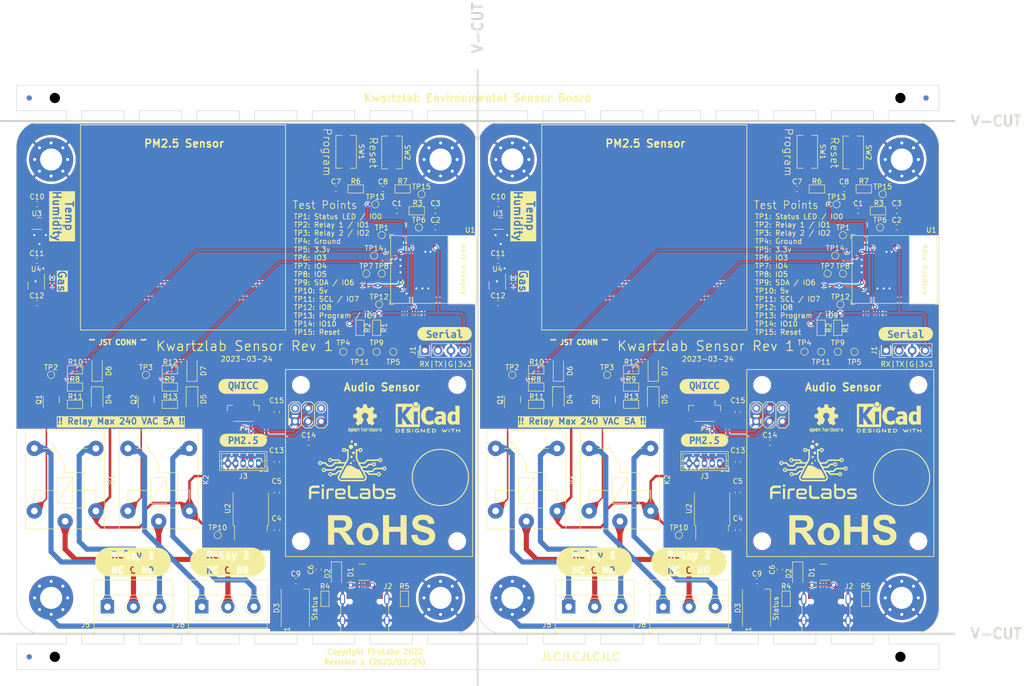
<source format=kicad_pcb>
(kicad_pcb (version 20221018) (generator pcbnew)
  (title_block (title "Kwartzlab Environmental Sensor") (date "2023-03-24") (rev "1") (company "Created By: Erin Reed (FireLabs - www.firelabs.ca)"))
  (layers (0 "F.Cu" signal) (31 "B.Cu" signal) (34 "B.Paste" user) (35 "F.Paste" user) (36 "B.SilkS" user "B.Silkscreen") (37 "F.SilkS" user "F.Silkscreen") (38 "B.Mask" user) (39 "F.Mask" user) (44 "Edge.Cuts" user))
  (net 0 "")
  (net 1 "Board_0-+3V3")
  (net 2 "Board_0-+5V")
  (net 3 "Board_0-/Output Relays/RELAY1_COM")
  (net 4 "Board_0-/Output Relays/RELAY1_EN")
  (net 5 "Board_0-/Output Relays/RELAY1_F_EN")
  (net 6 "Board_0-/Output Relays/RELAY1_NC")
  (net 7 "Board_0-/Output Relays/RELAY1_NO")
  (net 8 "Board_0-/Output Relays/RELAY1_STATUS_LED")
  (net 9 "Board_0-/Output Relays/RELAY2_COM")
  (net 10 "Board_0-/Output Relays/RELAY2_EN")
  (net 11 "Board_0-/Output Relays/RELAY2_F_EN")
  (net 12 "Board_0-/Output Relays/RELAY2_NC")
  (net 13 "Board_0-/Output Relays/RELAY2_NO")
  (net 14 "Board_0-/Output Relays/RELAY2_STATUS_LED")
  (net 15 "Board_0-/RX")
  (net 16 "Board_0-/Status LED/D_OUT")
  (net 17 "Board_0-/TX")
  (net 18 "Board_0-/USB C Connector/USB_CC1")
  (net 19 "Board_0-/USB C Connector/USB_CC2")
  (net 20 "Board_0-/USB_DN")
  (net 21 "Board_0-/USB_DP")
  (net 22 "Board_0-BOOT")
  (net 23 "Board_0-GND")
  (net 24 "Board_0-GPIO10")
  (net 25 "Board_0-GPIO3")
  (net 26 "Board_0-GPIO4")
  (net 27 "Board_0-GPIO5")
  (net 28 "Board_0-GPIO8")
  (net 29 "Board_0-Net-(C7-Pad2)")
  (net 30 "Board_0-Net-(C8-Pad2)")
  (net 31 "Board_0-RELAY1")
  (net 32 "Board_0-RELAY2")
  (net 33 "Board_0-RESET")
  (net 34 "Board_0-SCL")
  (net 35 "Board_0-SDA")
  (net 36 "Board_0-STATUS")
  (net 37 "Board_0-VBUS")
  (net 38 "Board_0-unconnected-(J2-SBU1-PadA8)")
  (net 39 "Board_0-unconnected-(J2-SBU2-PadB8)")
  (net 40 "Board_0-unconnected-(J4-Pin_1-Pad1)")
  (net 41 "Board_0-unconnected-(J4-Pin_5-Pad5)")
  (net 42 "Board_0-unconnected-(U1-NC-Pad10)")
  (net 43 "Board_0-unconnected-(U1-NC-Pad15)")
  (net 44 "Board_0-unconnected-(U1-NC-Pad17)")
  (net 45 "Board_0-unconnected-(U1-NC-Pad24)")
  (net 46 "Board_0-unconnected-(U1-NC-Pad25)")
  (net 47 "Board_0-unconnected-(U1-NC-Pad28)")
  (net 48 "Board_0-unconnected-(U1-NC-Pad29)")
  (net 49 "Board_0-unconnected-(U1-NC-Pad32)")
  (net 50 "Board_0-unconnected-(U1-NC-Pad33)")
  (net 51 "Board_0-unconnected-(U1-NC-Pad34)")
  (net 52 "Board_0-unconnected-(U1-NC-Pad35)")
  (net 53 "Board_0-unconnected-(U1-NC-Pad4)")
  (net 54 "Board_0-unconnected-(U1-NC-Pad7)")
  (net 55 "Board_0-unconnected-(U1-NC-Pad9)")
  (net 56 "Board_0-unconnected-(U3-NC-Pad5)")
  (net 57 "Board_1-+3V3")
  (net 58 "Board_1-+5V")
  (net 59 "Board_1-/Output Relays/RELAY1_COM")
  (net 60 "Board_1-/Output Relays/RELAY1_EN")
  (net 61 "Board_1-/Output Relays/RELAY1_F_EN")
  (net 62 "Board_1-/Output Relays/RELAY1_NC")
  (net 63 "Board_1-/Output Relays/RELAY1_NO")
  (net 64 "Board_1-/Output Relays/RELAY1_STATUS_LED")
  (net 65 "Board_1-/Output Relays/RELAY2_COM")
  (net 66 "Board_1-/Output Relays/RELAY2_EN")
  (net 67 "Board_1-/Output Relays/RELAY2_F_EN")
  (net 68 "Board_1-/Output Relays/RELAY2_NC")
  (net 69 "Board_1-/Output Relays/RELAY2_NO")
  (net 70 "Board_1-/Output Relays/RELAY2_STATUS_LED")
  (net 71 "Board_1-/RX")
  (net 72 "Board_1-/Status LED/D_OUT")
  (net 73 "Board_1-/TX")
  (net 74 "Board_1-/USB C Connector/USB_CC1")
  (net 75 "Board_1-/USB C Connector/USB_CC2")
  (net 76 "Board_1-/USB_DN")
  (net 77 "Board_1-/USB_DP")
  (net 78 "Board_1-BOOT")
  (net 79 "Board_1-GND")
  (net 80 "Board_1-GPIO10")
  (net 81 "Board_1-GPIO3")
  (net 82 "Board_1-GPIO4")
  (net 83 "Board_1-GPIO5")
  (net 84 "Board_1-GPIO8")
  (net 85 "Board_1-Net-(C7-Pad2)")
  (net 86 "Board_1-Net-(C8-Pad2)")
  (net 87 "Board_1-RELAY1")
  (net 88 "Board_1-RELAY2")
  (net 89 "Board_1-RESET")
  (net 90 "Board_1-SCL")
  (net 91 "Board_1-SDA")
  (net 92 "Board_1-STATUS")
  (net 93 "Board_1-VBUS")
  (net 94 "Board_1-unconnected-(J2-SBU1-PadA8)")
  (net 95 "Board_1-unconnected-(J2-SBU2-PadB8)")
  (net 96 "Board_1-unconnected-(J4-Pin_1-Pad1)")
  (net 97 "Board_1-unconnected-(J4-Pin_5-Pad5)")
  (net 98 "Board_1-unconnected-(U1-NC-Pad10)")
  (net 99 "Board_1-unconnected-(U1-NC-Pad15)")
  (net 100 "Board_1-unconnected-(U1-NC-Pad17)")
  (net 101 "Board_1-unconnected-(U1-NC-Pad24)")
  (net 102 "Board_1-unconnected-(U1-NC-Pad25)")
  (net 103 "Board_1-unconnected-(U1-NC-Pad28)")
  (net 104 "Board_1-unconnected-(U1-NC-Pad29)")
  (net 105 "Board_1-unconnected-(U1-NC-Pad32)")
  (net 106 "Board_1-unconnected-(U1-NC-Pad33)")
  (net 107 "Board_1-unconnected-(U1-NC-Pad34)")
  (net 108 "Board_1-unconnected-(U1-NC-Pad35)")
  (net 109 "Board_1-unconnected-(U1-NC-Pad4)")
  (net 110 "Board_1-unconnected-(U1-NC-Pad7)")
  (net 111 "Board_1-unconnected-(U1-NC-Pad9)")
  (net 112 "Board_1-unconnected-(U3-NC-Pad5)")
  (footprint "kibuzzard-641C3874" (layer "F.Cu") (at 93.992806 89.25)
    (fp_text reference "kibuzzard-641C3874" hide)
    (fp_text value "G***" hide)
  )
  (footprint "Package_TO_SOT_SMD:TO-252-2" (layer "F.Cu") (at 95.467806 102.585 90)
    (fp_text reference "U2")
    (fp_text value "AMS1117-3.3")
  )
  (footprint "Button_Switch_SMD:SW_Tactile_SPST_NO_Straight_CK_PTS636Sx25SMTRLFS" (layer "F.Cu") (at 114.042806 33 -90)
    (fp_text reference "SW1")
    (fp_text value "SW_Push")
  )
  (footprint "Capacitor_SMD:C_0603_1608Metric" (layer "F.Cu") (at 202.024994 40.25)
    (fp_text reference "C7")
    (fp_text value "0.1uF / 50v (10%) (NC)")
  )
  (footprint "MountingHole:MountingHole_4.3mm_M4_Pad_Via" (layer "F.Cu") (at 132.474994 34.5)
    (fp_text reference "H3" hide)
    (fp_text value "M4" hide)
  )
  (footprint "PCM_Resistor_SMD_AKL:R_0603_1608Metric" (layer "F.Cu") (at 79.667806 75.5 180)
    (fp_text reference "R12")
    (fp_text value "1k (1%)" hide)
  )
  (footprint "kibuzzard-641C36F3" (layer "F.Cu") (at 72.492806 113)
    (fp_text reference "kibuzzard-641C36F3" hide)
    (fp_text value "G***" hide)
  )
  (footprint "MountingHole:MountingHole_4.3mm_M4_Pad_Via" (layer "F.Cu") (at 56.517806 120)
    (fp_text reference "H1" hide)
    (fp_text value "M4" hide)
  )
  (footprint "PCM_Resistor_SMD_AKL:R_0603_1608Metric" (layer "F.Cu") (at 79.667806 82.25 180)
    (fp_text reference "R13")
    (fp_text value "10k (1%)" hide)
  )
  (footprint "NPTH" (layer "F.Cu") (at 57.242806 22.5)
    (fp_text reference "REF**" hide)
    (fp_text value "NPTH" hide)
  )
  (footprint "Connector_PinHeader_2.54mm:PinHeader_1x04_P2.54mm_Vertical" (layer "F.Cu") (at 129.412806 71.75 90)
    (fp_text reference "J1")
    (fp_text value "Serial Interface")
  )
  (footprint "TestPoint:TestPoint_Pad_D1.0mm" (layer "F.Cu") (at 120.992806 49.25)
    (fp_text reference "TP1")
    (fp_text value "Status")
  )
  (footprint "MountingHole:MountingHole_4.3mm_M4_Pad_Via" (layer "F.Cu") (at 56.517806 34.5)
    (fp_text reference "H4" hide)
    (fp_text value "M4")
  )
  (footprint "LED_SMD:LED_WS2812B_PLCC4_5.0x5.0mm_P3.2mm" (layer "F.Cu") (at 194.099994 121.95 90)
    (fp_text reference "D3")
    (fp_text value "WS2812B")
  )
  (footprint "Button_Switch_SMD:SW_Tactile_SPST_NO_Straight_CK_PTS636Sx25SMTRLFS" (layer "F.Cu") (at 212.949994 33.125 -90)
    (fp_text reference "SW2")
    (fp_text value "SW_Push")
  )
  (footprint "Package_TO_SOT_SMD:SOT-23" (layer "F.Cu") (at 75.042806 81.3125 90)
    (fp_text reference "Q2")
    (fp_text value "MMBT3904-TP")
  )
  (footprint "Symbol:OSHW-Logo2_7.3x6mm_SilkScreen" (layer "F.Cu") (at 117.742806 85)
    (fp_text reference "REF**" hide)
    (fp_text value "OSHW-Logo2_7.3x6mm_SilkScreen" hide)
  )
  (footprint "Connector_JST:JST_ZH_B5B-ZR_1x05_P1.50mm_Vertical" (layer "F.Cu") (at 96.992806 93.75 180)
    (fp_text reference "J3")
    (fp_text value "PM2.5 Sensor")
  )
  (footprint "LED_SMD:LED_1206_3216Metric" (layer "F.Cu") (at 173.949994 81.1 -90)
    (fp_text reference "D5")
    (fp_text value "LED")
  )
  (footprint "TestPoint:TestPoint_Pad_D1.0mm" (layer "F.Cu") (at 119.742806 43.25)
    (fp_text reference "TP13")
    (fp_text value "Program")
  )
  (footprint "Zio Loudness Sensor:zio_loudness_sensor" (layer "F.Cu") (at 106.755734 84.304144 180)
    (fp_text reference "J4" hide)
    (fp_text value "Zio Loudness Sensor")
  )
  (footprint "Symbol:RoHS-Logo_6mm_SilkScreen" (layer "F.Cu") (at 120.992806 106.75)
    (fp_text reference "REF**" hide)
    (fp_text value "RoHS-Logo_6mm_SilkScreen" hide)
  )
  (footprint "PCM_Resistor_SMD_AKL:R_0603_1608Metric" (layer "F.Cu") (at 151.124994 78.875)
    (fp_text reference "R8")
    (fp_text value "1k (1%)" hide)
  )
  (footprint "Espressif:ESP32-C3-MINI-1" (layer "F.Cu") (at 131.042806 55.95 -90)
    (fp_text reference "U1")
    (fp_text value "ESP32-C3-MINI-1")
  )
  (footprint "Diode_SMD:D_SOD-123" (layer "F.Cu") (at 65.492806 75.4 90)
    (fp_text reference "D6")
    (fp_text value "1N4148W")
  )
  (footprint "TerminalBlock_Phoenix:TerminalBlock_Phoenix_MKDS-1,5-3-5.08_1x03_P5.08mm_Horizontal" (layer "F.Cu") (at 175.864994 121.75)
    (fp_text reference "J6")
    (fp_text value "Screw_Terminal_01x03")
  )
  (footprint "Symbol:OSHW-Logo2_7.3x6mm_SilkScreen" (layer "F.Cu") (at 207.699994 85)
    (fp_text reference "REF**" hide)
    (fp_text value "OSHW-Logo2_7.3x6mm_SilkScreen" hide)
  )
  (footprint "Espressif:ESP32-C3-MINI-1" (layer "F.Cu") (at 220.999994 55.95 -90)
    (fp_text reference "U1")
    (fp_text value "ESP32-C3-MINI-1")
  )
  (footprint "PCM_Resistor_SMD_AKL:R_0603_1608Metric" (layer "F.Cu") (at 109.922806 120.175 -90)
    (fp_text reference "R4")
    (fp_text value "5.11k" hide)
  )
  (footprint "Package_TO_SOT_SMD:SOT-23" (layer "F.Cu") (at 164.999994 81.3125 90)
    (fp_text reference "Q2")
    (fp_text value "MMBT3904-TP")
  )
  (footprint "Relay_THT:Relay_SPDT_Finder_36.11" (layer "F.Cu") (at 77.492806 105.05 90)
    (fp_text reference "K2")
    (fp_text value "5v Relay")
  )
  (footprint "Capacitor_SMD:C_0603_1608Metric" (layer "F.Cu") (at 221.424994 47.75)
    (fp_text reference "C2")
    (fp_text value "10uF / 25v (20%)")
  )
  (footprint "PCM_Resistor_SMD_AKL:R_0603_1608Metric" (layer "F.Cu") (at 61.167806 78.875)
    (fp_text reference "R8")
    (fp_text value "1k (1%)" hide)
  )
  (footprint "MountingHole:MountingHole_4.3mm_M4_Pad_Via" (layer "F.Cu") (at 222.419575 120)
    (fp_text reference "H2" hide)
    (fp_text value "M4" hide)
  )
  (footprint "Symbol:KiCad-Logo2_5mm_SilkScreen" (layer "F.Cu") (at 219.949994 84.75)
    (fp_text reference "REF**" hide)
    (fp_text value "KiCad-Logo2_5mm_SilkScreen" hide)
  )
  (footprint "TerminalBlock_Phoenix:TerminalBlock_Phoenix_MKDS-1,5-3-5.08_1x03_P5.08mm_Horizontal" (layer "F.Cu") (at 67.492806 121.75)
    (fp_text reference "J5")
    (fp_text value "Screw_Terminal_01x03")
  )
  (footprint "PCM_Resistor_SMD_AKL:R_0603_1608Metric" (layer "F.Cu") (at 215.024994 40.25)
    (fp_text reference "R7")
    (fp_text value "100" hide)
  )
  (footprint "TestPoint:TestPoint_Pad_D1.0mm" (layer "F.Cu") (at 128.742806 41.25)
    (fp_text reference "TP15")
    (fp_text value "Reset")
  )
  (footprint "Capacitor_SMD:C_0603_1608Metric" (layer "F.Cu") (at 112.067806 40.25)
    (fp_text reference "C7")
    (fp_text value "0.1uF / 50v (10%) (NC)")
  )
  (footprint "TestPoint:TestPoint_Pad_D1.0mm" (layer "F.Cu") (at 116.742806 72 90)
    (fp_text reference "TP11")
    (fp_text value "SCL")
  )
  (footprint "Capacitor_SMD:C_0603_1608Metric" (layer "F.Cu") (at 106.767806 89.75 180)
    (fp_text reference "C14")
    (fp_text value "10uF / 25v (20%)")
  )
  (footprint "TestPoint:TestPoint_Pad_D1.0mm" (layer "F.Cu") (at 56.492806 76.5)
    (fp_text reference "TP2")
    (fp_text value "Relay 2")
  )
  (footprint "PCM_Resistor_SMD_AKL:R_0603_1608Metric" (layer "F.Cu") (at 119.992806 67.325 -90)
    (fp_text reference "R1")
    (fp_text value "5.1k (1%)" hide)
  )
  (footprint "Capacitor_SMD:C_0603_1608Metric" (layer "F.Cu") (at 53.767806 43.1875)
    (fp_text reference "C10")
    (fp_text value "10uF / 25v (20%)")
  )
  (footprint "TestPoint:TestPoint_Pad_D1.0mm" (layer "F.Cu") (at 117.992806 56.75)
    (fp_text reference "TP7")
    (fp_text value "GPIO4")
  )
  (footprint "TerminalBlock_Phoenix:TerminalBlock_Phoenix_MKDS-1,5-3-5.08_1x03_P5.08mm_Horizontal" (layer "F.Cu") (at 85.907806 121.75)
    (fp_text reference "J6")
    (fp_text value "Screw_Terminal_01x03")
  )
  (footprint "TestPoint:TestPoint_Pad_D1.0mm" (layer "F.Cu") (at 88.992806 107.75)
    (fp_text reference "TP10")
    (fp_text value "5V")
  )
  (footprint "Capacitor_SMD:C_0603_1608Metric" (layer "F.Cu") (at 190.449994 93.475 90)
    (fp_text reference "C13")
    (fp_text value "10uF / 25v (20%)")
  )
  (footprint "Capacitor_SMD:C_0603_1608Metric" (layer "F.Cu") (at 100.492806 83.725 90)
    (fp_text reference "C15")
    (fp_text value "10uF / 25v (20%)")
  )
  (footprint "LED_SMD:LED_WS2812B_PLCC4_5.0x5.0mm_P3.2mm" (layer "F.Cu") (at 104.142806 121.95 90)
    (fp_text reference "D3")
    (fp_text value "WS2812B")
  )
  (footprint "Capacitor_SMD:C_0603_1608Metric" (layer "F.Cu") (at 131.467806 44.5)
    (fp_text reference "C3")
    (fp_text value "0.1uF / 50v (10%)")
  )
  (footprint "Capacitor_SMD:C_0603_1608Metric" (layer "F.Cu") (at 100.492806 93.475 90)
    (fp_text reference "C13")
    (fp_text value "10uF / 25v (20%)")
  )
  (footprint "TestPoint:TestPoint_Pad_D1.0mm" (layer "F.Cu") (at 210.949994 49.25)
    (fp_text reference "TP1")
    (fp_text value "Status")
  )
  (footprint "Symbol:KiCad-Logo2_5mm_SilkScreen" (layer "F.Cu") (at 129.992806 84.75)
    (fp_text reference "REF**" hide)
    (fp_text value "KiCad-Logo2_5mm_SilkScreen" hide)
  )
  (footprint "PCM_Resistor_SMD_AKL:R_0603_1608Metric" (layer "F.Cu") (at 215.379994 120.175 -90)
    (fp_text reference "R5")
    (fp_text value "5.11k" hide)
  )
  (footprint "Symbol:RoHS-Logo_6mm_SilkScreen" (layer "F.Cu") (at 210.949994 106.75)
    (fp_text reference "REF**" hide)
    (fp_text value "RoHS-Logo_6mm_SilkScreen" hide)
  )
  (footprint "Package_TO_SOT_SMD:SOT-23" (layer "F.Cu") (at 56.542806 81.3125 90)
    (fp_text reference "Q1")
    (fp_text value "MMBT3904-TP")
  )
  (footprint "PCM_Resistor_SMD_AKL:R_0603_1608Metric" (layer "F.Cu") (at 61.167806 82.25 180)
    (fp_text reference "R11")
    (fp_text value "10k (1%)" hide)
  )
  (footprint "TestPoint:TestPoint_Pad_D1.0mm" (layer "F.Cu") (at 119.992806 72 90)
    (fp_text reference "TP9")
    (fp_text value "SDA")
  )
  (footprint "Capacitor_SMD:C_0603_1608Metric" (layer "F.Cu") (at 190.449994 83.725 90)
    (fp_text reference "C15")
    (fp_text value "10uF / 25v (20%)")
  )
  (footprint "kibuzzard-641C3703" (layer "F.Cu") (at 180.949994 113)
    (fp_text reference "kibuzzard-641C3703" hide)
    (fp_text value "G***" hide)
  )
  (footprint "Capacitor_SMD:C_0603_1608Metric" (layer "F.Cu") (at 196.724994 89.75 180)
    (fp_text reference "C14")
    (fp_text value "10uF / 25v (20%)")
  )
  (footprint "Button_Switch_SMD:SW_Tactile_SPST_NO_Straight_CK_PTS636Sx25SMTRLFS" (layer "F.Cu") (at 122.992806 33.125 -90)
    (fp_text reference "SW2")
    (fp_text value "SW_Push")
  )
  (footprint "Capacitor_SMD:C_0603_1608Metric" (layer "F.Cu") (at 100.492806 99.475 90)
    (fp_text reference "C5")
    (fp_text value "10uF / 25v (20%)")
  )
  (footprint "TestPoint:TestPoint_Pad_D1.0mm" (layer "F.Cu") (at 113.492806 72 90)
    (fp_text reference "TP4")
    (fp_text value "GND")
  )
  (footprint "PCM_Resistor_SMD_AKL:R_0603_1608Metric" (layer "F.Cu") (at 125.067806 40.25)
    (fp_text reference "R7")
    (fp_text value "100" hide)
  )
  (footprint "Diode_SMD:D_SOD-123" (layer "F.Cu") (at 112.172806 115.35 -90)
    (fp_text reference "D2")
    (fp_text value "1N5819HW-7-F")
  )
  (footprint "Capacitor_SMD:C_0603_1608Metric" (layer "F.Cu") (at 213.924994 44.5)
    (fp_text reference "C1")
    (fp_text value "1uF / 16v (10%)")
  )
  (footprint "TestPoint:TestPoint_Pad_D1.0mm" (layer "F.Cu") (at 74.992806 76.5)
    (fp_text reference "TP3")
    (fp_text value "Relay 2")
  )
  (footprint "Capacitor_SMD:C_0603_1608Metric" (layer "F.Cu") (at 123.967806 44.5)
    (fp_text reference "C1")
    (fp_text value "1uF / 16v (10%)")
  )
  (footprint "MountingHole:MountingHole_4.3mm_M4_Pad_Via" (layer "F.Cu") (at 222.432182 34.5)
    (fp_text reference "H3" hide)
    (fp_text value "M4" hide)
  )
  (footprint "kibuzzard-641C3703" (layer "F.Cu") (at 90.992806 113)
    (fp_text reference "kibuzzard-641C3703" hide)
    (fp_text value "G***" hide)
  )
  (footprint "Connector_JST:JST_ZH_B5B-ZR_1x05_P1.50mm_Vertical" (layer "F.Cu") (at 186.949994 93.75 180)
    (fp_text reference "J3")
    (fp_text value "PM2.5 Sensor")
  )
  (footprint "Connector_JST:JST_SH_BM04B-SRSS-TB_1x04-1MP_P1.00mm_Vertical" (layer "F.Cu") (at 93.992806 83.55 180)
    (fp_text reference "J7")
    (fp_text value "Qwicc Connector")
  )
  (footprint "TestPoint:TestPoint_Pad_D1.0mm" (layer "F.Cu") (at 120.992806 56.75)
    (fp_text reference "TP8")
    (fp_text value "GPIO5")
  )
  (footprint "TestPoint:TestPoint_Pad_D1.0mm" (layer "F.Cu") (at 119.492806 53.25)
    (fp_text reference "TP14")
    (fp_text value "GPIO10")
  )
  (footprint "Fiducial" (layer "F.Cu") (at 52.242806 22.5)
    (fp_text reference "REF**" hide)
    (fp_text value "Fiducial" hide)
  )
  (footprint "Capacitor_SMD:C_0603_1608Metric" (layer "F.Cu") (at 211.174994 40.25)
    (fp_text reference "C8")
    (fp_text value "0.1uF / 50v (10%) (NC)")
  )
  (footprint "kibuzzard-641C3874" (layer "F.Cu") (at 183.949994 89.25)
    (fp_text reference "kibuzzard-641C3874" hide)
    (fp_text value "G***" hide)
  )
  (footprint "TestPoint:TestPoint_Pad_D1.0mm" (layer "F.Cu") (at 209.949994 72 90)
    (fp_text reference "TP9")
    (fp_text value "SDA")
  )
  (footprint "TestPoint:TestPoint_Pad_D1.0mm" (layer "F.Cu") (at 209.699994 43.25)
    (fp_text reference "TP13")
    (fp_text value "Program")
  )
  (footprint "TestPoint:TestPoint_Pad_D1.0mm" (layer "F.Cu") (at 218.199994 47.75)
    (fp_text reference "TP6")
    (fp_text value "GPIO3")
  )
  (footprint "TerminalBlock_Phoenix:TerminalBlock_Phoenix_MKDS-1,5-3-5.08_1x03_P5.08mm_Horizontal" (layer "F.Cu") (at 157.449994 121.75)
    (fp_text reference "J5")
    (fp_text value "Screw_Terminal_01x03")
  )
  (footprint "LED_SMD:LED_1206_3216Metric" (layer "F.Cu") (at 65.492806 81.1 -90)
    (fp_text reference "D4")
    (fp_text value "LED")
  )
  (footprint "NPTH" (layer "F.Cu") (at 222.157194 22.5)
    (fp_text reference "REF**" hide)
    (fp_text value "NPTH" hide)
  )
  (footprint "Zio Loudness Sensor:zio_loudness_sensor" (layer "F.Cu") (at 196.712922 84.304144 180)
    (fp_text reference "J4" hide)
    (fp_text value "Zio Loudness Sensor")
  )
  (footprint "kibuzzard-641C387C" (layer "F.Cu") (at 183.949994 78.75)
    (fp_text reference "kibuzzard-641C387C" hide)
    (fp_text value "G***" hide)
  )
  (footprint "PCM_Resistor_SMD_AKL:R_0603_1608Metric" (layer "F.Cu") (at 115.917806 40.25)
    (fp_text reference "R6")
    (fp_text value "100" hide)
  )
  (footprint "Capacitor_SMD:C_0603_1608Metric" (layer "F.Cu") (at 131.467806 47.75)
    (fp_text reference "C2")
    (fp_text value "10uF / 25v (20%)")
  )
  (footprint "PCM_Resistor_SMD_AKL:R_0603_1608Metric" (layer "F.Cu") (at 125.422806 120.175 -90)
    (fp_text reference "R5")
    (fp_text value "5.11k" hide)
  )
  (footprint "PCM_Resistor_SMD_AKL:R_0603_1608Metric" (layer "F.Cu") (at 151.124994 75.5 180)
    (fp_text reference "R10")
    (fp_text value "1k (1%)" hide)
  )
  (footprint "PCM_Resistor_SMD_AKL:R_0603_1608Metric" (layer "F.Cu") (at 169.624994 82.25 180)
    (fp_text reference "R13")
    (fp_text value "10k (1%)" hide)
  )
  (footprint "PCM_Resistor_SMD_AKL:R_0603_1608Metric" (layer "F.Cu") (at 169.624994 75.5 180)
    (fp_text reference "R12")
    (fp_text value "1k (1%)" hide)
  )
  (footprint "Diode_SMD:D_SOD-123" (layer "F.Cu") (at 202.129994 115.35 -90)
    (fp_text reference "D2")
    (fp_text value "1N5819HW-7-F")
  )
  (footprint "MountingHole:MountingHole_4.3mm_M4_Pad_Via" (layer "F.Cu") (at 132.462387 120)
    (fp_text reference "H2" hide)
    (fp_text value "M4" hide)
  )
  (footprint "Fiducial" (layer "F.Cu") (at 227.157194 22.5)
    (fp_text reference "REF**" hide)
    (fp_text value "Fiducial" hide)
  )
  (footprint "kibuzzard-641C387C" (layer "F.Cu") (at 93.992806 78.75)
    (fp_text reference "kibuzzard-641C387C" hide)
    (fp_text value "G***" hide)
  )
  (footprint "Diode_SMD:D_SOD-123" (layer "F.Cu") (at 173.949994 75.4 90)
    (fp_text reference "D7")
    (fp_text value "1N4148W")
  )
  (footprint "PCM_Resistor_SMD_AKL:R_0603_1608Metric" (layer "F.Cu") (at 79.667806 78.875)
    (fp_text reference "R9")
    (fp_text value "1k (1%)" hide)
  )
  (footprint "LOGO" (layer "F.Cu") (at 115.242806 95)
    (fp_text reference "G***" hide)
    (fp_text value "LOGO" hide)
  )
  (footprint "Diode_SMD:D_SOD-123" (layer "F.Cu") (at 155.449994 75.4 90)
    (fp_text reference "D6")
    (fp_text value "1N4148W")
  )
  (footprint "PCM_Resistor_SMD_AKL:R_0603_1608Metric" (layer "F.Cu") (at 199.879994 120.175 -90)
    (fp_text reference "R4")
    (fp_text value "5.11k" hide)
  )
  (footprint "TestPoint:TestPoint_Pad_D1.0mm" (layer "F.Cu") (at 203.449994 72 90)
    (fp_text reference "TP4")
    (fp_text value "GND")
  )
  (footprint "Capacitor_SMD:C_0603_1608Metric" (layer "F.Cu") (at 104.217806 116.75)
    (fp_text reference "C9")
    (fp_text value "10uF / 25v (20%)")
  )
  (footprint "LED_SMD:LED_1206_3216Metric" (layer "F.Cu") (at 155.449994 81.1 -90)
    (fp_text reference "D4")
    (fp_text value "LED")
  )
  (footprint "Relay_THT:Relay_SPDT_Finder_36.11" (layer "F.Cu") (at 59.242806 105.05 90)
    (fp_text reference "K1")
    (fp_text value "5v Relay")
  )
  (footprint "Fiducial" (layer "F.Cu") (at 52.242806 131.5)
    (fp_text reference "REF**" hide)
    (fp_text value "Fiducial" hide)
  )
  (footprint "Connector_PinHeader_2.54mm:PinHeader_1x04_P2.54mm_Vertical" (layer "F.Cu") (at 219.369994 71.75 90)
    (fp_text reference "J1")
    (fp_text value "Serial Interface")
  )
  (footprint "Package_LGA:Bosch_LGA-8_3x3mm_P0.8mm_ClockwisePinNumbering" (layer "F.Cu") (at 53.592806 58.3125)
    (fp_text reference "U4")
    (fp_text value "BME688")
  )
  (footprint "Package_TO_SOT_SMD:SOT-143" (layer "F.Cu") (at 117.172806 115 180)
    (fp_text reference "D1")
    (fp_text value "SP0503BAHT")
  )
  (footprint "TestPoint:TestPoint_Pad_D1.0mm" (layer "F.Cu") (at 206.699994 72 90)
    (fp_text reference "TP11")
    (fp_text value "SCL")
  )
  (footprint "NPTH" (layer "F.Cu") (at 57.242806 131.5)
    (fp_text reference "REF**" hide)
    (fp_text value "NPTH" hide)
  )
  (footprint "kibuzzard-641C3A69" (layer "F.Cu") (at 223.199994 68.5)
    (fp_text reference "kibuzzard-641C3A69" hide)
    (fp_text value "G***" hide)
  )
  (footprint "Diode_SMD:D_SOD-123" (layer "F.Cu") (at 83.992806 75.4 90)
    (fp_text reference "D7")
    (fp_text value "1N4148W")
  )
  (footprint "Sensor_Humidity:Sensirion_DFN-4-1EP_2x2mm_P1mm_EP0.7x1.6mm" (layer "F.Cu") (at 53.717806 47)
    (fp_text reference "U3")
    (fp_text value "SHTC3")
  )
  (footprint "Capacitor_SMD:C_0603_1608Metric" (layer "F.Cu") (at 100.492806 106.775 90)
    (fp_text reference "C4")
    (fp_text value "10uF / 25v (20%)")
  )
  (footprint "TestPoint:TestPoint_Pad_D1.0mm" (layer "F.Cu") (at 209.449994 53.25)
    (fp_text reference "TP14")
    (fp_text value "GPIO10")
  )
  (footprint "Capacitor_SMD:C_0603_1608Metric" (layer "F.Cu") (at 221.424994 44.5)
    (fp_text reference "C3")
    (fp_text value "0.1uF / 50v (10%)")
  )
  (footprint "Package_LGA:Bosch_LGA-8_3x3mm_P0.8mm_ClockwisePinNumbering" (layer "F.Cu") (at 143.549994 58.3125)
    (fp_text reference "U4")
    (fp_text value "BME688")
  )
  (footprint "Capacitor_SMD:C_0603_1608Metric" (layer "F.Cu") (at 121.217806 40.25)
    (fp_text reference "C8")
    (fp_text value "0.1uF / 50v (10%) (NC)")
  )
  (footprint "TestPoint:TestPoint_Pad_D1.0mm" (layer "F.Cu") (at 210.949994 56.75)
    (fp_text reference "TP8")
    (fp_text value "GPIO5")
  )
  (footprint "TestPoint:TestPoint_Pad_D1.0mm" (layer "F.Cu") (at 213.199994 72 90)
    (fp_text reference "TP5")
    (fp_text value "3V3")
  )
  (footprint "TestPoint:TestPoint_Pad_D1.0mm" (layer "F.Cu") (at 210.449994 62.75)
    (fp_text reference "TP12")
    (fp_text value "GPIO8")
  )
  (footprint "Capacitor_SMD:C_0603_1608Metric" (layer "F.Cu") (at 198.629994 114.475 -90)
    (fp_text reference "C6")
    (fp_text value "10uF / 25v (20%)")
  )
  (footprint "Connector_USB:USB_C_Receptacle_GCT_USB4105-xx-A_16P_TopMnt_Horizontal" (layer "F.Cu") (at 117.672806 123.325)
    (fp_text reference "J2")
    (fp_text value "USB_C_Receptacle_USB2.0")
  )
  (footprint "Button_Switch_SMD:SW_Tactile_SPST_NO_Straight_CK_PTS636Sx25SMTRLFS" (layer "F.Cu") (at 203.999994 33 -90)
    (fp_text reference "SW1")
    (fp_text value "SW_Push")
  )
  (footprint "Connector_USB:USB_C_Receptacle_GCT_USB4105-xx-A_16P_TopMnt_Horizontal" (layer "F.Cu") (at 207.629994 123.325)
    (fp_text reference "J2")
    (fp_text value "USB_C_Receptacle_USB2.0")
  )
  (footprint "PCM_Resistor_SMD_AKL:R_0603_1608Metric" (layer "F.Cu") (at 209.949994 67.325 -90)
    (fp_text reference "R1")
    (fp_text value "5.1k (1%)" hide)
  )
  (footprint "TestPoint:TestPoint_Pad_D1.0mm" (layer "F.Cu") (at 164.949994 76.5)
    (fp_text reference "TP3")
    (fp_text value "Relay 2")
  )
  (footprint "PCM_Resistor_SMD_AKL:R_0603_1608Metric" (layer "F.Cu") (at 151.124994 82.25 180)
    (fp_text reference "R11")
    (fp_text value "10k (1%)" hide)
  )
  (footprint "Package_TO_SOT_SMD:SOT-23" (layer "F.Cu") (at 146.499994 81.3125 90)
    (fp_text reference "Q1")
    (fp_text value "MMBT3904-TP")
  )
  (footprint "PCM_Resistor_SMD_AKL:R_0603_1608Metric" (layer "F.Cu") (at 116.742806 67.325 -90)
    (fp_text reference "R2")
    (fp_text value "5.1k (1%)" hide)
  )
  (footprint "PCM_Resistor_SMD_AKL:R_0603_1608Metric" (layer "F.Cu") (at 206.699994 67.325 -90)
    (fp_text reference "R2")
    (fp_text value "5.1k (1%)" hide)
  )
  (footprint "Capacitor_SMD:C_0603_1608Metric" (layer "F.Cu") (at 53.717806 54.25)
    (fp_text reference "C11")
    (fp_text value "10uF / 25v (20%)")
  )
  (footprint "Sensor_Humidity:Sensirion_DFN-4-1EP_2x2mm_P1mm_EP0.7x1.6mm" (layer "F.Cu") (at 143.674994 47)
    (fp_text reference "U3")
    (fp_text value "SHTC3")
  )
  (footprint "Capacitor_SMD:C_0603_1608Metric" (layer "F.Cu") (at 143.724994 43.1875)
    (fp_text reference "C10")
    (fp_text value "10uF / 25v (20%)")
  )
  (footprint "Connector_JST:JST_SH_BM04B-SRSS-TB_1x04-1MP_P1.00mm_Vertical" (layer "F.Cu") (at 183.949994 83.55 180)
    (fp_text reference "J7")
    (fp_text value "Qwicc Connector")
  )
  (footprint "Package_TO_SOT_SMD:TO-252-2" (layer "F.Cu") (at 185.424994 102.585 90)
    (fp_text reference "U2")
    (fp_text value "AMS1117-3.3")
  )
  (footprint "PCM_Resistor_SMD_AKL:R_0603_1608Metric" (layer "F.Cu") (at 169.624994 78.875)
    (fp_text reference "R9")
    (fp_text value "1k (1%)" hide)
  )
  (footprint "MountingHole:MountingHole_4.3mm_M4_Pad_Via" (layer "F.Cu") (at 146.474994 34.5)
    (fp_text reference "H4" hide)
    (fp_text value "M4")
  )
  (footprint "Capacitor_SMD:C_0603_1608Metric" (layer "F.Cu") (at 190.449994 99.475 90)
    (fp_text reference "C5")
    (fp_text value "10uF / 25v (20%)")
  )
  (footprint "Relay_THT:Relay_SPDT_Finder_36.11" (layer "F.Cu") (at 167.449994 105.05 90)
    (fp_text reference "K2")
    (fp_text value "5v Relay")
  )
  (footprint "TestPoint:TestPoint_Pad_D1.0mm" (layer "F.Cu") (at 218.699994 41.25)
    (fp_text reference "TP15")
    (fp_text value "Reset")
  )
  (footprint "kibuzzard-641C36F3" (layer "F.Cu") (at 162.449994 113)
    (fp_text reference "kibuzzard-641C36F3" hide)
    (fp_text value "G***" hide)
  )
  (footprint "Capacitor_SMD:C_0603_1608Metric" (layer "F.Cu") (at 108.672806 114.475 -90)
    (fp_text reference "C6")
    (fp_text value "10uF / 25v (20%)")
  )
  (footprint "TestPoint:TestPoint_Pad_D1.0mm" (layer "F.Cu") (at 123.242806 72 90)
    (fp_text reference "TP5")
    (fp_text value "3V3")
  )
  (footprint "LED_SMD:LED_1206_3216Metric" (layer "F.Cu") (at 83.992806 81.1 -90)
    (fp_text reference "D5")
    (fp_text value "LED")
  )
  (footprint "TestPoint:TestPoint_Pad_D1.0mm" (layer "F.Cu") (at 120.492806 62.75)
    (fp_text reference "TP12")
    (fp_text value "GPIO8")
  )
  (footprint "Package_TO_SOT_SMD:SOT-143" (layer "F.Cu") (at 207.129994 115 180)
    (fp_text reference "D1")
    (fp_text value "SP0503BAHT")
  )
  (footprint "Capacitor_SMD:C_0603_1608Metric" (layer "F.Cu") (at 143.674994 62.5)
    (fp_text reference "C12")
    (fp_text value "10uF / 25v (20%)")
  )
  (footprint "TestPoint:TestPoint_Pad_D1.0mm" (layer "F.Cu") (at 128.242806 47.75)
    (fp_text reference "TP6")
    (fp_text value "GPIO3")
  )
  (footprint "PCM_Resistor_SMD_AKL:R_0603_1608Metric" (layer "F.Cu") (at 127.817806 44.5 180)
    (fp_text reference "R3")
    (fp_text value "10k (1%)" hide)
  )
  (footprint "Capacitor_SMD:C_0603_1608Metric" (layer "F.Cu") (at 190.449994 106.775 90)
    (fp_text reference "C4")
    (fp_text value "10uF / 25v (20%)")
  )
  (footprint "PCM_Resistor_SMD_AKL:R_0603_1608Metric" (layer "F.Cu") (at 205.874994 40.25)
    (fp_text reference "R6")
    (fp_text value "100" hide)
  )
  (footprint "PCM_Resistor_SMD_AKL:R_0603_1608Metric" (layer "F.Cu") (at 61.167806 75.5 180)
    (fp_text reference "R10")
    (fp_text value "1k (1%)" hide)
  )
  (footprint "Relay_THT:Relay_SPDT_Finder_36.11" (layer "F.Cu") (at 149.199994 105.05 90)
    (fp_text reference "K1")
    (fp_text value "5v Relay")
  )
  (footprint "Capacitor_SMD:C_0603_1608Metric" (layer "F.Cu") (at 143.674994 54.25)
    (fp_text reference "C11")
    (fp_text value "10uF / 25v (20%)")
  )
  (footprint "NPTH" (layer "F.Cu") (at 222.157194 131.5)
    (fp_text reference "REF**" hide)
    (fp_text value "NPTH" hide)
  )
  (footprint "Capacitor_SMD:C_0603_1608Metric" (layer "F.Cu") (at 194.174994 116.75)
    (fp_text reference "C9")
    (fp_text value "10uF / 25v (20%)")
  )
  (footprint "TestPoint:TestPoint_Pad_D1.0mm" (layer "F.Cu") (at 207.949994 56.75)
    (fp_text reference "TP7")
    (fp_text value "GPIO4")
  )
  (footprint "LOGO" (layer "F.Cu") (at 205.199994 95)
    (fp_text reference "G***" hide)
    (fp_text value "LOGO" hide)
  )
  (footprint "kibuzzard-641C3A69" (layer "F.Cu") (at 133.242806 68.5)
    (fp_text reference "kibuzzard-641C3A69" hide)
    (fp_text value "G***" hide)
  )
  (footprint "TestPoint:TestPoint_Pad_D1.0mm" (layer "F.Cu") (at 178.949994 107.75)
    (fp_text reference "TP10")
    (fp_text value "5V")
  )
  (footprint "TestPoint:TestPoint_Pad_D1.0mm" (layer "F.Cu") (at 146.449994 76.5)
    (fp_text reference "TP2")
    (fp_text value "Relay 2")
  )
  (footprint "MountingHole:MountingHole_4.3mm_M4_Pad_Via" (layer "F.Cu") (at 146.474994 120)
    (fp_text reference "H1" hide)
    (fp_text value "M4" hide)
  )
  (footprint "PCM_Resistor_SMD_AKL:R_0603_1608Metric" (layer "F.Cu") (at 217.774994 44.5 180)
    (fp_text reference "R3")
    (fp_text value "10k (1%)" hide)
  )
  (footprint "Capacitor_SMD:C_0603_1608Metric" (layer "F.Cu") (at 53.717806 62.5)
    (fp_text reference "C12")
    (fp_text value "10uF / 25v (20%)")
  )
  (footprint "Fiducial" (layer "B.Cu") (at 227.157194 22.5)
    (fp_text reference "REF**" hide)
    (fp_text value "Fiducial" hide)
  )
  (footprint "Fiducial" (layer "B.Cu") (at 52.242806 22.5)
    (fp_text reference "REF**" hide)
    (fp_text value "Fiducial" hide)
  )
  (footprint "Fiducial" (layer "B.Cu") (at 52.242806 131.5)
    (fp_text reference "REF**" hide)
    (fp_text value "Fiducial" hide)
  )
  (gr_circle (center 132.425734 96.517072) (end 137.908662 96.517072) (stroke (width 0.2)) (fill none) (layer "F.SilkS"))
  (gr_rect (start 152.199994 27.75) (end 192.199994 67.75) (stroke (width 0.15)) (fill none) (layer "F.SilkS"))
  (gr_rect (start 62.242806 27.75) (end 102.242806 67.75) (stroke (width 0.15)) (fill none) (layer "F.SilkS"))
  (gr_circle (center 222.382922 96.517072) (end 227.86585 96.517072) (stroke (width 0.2)) (fill none) (layer "F.SilkS"))
  (gr_line (start 142.963467 27.311239) (end 142.728214 27.40521) (stroke (width 0.1)) (layer "Edge.Cuts"))
  (gr_line (start 229.657182 122) (end 229.657194 32) (stroke (width 0.1)) (layer "Edge.Cuts"))
  (gr_line (start 229.554843 30.993505) (end 229.497579 30.746735) (stroke (width 0.1)) (layer "Edge.Cuts"))
  (gr_line (start 70.732103 27) (end 62.487454 27) (stroke (width 0.1)) (layer "Edge.Cuts"))
  (gr_line (start 228.281153 28.555161) (end 228.102024 28.376031) (stroke (width 0.1)) (layer "Edge.Cuts"))
  (gr_line (start 139.757652 31.242861) (end 139.725647 31.494158) (stroke (width 0.1)) (layer "Edge.Cuts"))
  (gr_line (start 53.985667 126.942341) (end 54.236964 126.974346) (stroke (width 0.1)) (layer "Edge.Cuts"))
  (gr_line (start 138.80381 124.856338) (end 138.943214 124.644817) (stroke (width 0.1)) (layer "Edge.Cuts"))
  (gr_line (start 141.07603 28.555165) (end 140.906203 28.743137) (stroke (width 0.1)) (layer "Edge.Cuts"))
  (gr_line (start 229.427878 123.496814) (end 229.497567 123.253261) (stroke (width 0.1)) (layer "Edge.Cuts"))
  (gr_line (start 118.710697 27) (end 118.710697 25) (stroke (width 0.1)) (layer "Edge.Cuts"))
  (gr_line (start 225.663676 27.102348) (end 225.414322 27.057656) (stroke (width 0.1)) (layer "Edge.Cuts"))
  (gr_line (start 137.956863 28.206205) (end 137.76053 28.046117) (stroke (width 0.1)) (layer "Edge.Cuts"))
  (gr_line (start 70.732103 25) (end 70.732103 27) (stroke (width 0.1)) (layer "Edge.Cuts"))
  (gr_line (start 229.497567 123.253261) (end 229.554831 123.006491) (stroke (width 0.1)) (layer "Edge.Cuts"))
  (gr_line (start 51.118842 28.555165) (end 50.949015 28.743137) (stroke (width 0.1)) (layer "Edge.Cuts"))
  (gr_line (start 205.667894 25) (end 205.667894 25) (stroke (width 0.1)) (layer "Edge.Cuts"))
  (gr_line (start 59.487454 27) (end 54.742806 27) (stroke (width 0.1)) (layer "Edge.Cuts"))
  (gr_line (start 137.556334 126.103811) (end 137.760523 125.953873) (stroke (width 0.1)) (layer "Edge.Cuts"))
  (gr_line (start 140.32826 124.426509) (end 140.456772 124.64482) (stroke (width 0.1)) (layer "Edge.Cuts"))
  (gr_line (start 50.788927 28.93947) (end 50.638988 29.143658) (stroke (width 0.1)) (layer "Edge.Cuts"))
  (gr_line (start 51.485943 125.79379) (end 51.682276 125.953878) (stroke (width 0.1)) (layer "Edge.Cuts"))
  (gr_line (start 229.63154 31.494157) (end 229.599535 31.242859) (stroke (width 0.1)) (layer "Edge.Cuts"))
  (gr_line (start 53.24599 27.229303) (end 53.006279 27.311239) (stroke (width 0.1)) (layer "Edge.Cuts"))
  (gr_line (start 194.423244 129) (end 186.178594 129) (stroke (width 0.1)) (layer "Edge.Cuts"))
  (gr_line (start 142.728214 27.40521) (end 142.498023 27.510977) (stroke (width 0.1)) (layer "Edge.Cuts"))
  (gr_line (start 160.689294 27) (end 152.444644 27) (stroke (width 0.1)) (layer "Edge.Cuts"))
  (gr_line (start 208.667894 126.99999) (end 216.912544 126.999989) (stroke (width 0.1)) (layer "Edge.Cuts"))
  (gr_line (start 49.845156 30.993507) (end 49.800464 31.242861) (stroke (width 0.1)) (layer "Edge.Cuts"))
  (gr_line (start 141.255159 125.623963) (end 141.443131 125.79379) (stroke (width 0.1)) (layer "Edge.Cuts"))
  (gr_line (start 126.955345 25) (end 126.955345 27) (stroke (width 0.1)) (layer "Edge.Cuts"))
  (gr_line (start 134.699994 27) (end 129.955345 27) (stroke (width 0.1)) (layer "Edge.Cuts"))
  (gr_line (start 107.466048 27) (end 107.466048 25) (stroke (width 0.1)) (layer "Edge.Cuts"))
  (gr_line (start 84.976751 27) (end 84.976751 25) (stroke (width 0.1)) (layer "Edge.Cuts"))
  (gr_line (start 229.554831 123.006491) (end 229.599523 122.757138) (stroke (width 0.1)) (layer "Edge.Cuts"))
  (gr_line (start 208.667894 27) (end 208.667894 25) (stroke (width 0.1)) (layer "Edge.Cuts"))
  (gr_line (start 118.710697 126.99999) (end 126.955345 126.999989) (stroke (width 0.1)) (layer "Edge.Cuts"))
  (gr_line (start 139.693576 122.253245) (end 139.699994 122) (stroke (width 0.1)) (layer "Edge.Cuts"))
  (gr_line (start 50.054045 123.736526) (end 50.148016 123.971779) (stroke (width 0.1)) (layer "Edge.Cuts"))
  (gr_line (start 216.912544 126.999989) (end 216.912544 129) (stroke (width 0.1)) (layer "Edge.Cuts"))
  (gr_line (start 160.689294 129) (end 152.444644 129) (stroke (width 0.1)) (layer "Edge.Cuts"))
  (gr_line (start 81.976751 27) (end 73.732103 27) (stroke (width 0.1)) (layer "Edge.Cuts"))
  (gr_line (start 73.732103 25) (end 81.976751 25) (stroke (width 0.1)) (layer "Edge.Cuts"))
  (gr_line (start 138.144836 28.376031) (end 137.956863 28.206205) (stroke (width 0.1)) (layer "Edge.Cuts"))
  (gr_line (start 142.498023 126.489022) (end 142.728214 126.594789) (stroke (width 0.1)) (layer "Edge.Cuts"))
  (gr_line (start 216.912544 25) (end 216.912544 27) (stroke (width 0.1)) (layer "Edge.Cuts"))
  (gr_line (start 229.251981 30.028217) (end 229.146215 29.798026) (stroke (width 0.1)) (layer "Edge.Cuts"))
  (gr_line (start 140.456772 29.355179) (end 140.32826 29.57349) (stroke (width 0.1)) (layer "Edge.Cuts"))
  (gr_line (start 229.146215 29.798026) (end 229.028925 29.573486) (stroke (width 0.1)) (layer "Edge.Cuts"))
  (gr_line (start 226.859157 27.510973) (end 226.628965 27.405207) (stroke (width 0.1)) (layer "Edge.Cuts"))
  (gr_line (start 227.083696 27.628262) (end 226.859157 27.510973) (stroke (width 0.1)) (layer "Edge.Cuts"))
  (gr_line (start 96.2214 126.999993) (end 104.466048 126.999992) (stroke (width 0.1)) (layer "Edge.Cuts"))
  (gr_line (start 126.955345 27) (end 118.710697 27) (stroke (width 0.1)) (layer "Edge.Cuts"))
  (gr_line (start 49.742806 122) (end 49.749223 122.253245) (stroke (width 0.1)) (layer "Edge.Cuts"))
  (gr_line (start 49.749223 122.253245) (end 49.768459 122.505841) (stroke (width 0.1)) (layer "Edge.Cuts"))
  (gr_line (start 228.611069 28.939466) (end 228.450981 28.743133) (stroke (width 0.1)) (layer "Edge.Cuts"))
  (gr_line (start 134.699994 126.999987) (end 134.953239 126.993571) (stroke (width 0.1)) (layer "Edge.Cuts"))
  (gr_line (start 118.710697 25) (end 126.955345 25) (stroke (width 0.1)) (layer "Edge.Cuts"))
  (gr_line (start 136.671772 126.594781) (end 136.901963 126.489015) (stroke (width 0.1)) (layer "Edge.Cuts"))
  (gr_line (start 135.953258 27.159611) (end 135.706488 27.102348) (stroke (width 0.1)) (layer "Edge.Cuts"))
  (gr_line (start 49.800464 122.757138) (end 49.845156 123.006492) (stroke (width 0.1)) (layer "Edge.Cuts"))
  (gr_line (start 228.281145 125.44483) (end 228.450971 125.256858) (stroke (width 0.1)) (layer "Edge.Cuts"))
  (gr_line (start 174.933944 25) (end 183.178594 25) (stroke (width 0.1)) (layer "Edge.Cuts"))
  (gr_line (start 228.450981 28.743133) (end 228.281153 28.555161) (stroke (width 0.1)) (layer "Edge.Cuts"))
  (gr_line (start 143.446731 27.159614) (end 143.203178 27.229303) (stroke (width 0.1)) (layer "Edge.Cuts"))
  (gr_line (start 228.450971 125.256858) (end 228.61106 125.060526) (stroke (width 0.1)) (layer "Edge.Cuts"))
  (gr_line (start 104.466048 27) (end 96.2214 27) (stroke (width 0.1)) (layer "Edge.Cuts"))
  (gr_line (start 140.105204 30.02822) (end 140.011233 30.263473) (stroke (width 0.1)) (layer "Edge.Cuts"))
  (gr_line (start 205.667894 129) (end 197.423244 129) (stroke (width 0.1)) (layer "Edge.Cuts"))
  (gr_line (start 49.742806 32) (end 49.742806 122) (stroke (width 0.1)) (layer "Edge.Cuts"))
  (gr_line (start 51.886464 27.896182) (end 51.682276 28.046121) (stroke (width 0.1)) (layer "Edge.Cuts"))
  (gr_line (start 141.255159 28.376036) (end 141.07603 28.555165) (stroke (width 0.1)) (layer "Edge.Cuts"))
  (gr_line (start 70.732103 126.999997) (end 70.732103 129) (stroke (width 0.1)) (layer "Edge.Cuts"))
  (gr_line (start 53.24599 126.770696) (end 53.489543 126.840385) (stroke (width 0.1)) (layer "Edge.Cuts"))
  (gr_line (start 160.689294 25) (end 160.689294 27) (stroke (width 0.1)) (layer "Edge.Cuts"))
  (gr_line (start 227.302007 27.756774) (end 227.083696 27.628262) (stroke (width 0.1)) (layer "Edge.Cuts"))
  (gr_line (start 143.942855 126.942341) (end 144.194152 126.974346) (stroke (width 0.1)) (layer "Edge.Cuts"))
  (gr_line (start 144.699994 127) (end 149.444644 126.999999) (stroke (width 0.1)) (layer "Edge.Cuts"))
  (gr_line (start 149.444644 25) (end 149.444644 25) (stroke (width 0.1)) (layer "Edge.Cuts"))
  (gr_line (start 224.910428 27.006416) (end 224.657182 27) (stroke (width 0.1)) (layer "Edge.Cuts"))
  (gr_line (start 50.949015 28.743137) (end 50.788927 28.93947) (stroke (width 0.1)) (layer "Edge.Cuts"))
  (gr_line (start 54.742806 127) (end 59.487454 126.999999) (stroke (width 0.1)) (layer "Edge.Cuts"))
  (gr_line (start 226.859151 126.489015) (end 227.08369 126.371726) (stroke (width 0.1)) (layer "Edge.Cuts"))
  (gr_line (start 52.097985 27.756778) (end 51.886464 27.896182) (stroke (width 0.1)) (layer "Edge.Cuts"))
  (gr_line (start 152.444644 126.999998) (end 160.689294 126.999997) (stroke (width 0.1)) (layer "Edge.Cuts"))
  (gr_line (start 229.599535 31.242859) (end 229.554843 30.993505) (stroke (width 0.1)) (layer "Edge.Cuts"))
  (gr_line (start 140.456772 124.64482) (end 140.596176 124.856341) (stroke (width 0.1)) (layer "Edge.Cuts"))
  (gr_line (start 229.427889 30.503182) (end 229.345953 30.263471) (stroke (width 0.1)) (layer "Edge.Cuts"))
  (gr_line (start 139.859608 30.746737) (end 139.802344 30.993507) (stroke (width 0.1)) (layer "Edge.Cuts"))
  (gr_line (start 143.203178 27.229303) (end 142.963467 27.311239) (stroke (width 0.1)) (layer "Edge.Cuts"))
  (gr_line (start 53.006279 27.311239) (end 52.771026 27.40521) (stroke (width 0.1)) (layer "Edge.Cuts"))
  (gr_line (start 171.933944 129) (end 163.689294 129) (stroke (width 0.1)) (layer "Edge.Cuts"))
  (gr_line (start 140.210971 29.798029) (end 140.105204 30.02822) (stroke (width 0.1)) (layer "Edge.Cuts"))
  (gr_line (start 62.487454 126.999998) (end 70.732103 126.999997) (stroke (width 0.1)) (layer "Edge.Cuts"))
  (gr_line (start 129.955345 126.999988) (end 134.699994 126.999987) (stroke (width 0.1)) (layer "Edge.Cuts"))
  (gr_line (start 142.728214 126.594789) (end 142.963467 126.68876) (stroke (width 0.1)) (layer "Edge.Cuts"))
  (gr_line (start 70.732103 129) (end 62.487454 129) (stroke (width 0.1)) (layer "Edge.Cuts"))
  (gr_line (start 52.316296 126.371733) (end 52.540835 126.489022) (stroke (width 0.1)) (layer "Edge.Cuts"))
  (gr_line (start 81.976751 126.999995) (end 81.976751 126.999995) (stroke (width 0.1)) (layer "Edge.Cuts"))
  (gr_line (start 219.912544 25) (end 229.657194 25) (stroke (width 0.1)) (layer "Edge.Cuts"))
  (gr_line (start 93.2214 25) (end 93.2214 25) (stroke (width 0.1)) (layer "Edge.Cuts"))
  (gr_line (start 229.657194 20) (end 49.742806 20) (stroke (width 0.1)) (layer "Edge.Cuts"))
  (gr_line (start 49.972109 123.496815) (end 50.054045 123.736526) (stroke (width 0.1)) (layer "Edge.Cuts"))
  (gr_line (start 138.493793 28.743133) (end 138.323965 28.555161) (stroke (width 0.1)) (layer "Edge.Cuts"))
  (gr_line (start 183.178594 126.999994) (end 183.178594 129) (stroke (width 0.1)) (layer "Edge.Cuts"))
  (gr_line (start 141.843652 27.896182) (end 141.639464 28.046121) (stroke (width 0.1)) (layer "Edge.Cuts"))
  (gr_line (start 129.955345 129) (end 129.955345 126.999988) (stroke (width 0.1)) (layer "Edge.Cuts"))
  (gr_line (start 229.599523 122.757138) (end 229.631528 122.505841) (stroke (width 0.1)) (layer "Edge.Cuts"))
  (gr_line (start 139.706411 31.746754) (end 139.699999 31.999763) (stroke (width 0.1)) (layer "Edge.Cuts"))
  (gr_line (start 227.717711 125.953873) (end 227.914043 125.793785) (stroke (width 0.1)) (layer "Edge.Cuts"))
  (gr_line (start 50.949015 125.256862) (end 51.118842 125.444834) (stroke (width 0.1)) (layer "Edge.Cuts"))
  (gr_line (start 139.189016 124.201968) (end 139.294782 123.971777) (stroke (width 0.1)) (layer "Edge.Cuts"))
  (gr_line (start 229.028925 29.573486) (end 228.900413 29.355176) (stroke (width 0.1)) (layer "Edge.Cuts"))
  (gr_line (start 54.48956 27.006417) (end 54.236964 27.025653) (stroke (width 0.1)) (layer "Edge.Cuts"))
  (gr_line (start 227.914043 125.793785) (end 228.102015 125.623959) (stroke (width 0.1)) (layer "Edge.Cuts"))
  (gr_line (start 52.771026 27.40521) (end 52.540835 27.510977) (stroke (width 0.1)) (layer "Edge.Cuts"))
  (gr_line (start 52.540835 27.510977) (end 52.316296 27.628266) (stroke (width 0.1)) (layer "Edge.Cuts"))
  (gr_line (start 135.953255 126.840376) (end 136.196808 126.770687) (stroke (width 0.1)) (layer "Edge.Cuts"))
  (gr_line (start 208.667894 25) (end 216.912544 25) (stroke (width 0.1)) (layer "Edge.Cuts"))
  (gr_line (start 228.102024 28.376031) (end 227.914051 28.206205) (stroke (width 0.1)) (layer "Edge.Cuts"))
  (gr_line (start 50.148016 123.971779) (end 50.253783 124.20197) (stroke (width 0.1)) (layer "Edge.Cuts"))
  (gr_line (start 141.443131 28.206209) (end 141.255159 28.376036) (stroke (width 0.1)) (layer "Edge.Cuts"))
  (gr_line (start 219.912544 126.999988) (end 224.657182 126.999987) (stroke (width 0.1)) (layer "Edge.Cuts"))
  (gr_line (start 219.912544 27) (end 219.912544 25) (stroke (width 0.1)) (layer "Edge.Cuts"))
  (gr_line (start 136.436523 27.311236) (end 136.196812 27.2293) (stroke (width 0.1)) (layer "Edge.Cuts"))
  (gr_line (start 137.76053 28.046117) (end 137.556341 27.896178) (stroke (width 0.1)) (layer "Edge.Cuts"))
  (gr_line (start 50.371072 29.57349) (end 50.253783 29.798029) (stroke (width 0.1)) (layer "Edge.Cuts"))
  (gr_line (start 140.011233 30.263473) (end 139.929297 30.503184) (stroke (width 0.1)) (layer "Edge.Cuts"))
  (gr_line (start 137.556341 27.896178) (end 137.344819 27.756774) (stroke (width 0.1)) (layer "Edge.Cuts"))
  (gr_line (start 62.487454 27) (end 62.487454 25) (stroke (width 0.1)) (layer "Edge.Cuts"))
  (gr_line (start 197.423244 25) (end 205.667894 25) (stroke (width 0.1)) (layer "Edge.Cuts"))
  (gr_line (start 149.444644 25) (end 149.444644 27) (stroke (width 0.1)) (layer "Edge.Cuts"))
  (gr_line (start 96.2214 27) (end 96.2214 25) (stroke (width 0.1)) (layer "Edge.Cuts"))
  (gr_line (start 50.371072 124.426509) (end 50.499584 124.64482) (stroke (width 0.1)) (layer "Edge.Cuts"))
  (gr_line (start 50.499584 29.355179) (end 50.371072 29.57349) (stroke (width 0.1)) (layer "Edge.Cuts"))
  (gr_line (start 226.153996 126.770687) (end 226.393707 126.688752) (stroke (width 0.1)) (layer "Edge.Cuts"))
  (gr_line (start 194.423244 126.999992) (end 194.423244 126.999992) (stroke (width 0.1)) (layer "Edge.Cuts"))
  (gr_line (start 54.236964 27.025653) (end 53.985667 27.057658) (stroke (width 0.1)) (layer "Edge.Cuts"))
  (gr_line (start 174.933944 129) (end 174.933944 126.999995) (stroke (width 0.1)) (layer "Edge.Cuts"))
  (gr_line (start 49.800464 31.242861) (end 49.768459 31.494158) (stroke (width 0.1)) (layer "Edge.Cuts"))
  (gr_line (start 53.736313 126.897649) (end 53.985667 126.942341) (stroke (width 0.1)) (layer "Edge.Cuts"))
  (gr_line (start 126.955345 126.999989) (end 126.955345 129) (stroke (width 0.1)) (layer "Edge.Cuts"))
  (gr_line (start 135.457134 27.057656) (end 135.205836 27.025652) (stroke (width 0.1)) (layer "Edge.Cuts"))
  (gr_line (start 141.843652 126.103817) (end 142.055173 126.243221) (stroke (width 0.1)) (layer "Edge.Cuts"))
  (gr_line (start 160.689294 25) (end 160.689294 25) (stroke (width 0.1)) (layer "Edge.Cuts"))
  (gr_line (start 136.901969 27.510973) (end 136.671777 27.405207) (stroke (width 0.1)) (layer "Edge.Cuts"))
  (gr_line (start 152.444644 25) (end 160.689294 25) (stroke (width 0.1)) (layer "Edge.Cuts"))
  (gr_line (start 144.446748 27.006417) (end 144.194152 27.025653) (stroke (width 0.1)) (layer "Edge.Cuts"))
  (gr_line (start 139.7014 17) (end 139.7014 137) (stroke (width 0.4)) (layer "Edge.Cuts"))
  (gr_line (start 194.423244 27) (end 186.178594 27) (stroke (width 0.1)) (layer "Edge.Cuts"))
  (gr_line (start 205.667894 126.99999) (end 205.667894 129) (stroke (width 0.1)) (layer "Edge.Cuts"))
  (gr_line (start 216.912544 25) (end 216.912544 25) (stroke (width 0.1)) (layer "Edge.Cuts"))
  (gr_line (start 163.689294 129) (end 163.689294 126.999997) (stroke (width 0.1)) (layer "Edge.Cuts"))
  (gr_line (start 139.929297 30.503184) (end 139.859608 30.746737) (stroke (width 0.1)) (layer "Edge.Cuts"))
  (gr_line (start 144.699994 27) (end 144.446748 27.006417) (stroke (width 0.1)) (layer "Edge.Cuts"))
  (gr_line (start 134.699994 126.999987) (end 134.699994 126.999987) (stroke (width 0.1)) (layer "Edge.Cuts"))
  (gr_line (start 107.466048 129) (end 107.466048 126.999992) (stroke (width 0.1)) (layer "Edge.Cuts"))
  (gr_line (start 229.657194 20) (end 229.657194 20) (stroke (width 0.1)) (layer "Edge.Cuts"))
  (gr_line (start 52.316296 27.628266) (end 52.097985 27.756778) (stroke (width 0.1)) (layer "Edge.Cuts"))
  (gr_line (start 224.657182 27) (end 219.912544 27) (stroke (width 0.1)) (layer "Edge.Cuts"))
  (gr_line (start 225.163024 27.025652) (end 224.910428 27.006416) (stroke (width 0.1)) (layer "Edge.Cuts"))
  (gr_line (start 149.444644 27) (end 144.699994 27) (stroke (width 0.1)) (layer "Edge.Cuts"))
  (gr_line (start 81.976751 25) (end 81.976751 25) (stroke (width 0.1)) (layer "Edge.Cuts"))
  (gr_line (start 138.323965 28.555161) (end 138.144836 28.376031) (stroke (width 0.1)) (layer "Edge.Cuts"))
  (gr_line (start 139.802344 30.993507) (end 139.757652 31.242861) (stroke (width 0.1)) (layer "Edge.Cuts"))
  (gr_line (start 205.667894 25) (end 205.667894 27) (stroke (width 0.1)) (layer "Edge.Cuts"))
  (gr_line (start 138.653881 28.939466) (end 138.493793 28.743133) (stroke (width 0.1)) (layer "Edge.Cuts"))
  (gr_line (start 144.194152 27.025653) (end 143.942855 27.057658) (stroke (width 0.1)) (layer "Edge.Cuts"))
  (gr_line (start 139.699999 31.999763) (end 139.693588 31.746753) (stroke (width 0.1)) (layer "Edge.Cuts"))
  (gr_line (start 139.597655 30.993505) (end 139.540391 30.746735) (stroke (width 0.1)) (layer "Edge.Cuts"))
  (gr_line (start 139.725647 31.494158) (end 139.706411 31.746754) (stroke (width 0.1)) (layer "Edge.Cuts"))
  (gr_line (start 225.910446 27.159611) (end 225.663676 27.102348) (stroke (width 0.1)) (layer "Edge.Cuts"))
  (gr_line (start 139.725647 122.505841) (end 139.757652 122.757138) (stroke (width 0.1)) (layer "Edge.Cuts"))
  (gr_line (start 142.055173 126.243221) (end 142.273484 126.371733) (stroke (width 0.1)) (layer "Edge.Cuts"))
  (gr_line (start 186.178594 126.999993) (end 194.423244 126.999992) (stroke (width 0.1)) (layer "Edge.Cuts"))
  (gr_line (start 96.2214 25) (end 104.466048 25) (stroke (width 0.1)) (layer "Edge.Cuts"))
  (gr_line (start 140.105204 123.971779) (end 140.210971 124.20197) (stroke (width 0.1)) (layer "Edge.Cuts"))
  (gr_line (start 139.47069 123.496814) (end 139.540379 123.253261) (stroke (width 0.1)) (layer "Edge.Cuts"))
  (gr_line (start 137.344819 27.756774) (end 137.126508 27.628262) (stroke (width 0.1)) (layer "Edge.Cuts"))
  (gr_line (start 216.912544 126.999989) (end 216.912544 126.999989) (stroke (width 0.1)) (layer "Edge.Cuts"))
  (gr_line (start 81.976751 129) (end 73.732103 129) (stroke (width 0.1)) (layer "Edge.Cuts"))
  (gr_line (start 137.760523 125.953873) (end 137.956855 125.793785) (stroke (width 0.1)) (layer "Edge.Cuts"))
  (gr_line (start 139.642347 31.242859) (end 139.597655 30.993505) (stroke (width 0.1)) (layer "Edge.Cuts"))
  (gr_line (start 139.294782 123.971777) (end 139.388754 123.736524) (stroke (width 0.1)) (layer "Edge.Cuts"))
  (gr_line (start 219.912544 129) (end 219.912544 126.999988) (stroke (width 0.1)) (layer "Edge.Cuts"))
  (gr_line (start 139.859608 123.253262) (end 139.929297 123.496815) (stroke (width 0.1)) (layer "Edge.Cuts"))
  (gr_line (start 53.985667 27.057658) (end 53.736313 27.10235) (stroke (width 0.1)) (layer "Edge.Cuts"))
  (gr_line (start 84.976751 25) (end 93.2214 25) (stroke (width 0.1)) (layer "Edge.Cuts"))
  (gr_line (start 104.466048 25) (end 104.466048 25) (stroke (width 0.1)) (layer "Edge.Cuts"))
  (gr_line (start 183.178594 27) (end 174.933944 27) (stroke (width 0.1)) (layer "Edge.Cuts"))
  (gr_line (start 138.653872 125.060526) (end 138.80381 124.856338) (stroke (width 0.1)) (layer "Edge.Cuts"))
  (gr_line (start 143.446731 126.840385) (end 143.693501 126.897649) (stroke (width 0.1)) (layer "Edge.Cuts"))
  (gr_line (start 205.667894 126.99999) (end 205.667894 126.99999) (stroke (width 0.1)) (layer "Edge.Cuts"))
  (gr_line (start 224.657182 126.999987) (end 224.910427 126.993571) (stroke (width 0.1)) (layer "Edge.Cuts"))
  (gr_line (start 104.466048 126.999992) (end 104.466048 126.999992) (stroke (width 0.1)) (layer "Edge.Cuts"))
  (gr_line (start 140.011233 123.736526) (end 140.105204 123.971779) (stroke (width 0.1)) (layer "Edge.Cuts"))
  (gr_line (start 107.466048 25) (end 115.710697 25) (stroke (width 0.1)) (layer "Edge.Cuts"))
  (gr_line (start 50.638988 124.856341) (end 50.788927 125.060529) (stroke (width 0.1)) (layer "Edge.Cuts"))
  (gr_line (start 138.493783 125.256858) (end 138.653872 125.060526) (stroke (width 0.1)) (layer "Edge.Cuts"))
  (gr_line (start 73.732103 129) (end 73.732103 126.999997) (stroke (width 0.1)) (layer "Edge.Cuts"))
  (gr_line (start 139.189027 29.798026) (end 139.071737 29.573486) (stroke (width 0.1)) (layer "Edge.Cuts"))
  (gr_line (start 143.942855 27.057658) (end 143.693501 27.10235) (stroke (width 0.1)) (layer "Edge.Cuts"))
  (gr_line (start 137.126508 27.628262) (end 136.901969 27.510973) (stroke (width 0.1)) (layer "Edge.Cuts"))
  (gr_line (start 81.976751 25) (end 81.976751 27) (stroke (width 0.1)) (layer "Edge.Cuts"))
  (gr_line (start 227.513522 126.103811) (end 227.717711 125.953873) (stroke (width 0.1)) (layer "Edge.Cuts"))
  (gr_line (start 129.955345 27) (end 129.955345 25) (stroke (width 0.1)) (layer "Edge.Cuts"))
  (gr_line (start 152.444644 27) (end 152.444644 25) (stroke (width 0.1)) (layer "Edge.Cuts"))
  (gr_line (start 226.154 27.2293) (end 225.910446 27.159611) (stroke (width 0.1)) (layer "Edge.Cuts"))
  (gr_line (start 115.710697 126.99999) (end 115.710697 126.99999) (stroke (width 0.1)) (layer "Edge.Cuts"))
  (gr_line (start 142.055173 27.756778) (end 141.843652 27.896182) (stroke (width 0.1)) (layer "Edge.Cuts"))
  (gr_line (start 228.102015 125.623959) (end 228.281145 125.44483) (stroke (width 0.1)) (layer "Edge.Cuts"))
  (gr_line (start 229.657194 25) (end 229.657194 20) (stroke (width 0.1)) (layer "Edge.Cuts"))
  (gr_line (start 126.955345 25) (end 126.955345 25) (stroke (width 0.1)) (layer "Edge.Cuts"))
  (gr_line (start 229.650764 122.253245) (end 229.657182 122) (stroke (width 0.1)) (layer "Edge.Cuts"))
  (gr_line (start 229.657194 129) (end 219.912544 129) (stroke (width 0.1)) (layer "Edge.Cuts"))
  (gr_line (start 194.423244 126.999992) (end 194.423244 129) (stroke (width 0.1)) (layer "Edge.Cuts"))
  (gr_line (start 84.976751 129) (end 84.976751 126.999995) (stroke (width 0.1)) (layer "Edge.Cuts"))
  (gr_line (start 135.205836 27.025652) (end 134.95324 27.006416) (stroke (width 0.1)) (layer "Edge.Cuts"))
  (gr_line (start 152.444644 129) (end 152.444644 126.999998) (stroke (width 0.1)) (layer "Edge.Cuts"))
  (gr_line (start 54.742806 27) (end 54.48956 27.006417) (stroke (width 0.1)) (layer "Edge.Cuts"))
  (gr_line (start 129.955345 25) (end 149.444644 25) (stroke (width 0.1)) (layer "Edge.Cuts"))
  (gr_line (start 138.323957 125.44483) (end 138.493783 125.256858) (stroke (width 0.1)) (layer "Edge.Cuts"))
  (gr_line (start 137.126502 126.371726) (end 137.344813 126.243215) (stroke (width 0.1)) (layer "Edge.Cuts"))
  (gr_line (start 194.423244 25) (end 194.423244 25) (stroke (width 0.1)) (layer "Edge.Cuts"))
  (gr_line (start 227.302001 126.243215) (end 227.513522 126.103811) (stroke (width 0.1)) (layer "Edge.Cuts"))
  (gr_line (start 115.710697 25) (end 115.710697 27) (stroke (width 0.1)) (layer "Edge.Cuts"))
  (gr_line (start 139.071726 124.426507) (end 139.189016 124.201968) (stroke (width 0.1)) (layer "Edge.Cuts"))
  (gr_line (start 52.097985 126.243221) (end 52.316296 126.371733) (stroke (width 0.1)) (layer "Edge.Cuts"))
  (gr_line (start 139.388765 30.263471) (end 139.294793 30.028217) (stroke (width 0.1)) (layer "Edge.Cuts"))
  (gr_line (start 149.444644 126.999999) (end 149.444644 129) (stroke (width 0.1)) (layer "Edge.Cuts"))
  (gr_line (start 93.2214 25) (end 93.2214 27) (stroke (width 0.1)) (layer "Edge.Cuts"))
  (gr_line (start 49.742806 129) (end 49.742806 134) (stroke (width 0.1)) (layer "Edge.Cuts"))
  (gr_line (start 229.345953 30.263471) (end 229.251981 30.028217) (stroke (width 0.1)) (layer "Edge.Cuts"))
  (gr_line (start 216.912544 27) (end 208.667894 27) (stroke (width 0.1)) (layer "Edge.Cuts"))
  (gr_line (start 104.466048 129) (end 96.2214 129) (stroke (width 0.1)) (layer "Edge.Cuts"))
  (gr_line (start 49.90242 30.746737) (end 49.845156 30.993507) (stroke (width 0.1)) (layer "Edge.Cuts"))
  (gr_line (start 140.906203 125.256862) (end 141.07603 125.444834) (stroke (width 0.1)) (layer "Edge.Cuts"))
  (gr_line (start 53.489543 27.159614) (end 53.24599 27.229303) (stroke (width 0.1)) (layer "Edge.Cuts"))
  (gr_line (start 139.706411 122.253245) (end 139.725647 122.505841) (stroke (width 0.1)) (layer "Edge.Cuts"))
  (gr_line (start 62.487454 25) (end 70.732103 25) (stroke (width 0.1)) (layer "Edge.Cuts"))
  (gr_line (start 226.393707 126.688752) (end 226.62896 126.594781) (stroke (width 0.1)) (layer "Edge.Cuts"))
  (gr_line (start 115.710697 126.99999) (end 115.710697 129) (stroke (width 0.1)) (layer "Edge.Cuts"))
  (gr_line (start 225.414322 27.057656) (end 225.163024 27.025652) (stroke (width 0.1)) (layer "Edge.Cuts"))
  (gr_line (start 160.689294 126.999997) (end 160.689294 126.999997) (stroke (width 0.1)) (layer "Edge.Cuts"))
  (gr_line (start 126.955345 126.999989) (end 126.955345 126.999989) (stroke (width 0.1)) (layer "Edge.Cuts"))
  (gr_line (start 229.657194 134) (end 229.657194 129) (stroke (width 0.1)) (layer "Edge.Cuts"))
  (gr_line (start 197.423244 27) (end 197.423244 25) (stroke (width 0.1)) (layer "Edge.Cuts"))
  (gr_line (start 118.710697 129) (end 118.710697 126.99999) (stroke (width 0.1)) (layer "Edge.Cuts"))
  (gr_line (start 186.178594 129) (end 186.178594 126.999993) (stroke (width 0.1)) (layer "Edge.Cuts"))
  (gr_line (start 144.194152 126.974346) (end 144.446748 126.993582) (stroke (width 0.1)) (layer "Edge.Cuts"))
  (gr_line (start 49.90242 123.253262) (end 49.972109 123.496815) (stroke (width 0.1)) (layer "Edge.Cuts"))
  (gr_line (start 50.499584 124.64482) (end 50.638988 124.856341) (stroke (width 0.1)) (layer "Edge.Cuts"))
  (gr_line (start 51.886464 126.103817) (end 52.097985 126.243221) (stroke (width 0.1)) (layer "Edge.Cuts"))
  (gr_line (start 134.953239 126.993571) (end 135.205835 126.974335) (stroke (width 0.1)) (layer "Edge.Cuts"))
  (gr_line (start 141.639464 125.953878) (end 141.843652 126.103817) (stroke (width 0.1)) (layer "Edge.Cuts"))
  (gr_line (start 139.294793 30.028217) (end 139.189027 29.798026) (stroke (width 0.1)) (layer "Edge.Cuts"))
  (gr_line (start 62.487454 129) (end 62.487454 126.999998) (stroke (width 0.1)) (layer "Edge.Cuts"))
  (gr_line (start 46.742806 127) (end 232.657194 127) (stroke (width 0.4)) (layer "Edge.Cuts"))
  (gr_line (start 135.457132 126.942331) (end 135.706485 126.89764) (stroke (width 0.1)) (layer "Edge.Cuts"))
  (gr_line (start 138.943225 29.355176) (end 138.80382 29.143655) (stroke (width 0.1)) (layer "Edge.Cuts"))
  (gr_line (start 149.444644 129) (end 129.955345 129) (stroke (width 0.1)) (layer "Edge.Cuts"))
  (gr_line (start 143.693501 126.897649) (end 143.942855 126.942341) (stroke (width 0.1)) (layer "Edge.Cuts"))
  (gr_line (start 46.742806 27) (end 232.657194 27) (stroke (width 0.4)) (layer "Edge.Cuts"))
  (gr_line (start 227.717718 28.046117) (end 227.513529 27.896178) (stroke (width 0.1)) (layer "Edge.Cuts"))
  (gr_line (start 50.054045 30.263473) (end 49.972109 30.503184) (stroke (width 0.1)) (layer "Edge.Cuts"))
  (gr_line (start 139.929297 123.496815) (end 140.011233 123.736526) (stroke (width 0.1)) (layer "Edge.Cuts"))
  (gr_line (start 174.933944 126.999995) (end 183.178594 126.999994) (stroke (width 0.1)) (layer "Edge.Cuts"))
  (gr_line (start 140.746115 125.060529) (end 140.906203 125.256862) (stroke (width 0.1)) (layer "Edge.Cuts"))
  (gr_line (start 225.41432 126.942331) (end 225.663673 126.89764) (stroke (width 0.1)) (layer "Edge.Cuts"))
  (gr_line (start 51.297971 125.623963) (end 51.485943 125.79379) (stroke (width 0.1)) (layer "Edge.Cuts"))
  (gr_line (start 197.423244 126.999992) (end 205.667894 126.99999) (stroke (width 0.1)) (layer "Edge.Cuts"))
  (gr_line (start 96.2214 129) (end 96.2214 126.999993) (stroke (width 0.1)) (layer "Edge.Cuts"))
  (gr_line (start 228.900402 124.644817) (end 229.028914 124.426507) (stroke (width 0.1)) (layer "Edge.Cuts"))
  (gr_line (start 140.596176 29.143658) (end 140.456772 29.355179) (stroke (width 0.1)) (layer "Edge.Cuts"))
  (gr_line (start 49.768459 31.494158) (end 49.749223 31.746754) (stroke (width 0.1)) (layer "Edge.Cuts"))
  (gr_line (start 53.736313 27.10235) (end 53.489543 27.159614) (stroke (width 0.1)) (layer "Edge.Cuts"))
  (gr_line (start 93.2214 126.999994) (end 93.2214 126.999994) (stroke (width 0.1)) (layer "Edge.Cuts"))
  (gr_line (start 141.443131 125.79379) (end 141.639464 125.953878) (stroke (width 0.1)) (layer "Edge.Cuts"))
  (gr_line (start 104.466048 25) (end 104.466048 27) (stroke (width 0.1)) (layer "Edge.Cuts"))
  (gr_line (start 163.689294 27) (end 163.689294 25) (stroke (width 0.1)) (layer "Edge.Cuts"))
  (gr_line (start 139.802344 123.006492) (end 139.859608 123.253262) (stroke (width 0.1)) (layer "Edge.Cuts"))
  (gr_line (start 51.682276 125.953878) (end 51.886464 126.103817) (stroke (width 0.1)) (layer "Edge.Cuts"))
  (gr_line (start 228.760998 124.856338) (end 228.900402 124.644817) (stroke (width 0.1)) (layer "Edge.Cuts"))
  (gr_line (start 139.699994 122) (end 139.706411 122.253245) (stroke (width 0.1)) (layer "Edge.Cuts"))
  (gr_line (start 139.642335 122.757138) (end 139.67434 122.505841) (stroke (width 0.1)) (layer "Edge.Cuts"))
  (gr_line (start 50.253783 29.798029) (end 50.148016 30.02822) (stroke (width 0.1)) (layer "Edge.Cuts"))
  (gr_line (start 51.118842 125.444834) (end 51.297971 125.623963) (stroke (width 0.1)) (layer "Edge.Cuts"))
  (gr_line (start 174.933944 27) (end 174.933944 25) (stroke (width 0.1)) (layer "Edge.Cuts"))
  (gr_line (start 93.2214 126.999994) (end 93.2214 129) (stroke (width 0.1)) (layer "Edge.Cuts"))
  (gr_line (start 140.596176 124.856341) (end 140.746115 125.060529) (stroke (width 0.1)) (layer "Edge.Cuts"))
  (gr_line (start 104.466048 126.999992) (end 104.466048 129) (stroke (width 0.1)) (layer "Edge.Cuts"))
  (gr_line (start 163.689294 126.999997) (end 171.933944 126.999995) (stroke (width 0.1)) (layer "Edge.Cuts"))
  (gr_line (start 70.732103 25) (end 70.732103 25) (stroke (width 0.1)) (layer "Edge.Cuts"))
  (gr_line (start 136.671777 27.405207) (end 136.436523 27.311236) (stroke (width 0.1)) (layer "Edge.Cuts"))
  (gr_line (start 171.933944 25) (end 171.933944 25) (stroke (width 0.1)) (layer "Edge.Cuts"))
  (gr_line (start 142.498023 27.510977) (end 142.273484 27.628266) (stroke (width 0.1)) (layer "Edge.Cuts"))
  (gr_line (start 73.732103 27) (end 73.732103 25) (stroke (width 0.1)) (layer "Edge.Cuts"))
  (gr_line (start 186.178594 27) (end 186.178594 25) (stroke (width 0.1)) (layer "Edge.Cuts"))
  (gr_line (start 139.757652 122.757138) (end 139.802344 123.006492) (stroke (width 0.1)) (layer "Edge.Cuts"))
  (gr_line (start 139.597643 123.006491) (end 139.642335 122.757138) (stroke (width 0.1)) (layer "Edge.Cuts"))
  (gr_line (start 135.706488 27.102348) (end 135.457134 27.057656) (stroke (width 0.1)) (layer "Edge.Cuts"))
  (gr_line (start 140.746115 28.93947) (end 140.596176 29.143658) (stroke (width 0.1)) (layer "Edge.Cuts"))
  (gr_line (start 136.196812 27.2293) (end 135.953258 27.159611) (stroke (width 0.1)) (layer "Edge.Cuts"))
  (gr_line (start 229.497579 30.746735) (end 229.427889 30.503182) (stroke (width 0.1)) (layer "Edge.Cuts"))
  (gr_line (start 50.253783 124.20197) (end 50.371072 124.426509) (stroke (width 0.1)) (layer "Edge.Cuts"))
  (gr_line (start 160.689294 126.999997) (end 160.689294 129) (stroke (width 0.1)) (layer "Edge.Cuts"))
  (gr_line (start 142.273484 126.371733) (end 142.498023 126.489022) (stroke (width 0.1)) (layer "Edge.Cuts"))
  (gr_line (start 205.667894 27) (end 197.423244 27) (stroke (width 0.1)) (layer "Edge.Cuts"))
  (gr_line (start 216.912544 129) (end 208.667894 129) (stroke (width 0.1)) (layer "Edge.Cuts"))
  (gr_line (start 143.203178 126.770696) (end 143.446731 126.840385) (stroke (width 0.1)) (layer "Edge.Cuts"))
  (gr_line (start 49.742806 25) (end 59.487454 25) (stroke (width 0.1)) (layer "Edge.Cuts"))
  (gr_line (start 142.963467 126.68876) (end 143.203178 126.770696) (stroke (width 0.1)) (layer "Edge.Cuts"))
  (gr_line (start 224.910427 126.993571) (end 225.163023 126.974335) (stroke (width 0.1)) (layer "Edge.Cuts"))
  (gr_line (start 138.943214 124.644817) (end 139.071726 124.426507) (stroke (width 0.1)) (layer "Edge.Cuts"))
  (gr_line (start 93.2214 27) (end 84.976751 27) (stroke (width 0.1)) (layer "Edge.Cuts"))
  (gr_line (start 139.388754 123.736524) (end 139.47069 123.496814) (stroke (width 0.1)) (layer "Edge.Cuts"))
  (gr_line (start 139.071737 29.573486) (end 138.943225 29.355176) (stroke (width 0.1)) (layer "Edge.Cuts"))
  (gr_line (start 139.540379 123.253261) (end 139.597643 123.006491) (stroke (width 0.1)) (layer "Edge.Cuts"))
  (gr_line (start 52.540835 126.489022) (end 52.771026 126.594789) (stroke (width 0.1)) (layer "Edge.Cuts"))
  (gr_line (start 227.513529 27.896178) (end 227.302007 27.756774) (stroke (width 0.1)) (layer "Edge.Cuts"))
  (gr_line (start 163.689294 25) (end 171.933944 25) (stroke (width 0.1)) (layer "Edge.Cuts"))
  (gr_line (start 229.631528 122.505841) (end 229.650764 122.253245) (stroke (width 0.1)) (layer "Edge.Cuts"))
  (gr_line (start 229.028914 124.426507) (end 229.146204 124.201968) (stroke (width 0.1)) (layer "Edge.Cuts"))
  (gr_line (start 208.667894 129) (end 208.667894 126.99999) (stroke (width 0.1)) (layer "Edge.Cuts"))
  (gr_line (start 229.657194 32) (end 229.650776 31.746753) (stroke (width 0.1)) (layer "Edge.Cuts"))
  (gr_line (start 227.08369 126.371726) (end 227.302001 126.243215) (stroke (width 0.1)) (layer "Edge.Cuts"))
  (gr_line (start 50.638988 29.143658) (end 50.499584 29.355179) (stroke (width 0.1)) (layer "Edge.Cuts"))
  (gr_line (start 53.006279 126.68876) (end 53.24599 126.770696) (stroke (width 0.1)) (layer "Edge.Cuts"))
  (gr_line (start 141.639464 28.046121) (end 141.443131 28.206209) (stroke (width 0.1)) (layer "Edge.Cuts"))
  (gr_line (start 115.710697 25) (end 115.710697 25) (stroke (width 0.1)) (layer "Edge.Cuts"))
  (gr_line (start 229.25197 123.971777) (end 229.345942 123.736524) (stroke (width 0.1)) (layer "Edge.Cuts"))
  (gr_line (start 84.976751 126.999995) (end 93.2214 126.999994) (stroke (width 0.1)) (layer "Edge.Cuts"))
  (gr_line (start 70.732103 126.999997) (end 70.732103 126.999997) (stroke (width 0.1)) (layer "Edge.Cuts"))
  (gr_line (start 49.749223 31.746754) (end 49.742806 32) (stroke (width 0.1)) (layer "Edge.Cuts"))
  (gr_line (start 51.682276 28.046121) (end 51.485943 28.206209) (stroke (width 0.1)) (layer "Edge.Cuts"))
  (gr_line (start 225.910443 126.840376) (end 226.153996 126.770687) (stroke (width 0.1)) (layer "Edge.Cuts"))
  (gr_line (start 197.423244 129) (end 197.423244 126.999992) (stroke (width 0.1)) (layer "Edge.Cuts"))
  (gr_line (start 225.163023 126.974335) (end 225.41432 126.942331) (stroke (width 0.1)) (layer "Edge.Cuts"))
  (gr_line (start 171.933944 27) (end 163.689294 27) (stroke (width 0.1)) (layer "Edge.Cuts"))
  (gr_line (start 54.48956 126.993582) (end 54.742806 127) (stroke (width 0.1)) (layer "Edge.Cuts"))
  (gr_line (start 143.693501 27.10235) (end 143.446731 27.159614) (stroke (width 0.1)) (layer "Edge.Cuts"))
  (gr_line (start 138.144827 125.623959) (end 138.323957 125.44483) (stroke (width 0.1)) (layer "Edge.Cuts"))
  (gr_line (start 142.273484 27.628266) (end 142.055173 27.756778) (stroke (width 0.1)) (layer "Edge.Cuts"))
  (gr_line (start 226.393711 27.311236) (end 226.154 27.2293) (stroke (width 0.1)) (layer "Edge.Cuts"))
  (gr_line (start 140.210971 124.20197) (end 140.32826 124.426509) (stroke (width 0.1)) (layer "Edge.Cuts"))
  (gr_line (start 51.485943 28.206209) (end 51.297971 28.376036) (stroke (width 0.1)) (layer "Edge.Cuts"))
  (gr_line (start 226.62896 126.594781) (end 226.859151 126.489015) (stroke (width 0.1)) (layer "Edge.Cuts"))
  (gr_line (start 183.178594 126.999994) (end 183.178594 126.999994) (stroke (width 0.1)) (layer "Edge.Cuts"))
  (gr_line (start 115.710697 27) (end 107.466048 27) (stroke (width 0.1)) (layer "Edge.Cuts"))
  (gr_line (start 136.196808 126.770687) (end 136.436519 126.688752) (stroke (width 0.1)) (layer "Edge.Cuts"))
  (gr_line (start 134.95324 27.006416) (end 134.699994 27) (stroke (width 0.1)) (layer "Edge.Cuts"))
  (gr_line (start 183.178594 129) (end 174.933944 129) (stroke (width 0.1)) (layer "Edge.Cuts"))
  (gr_line (start 186.178594 25) (end 194.423244 25) (stroke (width 0.1)) (layer "Edge.Cuts"))
  (gr_line (start 229.650776 31.746753) (end 229.63154 31.494157) (stroke (width 0.1)) (layer "Edge.Cuts"))
  (gr_line (start 139.67434 122.505841) (end 139.693576 122.253245) (stroke (width 0.1)) (layer "Edge.Cuts"))
  (gr_line (start 49.742806 134) (end 229.657194 134) (stroke (width 0.1)) (layer "Edge.Cuts"))
  (gr_line (start 137.956855 125.793785) (end 138.144827 125.623959) (stroke (width 0.1)) (layer "Edge.Cuts"))
  (gr_line (start 229.146204 124.201968) (end 229.25197 123.971777) (stroke (width 0.1)) (layer "Edge.Cuts"))
  (gr_line (start 139.470701 30.503182) (end 139.388765 30.263471) (stroke (width 0.1)) (layer "Edge.Cuts"))
  (gr_line (start 183.178594 25) (end 183.178594 25) (stroke (width 0.1)) (layer "Edge.Cuts"))
  (gr_line (start 54.236964 126.974346) (end 54.48956 126.993582) (stroke (width 0.1)) (layer "Edge.Cuts"))
  (gr_line (start 228.900413 29.355176) (end 228.761008 29.143655) (stroke (width 0.1)) (layer "Edge.Cuts"))
  (gr_line (start 229.345942 123.736524) (end 229.427878 123.496814) (stroke (width 0.1)) (layer "Edge.Cuts"))
  (gr_line (start 53.489543 126.840385) (end 53.736313 126.897649) (stroke (width 0.1)) (layer "Edge.Cuts"))
  (gr_line (start 183.178594 25) (end 183.178594 27) (stroke (width 0.1)) (layer "Edge.Cuts"))
  (gr_line (start 52.771026 126.594789) (end 53.006279 126.68876) (stroke (width 0.1)) (layer "Edge.Cuts"))
  (gr_line (start 59.487454 126.999999) (end 59.487454 129) (stroke (width 0.1)) (layer "Edge.Cuts"))
  (gr_line (start 49.768459 122.505841) (end 49.800464 122.757138) (stroke (width 0.1)) (layer "Edge.Cuts"))
  (gr_line (start 81.976751 126.999995) (end 81.976751 129) (stroke (width 0.1)) (layer "Edge.Cuts"))
  (gr_line (start 139.693588 31.746753) (end 139.674352 31.494157) (stroke (width 0.1)) (layer "Edge.Cuts"))
  (gr_line (start 225.663673 126.89764) (end 225.910443 126.840376) (stroke (width 0.1)) (layer "Edge.Cuts"))
  (gr_line (start 140.32826 29.57349) (end 140.210971 29.798029) (stroke (width 0.1)) (layer "Edge.Cuts"))
  (gr_line (start 49.972109 30.503184) (end 49.90242 30.746737) (stroke (width 0.1)) (layer "Edge.Cuts"))
  (gr_line (start 137.344813 126.243215) (end 137.556334 126.103811) (stroke (width 0.1)) (layer "Edge.Cuts"))
  (gr_line (start 141.07603 125.444834) (end 141.255159 125.623963) (stroke (width 0.1)) (layer "Edge.Cuts"))
  (gr_line (start 73.732103 126.999997) (end 81.976751 126.999995) (stroke (width 0.1)) (layer "Edge.Cuts"))
  (gr_line (start 93.2214 129) (end 84.976751 129) (stroke (width 0.1)) (layer "Edge.Cuts"))
  (gr_line (start 126.955345 129) (end 118.710697 129) (stroke (width 0.1)) (layer "Edge.Cuts"))
  (gr_line (start 135.706485 126.89764) (end 135.953255 126.840376) (stroke (width 0.1)) (layer "Edge.Cuts"))
  (gr_line (start 139.674352 31.494157) (end 139.642347 31.242859) (stroke (width 0.1)) (layer "Edge.Cuts"))
  (gr_line (start 228.61106 125.060526) (end 228.760998 124.856338) (stroke (width 0.1)) (layer "Edge.Cuts"))
  (gr_line (start 171.933944 126.999995) (end 171.933944 129) (stroke (width 0.1)) (layer "Edge.Cuts"))
  (gr_line (start 138.80382 29.143655) (end 138.653881 28.939466) (stroke (width 0.1)) (layer "Edge.Cuts"))
  (gr_line (start 50.788927 125.060529) (end 50.949015 125.256862) (stroke (width 0.1)) (layer "Edge.Cuts"))
  (gr_line (start 171.933944 126.999995) (end 171.933944 126.999995) (stroke (width 0.1)) (layer "Edge.Cuts"))
  (gr_line (start 59.487454 129) (end 49.742806 129) (stroke (width 0.1)) (layer "Edge.Cuts"))
  (gr_line (start 115.710697 129) (end 107.466048 129) (stroke (width 0.1)) (layer "Edge.Cuts"))
  (gr_line (start 228.761008 29.143655) (end 228.611069 28.939466) (stroke (width 0.1)) (layer "Edge.Cuts"))
  (gr_line (start 59.487454 25) (end 59.487454 27) (stroke (width 0.1)) (layer "Edge.Cuts"))
  (gr_line (start 136.901963 126.489015) (end 137.126502 126.371726) (stroke (width 0.1)) (layer "Edge.Cuts"))
  (gr_line (start 136.436519 126.688752) (end 136.671772 126.594781) (stroke (width 0.1)) (layer "Edge.Cuts"))
  (gr_line (start 227.914051 28.206205) (end 227.717718 28.046117) (stroke (width 0.1)) (layer "Edge.Cuts"))
  (gr_line (start 50.148016 30.02822) (end 50.054045 30.263473) (stroke (width 0.1)) (layer "Edge.Cuts"))
  (gr_line (start 144.446748 126.993582) (end 144.699994 127) (stroke (width 0.1)) (layer "Edge.Cuts"))
  (gr_line (start 49.845156 123.006492) (end 49.90242 123.253262) (stroke (width 0.1)) (layer "Edge.Cuts"))
  (gr_line (start 49.742806 20) (end 49.742806 25) (stroke (width 0.1)) (layer "Edge.Cuts"))
  (gr_line (start 140.906203 28.743137) (end 140.746115 28.93947) (stroke (width 0.1)) (layer "Edge.Cuts"))
  (gr_line (start 107.466048 126.999992) (end 115.710697 126.99999) (stroke (width 0.1)) (layer "Edge.Cuts"))
  (gr_line (start 139.540391 30.746735) (end 139.470701 30.503182) (stroke (width 0.1)) (layer "Edge.Cuts"))
  (gr_line (start 135.205835 126.974335) (end 135.457132 126.942331) (stroke (width 0.1)) (layer "Edge.Cuts"))
  (gr_line (start 171.933944 25) (end 171.933944 27) (stroke (width 0.1)) (layer "Edge.Cuts"))
  (gr_line (start 194.423244 25) (end 194.423244 27) (stroke (width 0.1)) (layer "Edge.Cuts"))
  (gr_line (start 51.297971 28.376036) (end 51.118842 28.555165) (stroke (width 0.1)) (layer "Edge.Cuts"))
  (gr_line (start 226.628965 27.405207) (end 226.393711 27.311236) (stroke (width 0.1)) (layer "Edge.Cuts"))
  (gr_text "PM2.5 Sensor" (at 74.492806 32.25) (layer "F.SilkS") (effects (font (size 1.5 1.5) (thickness 0.3) bold) (justify left bottom)))
  (gr_text "Reset" (at 208.449994 30 -90) (layer "F.SilkS") (effects (font (size 1.5 1.5)) (justify left bottom)))
  (gr_text "RX|TX|G|3v3" (at 218.199994 75) (layer "F.SilkS") (effects (font (size 1 1)) (justify left bottom)))
  (gr_text "Program" (at 109.492806 28.25 -90) (layer "F.SilkS") (effects (font (size 1.5 1.5)) (justify left bottom)))
  (gr_text "Temp\nHumidity" (at 146.699994 45.5 -90) (layer "F.SilkS" knockout) (effects (font (size 1.5 1.5) (thickness 0.3) bold) (justify bottom)))
  (gr_text "Revision 1 (2023/03/24)" (at 119.7 132.5) (layer "F.SilkS") (effects (font (size 1 1) (thickness 0.3))))
  (gr_text "TP1: Status LED / IO0\nTP2: Relay 1 / IO1\nTP3: Relay 2 / IO2\nTP4: Ground\nTP5: 3.3v\nTP6: IO3\nTP7: IO4\nTP8: IO5\nTP9: SDA / IO6\nTP10: 5v\nTP11: SCL / IO7\nTP12: IO8\nTP13: Program / IO9\nTP14: IO10\nTP15: Reset" (at 193.699994 68.75) (layer "F.SilkS") (effects (font (size 1 1)) (justify left bottom)))
  (gr_text "^^ JST CONN ^^" (at 63.742806 70.75) (layer "F.SilkS") (effects (font (size 1 1) (thickness 0.25) bold) (justify left bottom)))
  (gr_text "Audio Sensor" (at 113.425734 79.784144) (layer "F.SilkS") (effects (font (size 1.5 1.5) (thickness 0.3) bold) (justify left bottom)))
  (gr_text "Status" (at 198.449994 124.5 90) (layer "F.SilkS") (effects (font (size 1 1)) (justify left bottom)))
  (gr_text "Reset" (at 118.492806 30 -90) (layer "F.SilkS") (effects (font (size 1.5 1.5)) (justify left bottom)))
  (gr_text "Temp\nHumidity" (at 56.742806 45.5 -90) (layer "F.SilkS" knockout) (effects (font (size 1.5 1.5) (thickness 0.3) bold) (justify bottom)))
  (gr_text "Kwartzlab Sensor Rev 1" (at 94.242806 72) (layer "F.SilkS") (effects (font (size 1.9 1.9) (thickness 0.2) bold) (justify bottom)))
  (gr_text "2023-03-24" (at 89.492806 74) (layer "F.SilkS") (effects (font (size 1 1)) (justify left bottom)))
  (gr_text "PM2.5 Sensor" (at 164.449994 32.25) (layer "F.SilkS") (effects (font (size 1.5 1.5) (thickness 0.3) bold) (justify left bottom)))
  (gr_text "Kwartzlab Sensor Rev 1" (at 184.199994 72) (layer "F.SilkS") (effects (font (size 1.9 1.9) (thickness 0.2) bold) (justify bottom)))
  (gr_text "Gas" (at 147.699994 56 -90) (layer "F.SilkS" knockout) (effects (font (size 1.5 1.5) (thickness 0.3) bold) (justify left bottom)))
  (gr_text "      !! Relay Max 240 VAC 5A !!      " (at 141.949994 86.25) (layer "F.SilkS" knockout) (effects (font (size 1.2 1.2) (thickness 0.25) bold) (justify left bottom)))
  (gr_text "Copyright FireLabs 2023" (at 119.7 130.5) (layer "F.SilkS") (effects (font (size 1 1) (thickness 0.3))))
  (gr_text "Program" (at 199.449994 28.25 -90) (layer "F.SilkS") (effects (font (size 1.5 1.5)) (justify left bottom)))
  (gr_text "Status" (at 108.492806 124.5 90) (layer "F.SilkS") (effects (font (size 1 1)) (justify left bottom)))
  (gr_text "2023-03-24" (at 179.449994 74) (layer "F.SilkS") (effects (font (size 1 1)) (justify left bottom)))
  (gr_text "^^ JST CONN ^^" (at 153.699994 70.75) (layer "F.SilkS") (effects (font (size 1 1) (thickness 0.25) bold) (justify left bottom)))
  (gr_text "Gas" (at 57.742806 56 -90) (layer "F.SilkS" knockout) (effects (font (size 1.5 1.5) (thickness 0.3) bold) (justify left bottom)))
  (gr_text "Kwartzlab Environmental Sensor Board" (at 139.7 22.5) (layer "F.SilkS") (effects (font (size 1.5 1.5) (thickness 0.3))))
  (gr_text "      !! Relay Max 240 VAC 5A !!      " (at 51.992806 86.25) (layer "F.SilkS" knockout) (effects (font (size 1.2 1.2) (thickness 0.25) bold) (justify left bottom)))
  (gr_text "RX|TX|G|3v3" (at 128.242806 75) (layer "F.SilkS") (effects (font (size 1 1)) (justify left bottom)))
  (gr_text "Test Points" (at 193.449994 44.25) (layer "F.SilkS") (effects (font (size 1.5 1.5)) (justify left bottom)))
  (gr_text "Audio Sensor" (at 203.382922 79.784144) (layer "F.SilkS") (effects (font (size 1.5 1.5) (thickness 0.3) bold) (justify left bottom)))
  (gr_text "TP1: Status LED / IO0\nTP2: Relay 1 / IO1\nTP3: Relay 2 / IO2\nTP4: Ground\nTP5: 3.3v\nTP6: IO3\nTP7: IO4\nTP8: IO5\nTP9: SDA / IO6\nTP10: 5v\nTP11: SCL / IO7\nTP12: IO8\nTP13: Program / IO9\nTP14: IO10\nTP15: Reset" (at 103.742806 68.75) (layer "F.SilkS") (effects (font (size 1 1)) (justify left bottom)))
  (gr_text "JLCJLCJLCJLC" (at 159.7 131.5) (layer "F.SilkS") (effects (font (size 1.5 1.5) (thickness 0.3))))
  (gr_text "Test Points" (at 103.492806 44.25) (layer "F.SilkS") (effects (font (size 1.5 1.5)) (justify left bottom)))
  (gr_text "V-CUT" (at 235.657194 127) (layer "Edge.Cuts") (effects (font (size 2 2) (thickness 0.4)) (justify left)))
  (gr_text "V-CUT" (at 235.657194 27) (layer "Edge.Cuts") (effects (font (size 2 2) (thickness 0.4)) (justify left)))
  (gr_text "V-CUT" (at 139.7014 14 90) (layer "Edge.Cuts") (effects (font (size 2 2) (thickness 0.4)) (justify left)))
  (segment (start 120.492806 64.5) (end 119.992806 65) (width 0.5) (layer "F.Cu") (net 1))
  (segment (start 52.742806 55.75) (end 50.992806 55.75) (width 0.5) (layer "F.Cu") (net 1))
  (segment (start 128.642806 44.5) (end 130.692806 44.5) (width 0.5) (layer "F.Cu") (net 1))
  (segment (start 50.992806 43.75) (end 51.492806 43.25) (width 0.5) (layer "F.Cu") (net 1))
  (segment (start 130.692806 47.75) (end 130.692806 44.5) (width 0.5) (layer "F.Cu") (net 1))
  (segment (start 122.242806 66.5) (end 119.992806 66.5) (width 0.5) (layer "F.Cu") (net 1))
  (segment (start 53.992806 61) (end 52.992806 61) (width 0.5) (layer "F.Cu") (net 1))
  (segment (start 108.492806 92) (end 102.492806 92) (width 0.5) (layer "F.Cu") (net 1))
  (segment (start 101.992806 100.25) (end 102.492806 99.75) (width 0.5) (layer "F.Cu") (net 1))
  (segment (start 53.192806 57.125) (end 53.192806 56.2) (width 0.5) (layer "F.Cu") (net 1))
  (segment (start 52.930306 43.25) (end 52.992806 43.1875) (width 0.5) (layer "F.Cu") (net 1))
  (segment (start 50.992806 60) (end 50.992806 55.75) (width 0.5) (layer "F.Cu") (net 1))
  (segment (start 94.992806 80.25) (end 98.492806 80.25) (width 0.5) (layer "F.Cu") (net 1))
  (segment (start 107.542806 89.75) (end 109.175734 89.75) (width 0.5) (layer "F.Cu") (net 1))
  (segment (start 111.418662 85.574144) (end 123.242806 73.75) (width 0.5) (layer "F.Cu") (net 1))
  (segment (start 53.192806 56.2) (end 52.742806 55.75) (width 0.5) (layer "F.Cu") (net 1))
  (segment (start 52.942806 54.25) (end 50.992806 54.25) (width 0.5) (layer "F.Cu") (net 1))
  (segment (start 50.992806 54.25) (end 50.992806 46.5) (width 0.5) (layer "F.Cu") (net 1))
  (segment (start 55.742806 61) (end 53.992806 61) (width 0.5) (layer "F.Cu") (net 1))
  (segment (start 52.942806 61.05) (end 52.992806 61) (width 0.5) (layer "F.Cu") (net 1))
  (segment (start 119.992806 65) (end 119.992806 66.5) (width 0.5) (layer "F.Cu") (net 1))
  (segment (start 94.492806 82.225) (end 94.492806 80.75) (width 0.5) (layer "F.Cu") (net 1))
  (segment (start 123.242806 67.5) (end 122.242806 66.5) (width 0.5) (layer "F.Cu") (net 1))
  (segment (start 109.175734 85.574144) (end 111.418662 85.574144) (width 0.5) (layer "F.Cu") (net 1))
  (segment (start 100.992806 61.5) (end 56.242806 61.5) (width 0.5) (layer "F.Cu") (net 1))
  (segment (start 109.175734 89.75) (end 109.175734 91.317072) (width 0.5) (layer "F.Cu") (net 1))
  (segment (start 98.492806 87.95) (end 98.942806 88.4) (width 0.5) (layer "F.Cu") (net 1))
  (segment (start 123.242806 73.75) (end 123.242806 72) (width 0.5) (layer "F.Cu") (net 1))
  (segment (start 51.992806 61) (end 52.992806 61) (width 0.5) (layer "F.Cu") (net 1))
  (segment (start 130.742806 50.05) (end 130.742806 47.8) (width 0.5) (layer "F.Cu") (net 1))
  (segment (start 109.175734 91.317072) (end 108.492806 92) (width 0.5) (layer "F.Cu") (net 1))
  (segment (start 96.992806 99.65) (end 97.592806 100.25) (width 0.5) (layer "F.Cu") (net 1))
  (segment (start 94.492806 80.75) (end 94.992806 80.25) (width 0.5) (layer "F.Cu") (net 1))
  (segment (start 50.992806 55.75) (end 50.992806 54.25) (width 0.5) (layer "F.Cu") (net 1))
  (segment (start 123.242806 72) (end 123.242806 67.5) (width 0.5) (layer "F.Cu") (net 1))
  (segment (start 51.492806 43.25) (end 52.930306 43.25) (width 0.5) (layer "F.Cu") (net 1))
  (segment (start 98.492806 80.25) (end 98.492806 87.95) (width 0.5) (layer "F.Cu") (net 1))
  (segment (start 102.492806 88.95) (end 102.492806 92) (width 0.5) (layer "F.Cu") (net 1))
  (segment (start 102.492806 99.75) (end 102.492806 92) (width 0.5) (layer "F.Cu") (net 1))
  (segment (start 52.942806 62.5) (end 52.942806 61.05) (width 0.5) (layer "F.Cu") (net 1))
  (segment (start 116.742806 66.5) (end 114.742806 66.5) (width 0.5) (layer "F.Cu") (net 1))
  (segment (start 130.742806 47.8) (end 130.692806 47.75) (width 0.5) (layer "F.Cu") (net 1))
  (segment (start 130.742806 50.05) (end 130.742806 51) (width 0.5) (layer "F.Cu") (net 1))
  (segment (start 100.492806 100.25) (end 101.992806 100.25) (width 0.5) (layer "F.Cu") (net 1))
  (segment (start 97.592806 100.25) (end 100.492806 100.25) (width 0.5) (layer "F.Cu") (net 1))
  (segment (start 100.492806 80.25) (end 101.992806 80.25) (width 0.5) (layer "F.Cu") (net 1))
  (segment (start 101.992806 80.25) (end 101.992806 62.5) (width 0.5) (layer "F.Cu") (net 1))
  (segment (start 51.492806 60.5) (end 50.992806 60) (width 0.5) (layer "F.Cu") (net 1))
  (segment (start 51.992806 61) (end 51.492806 60.5) (width 0.5) (layer "F.Cu") (net 1))
  (segment (start 98.942806 88.4) (end 101.942806 88.4) (width 0.5) (layer "F.Cu") (net 1))
  (segment (start 101.942806 88.4) (end 102.492806 88.95) (width 0.5) (layer "F.Cu") (net 1))
  (segment (start 52.792806 46.5) (end 50.992806 46.5) (width 0.5) (layer "F.Cu") (net 1))
  (segment (start 101.992806 62.5) (end 100.992806 61.5) (width 0.5) (layer "F.Cu") (net 1))
  (segment (start 109.175734 85.574144) (end 109.175734 89.75) (width 0.5) (layer "F.Cu") (net 1))
  (segment (start 130.742806 51) (end 131.492806 51.75) (width 0.5) (layer "F.Cu") (net 1))
  (segment (start 100.492806 82.95) (end 100.492806 80.25) (width 0.5) (layer "F.Cu") (net 1))
  (segment (start 51.492806 60.5) (end 52.392806 59.6) (width 0.5) (layer "F.Cu") (net 1))
  (segment (start 50.992806 46.5) (end 50.992806 43.75) (width 0.5) (layer "F.Cu") (net 1))
  (segment (start 56.242806 61.5) (end 55.742806 61) (width 0.5) (layer "F.Cu") (net 1))
  (segment (start 53.992806 59.5) (end 53.992806 61) (width 0.5) (layer "F.Cu") (net 1))
  (segment (start 52.392806 59.6) (end 52.392806 59.5) (width 0.5) (layer "F.Cu") (net 1))
  (segment (start 98.492806 80.25) (end 100.492806 80.25) (width 0.5) (layer "F.Cu") (net 1))
  (via (at 114.742806 66.5) (size 1) (drill 0.6) (layers "F.Cu" "B.Cu") (net 1))
  (via (at 131.492806 51.75) (size 1) (drill 0.6) (layers "F.Cu" "B.Cu") (net 1))
  (via (at 120.492806 64.5) (size 1) (drill 0.6) (layers "F.Cu" "B.Cu") (net 1))
  (segment (start 115.492806 64.5) (end 133.242806 64.5) (width 0.5) (layer "B.Cu") (net 1))
  (segment (start 136.492806 64.5) (end 137.032806 65.04) (width 0.5) (layer "B.Cu") (net 1))
  (segment (start 114.742806 66.5) (end 114.742806 65.25) (width 0.5) (layer "B.Cu") (net 1))
  (segment (start 133.242806 64.5) (end 136.492806 64.5) (width 0.5) (layer "B.Cu") (net 1))
  (segment (start 114.742806 65.25) (end 115.492806 64.5) (width 0.5) (layer "B.Cu") (net 1))
  (segment (start 131.992806 64.5) (end 133.242806 64.5) (width 0.5) (layer "B.Cu") (net 1))
  (segment (start 131.992806 52.25) (end 131.992806 64.5) (width 0.5) (layer "B.Cu") (net 1))
  (segment (start 137.032806 65.04) (end 137.032806 71.75) (width 0.5) (layer "B.Cu") (net 1))
  (segment (start 131.492806 51.75) (end 131.992806 52.25) (width 0.5) (layer "B.Cu") (net 1))
  (segment (start 84.492806 96.25) (end 83.492806 97.25) (width 0.5) (layer "F.Cu") (net 2))
  (segment (start 83.992806 82.5) (end 86.492806 82.5) (width 0.5) (layer "F.Cu") (net 2))
  (segment (start 85.442806 77.05) (end 85.492806 77.1) (width 0.5) (layer "F.Cu") (net 2))
  (segment (start 73.742806 106.25) (end 66.242806 106.25) (width 0.5) (layer "F.Cu") (net 2))
  (segment (start 88.992806 105.5) (end 85.942806 105.5) (width 0.5) (layer "F.Cu") (net 2))
  (segment (start 74.742806 105.25) (end 73.742806 106.25) (width 0.5) (layer "F.Cu") (net 2))
  (segment (start 67.992806 82.5) (end 65.492806 82.5) (width 0.5) (layer "F.Cu") (net 2))
  (segment (start 103.442806 113.9) (end 103.242806 113.7) (width 0.5) (layer "F.Cu") (net 2))
  (segment (start 66.242806 106.25) (end 65.242806 105.25) (width 0.5) (layer "F.Cu") (net 2))
  (segment (start 65.242806 105.25) (end 65.242806 103.05) (width 0.5) (layer "F.Cu") (net 2))
  (segment (start 97.492806 94.25) (end 100.492806 94.25) (width 0.5) (layer "F.Cu") (net 2))
  (segment (start 66.942806 77.05) (end 67.992806 78.1) (width 0.5) (layer "F.Cu") (net 2))
  (segment (start 96.992806 93.75) (end 96.992806 96) (width 0.5) (layer "F.Cu") (net 2))
  (segment (start 95.622806 105.5) (end 88.992806 105.5) (width 0.5) (layer "F.Cu") (net 2))
  (segment (start 65.492806 77.05) (end 66.942806 77.05) (width 0.5) (layer "F.Cu") (net 2))
  (segment (start 103.242806 113.7) (end 101.192806 113.7) (width 0.5) (layer "F.Cu") (net 2))
  (segment (start 96.992806 93.75) (end 97.492806 94.25) (width 0.5) (layer "F.Cu") (net 2))
  (segment (start 76.242806 101.5) (end 74.742806 103) (width 0.5) (layer "F.Cu") (net 2))
  (segment (start 97.822806 107.55) (end 97.747806 107.625) (width 0.5) (layer "F.Cu") (net 2))
  (segment (start 101.492806 116.75) (end 100.492806 117.75) (width 0.5) (layer "F.Cu") (net 2))
  (segment (start 88.992806 107.75) (end 88.992806 105.5) (width 0.5) (layer "F.Cu") (net 2))
  (segment (start 100.492806 113) (end 100.492806 107.55) (width 0.5) (layer "F.Cu") (net 2))
  (segment (start 83.492806 97.25) (end 83.492806 103.05) (width 0.5) (layer "F.Cu") (net 2))
  (segment (start 108.672806 113.7) (end 103.242806 113.7) (width 0.5) (layer "F.Cu") (net 2))
  (segment (start 86.492806 78.1) (end 86.492806 96.25) (width 0.5) (layer "F.Cu") (net 2))
  (segment (start 85.492806 77.1) (end 86.492806 78.1) (width 0.5) (layer "F.Cu") (net 2))
  (segment (start 96.992806 96) (end 96.742806 96.25) (width 0.5) (layer "F.Cu") (net 2))
  (segment (start 67.992806 82.5) (end 67.992806 100.3) (width 0.5) (layer "F.Cu") (net 2))
  (segment (start 100.492806 123.75) (end 101.142806 124.4) (width 0.5) (layer "F.Cu") (net 2))
  (segment (start 101.192806 113.7) (end 100.492806 113) (width 0.5) (layer "F.Cu") (net 2))
  (segment (start 83.492806 103.05) (end 81.942806 101.5) (width 0.5) (layer "F.Cu") (net 2))
  (segment (start 67.992806 78.1) (end 67.992806 82.5) (width 0.5) (layer "F.Cu") (net 2))
  (segment (start 67.992806 100.3) (end 65.242806 103.05) (width 0.5) (layer "F.Cu") (net 2))
  (segment (start 83.992806 77.05) (end 85.442806 77.05) (width 0.5) (layer "F.Cu") (net 2))
  (segment (start 84.492806 96.25) (end 96.742806 96.25) (width 0.5) (layer "F.Cu") (net 2))
  (segment (start 100.492806 107.55) (end 97.822806 107.55) (width 0.5) (layer "F.Cu") (net 2))
  (segment (start 74.742806 103) (end 74.742806 105.25) (width 0.5) (layer "F.Cu") (net 2))
  (segment (start 101.142806 124.4) (end 102.492806 124.4) (width 0.5) (layer "F.Cu") (net 2))
  (segment (start 100.492806 117.75) (end 100.492806 123.75) (width 0.5) (layer "F.Cu") (net 2))
  (segment (start 81.942806 101.5) (end 76.242806 101.5) (width 0.5) (layer "F.Cu") (net 2))
  (segment (start 85.942806 105.5) (end 83.492806 103.05) (width 0.5) (layer "F.Cu") (net 2))
  (segment (start 112.172806 113.7) (end 108.672806 113.7) (width 0.5) (layer "F.Cu") (net 2))
  (segment (start 103.442806 116.75) (end 103.442806 113.9) (width 0.5) (layer "F.Cu") (net 2))
  (segment (start 97.747806 107.625) (end 95.622806 105.5) (width 0.5) (layer "F.Cu") (net 2))
  (segment (start 103.442806 116.75) (end 101.492806 116.75) (width 0.5) (layer "F.Cu") (net 2))
  (segment (start 61.242806 112.5) (end 70.492806 112.5) (width 1) (layer "F.Cu") (net 3))
  (segment (start 59.242806 105.05) (end 59.242806 110.5) (width 1) (layer "F.Cu") (net 3))
  (segment (start 72.572806 114.58) (end 72.572806 121.75) (width 1) (layer "F.Cu") (net 3))
  (segment (start 70.492806 112.5) (end 72.572806 114.58) (width 1) (layer "F.Cu") (net 3))
  (segment (start 59.242806 110.5) (end 61.242806 112.5) (width 1) (layer "F.Cu") (net 3))
  (segment (start 65.492806 73.75) (end 55.242806 73.75) (width 0.3) (layer "F.Cu") (net 4))
  (segment (start 54.492806 82.25) (end 55.592806 82.25) (width 0.3) (layer "F.Cu") (net 4))
  (segment (start 53.992806 75) (end 53.992806 81.75) (width 0.3) (layer "F.Cu") (net 4))
  (segment (start 55.592806 82.25) (end 55.592806 100.7) (width 0.3) (layer "F.Cu") (net 4))
  (segment (start 55.242806 73.75) (end 53.992806 75) (width 0.3) (layer "F.Cu") (net 4))
  (segment (start 53.992806 81.75) (end 54.492806 82.25) (width 0.3) (layer "F.Cu") (net 4))
  (segment (start 60.342806 73.75) (end 60.342806 75.5) (width 0.3) (layer "F.Cu") (net 4))
  (segment (start 55.592806 100.7) (end 53.242806 103.05) (width 0.3) (layer "F.Cu") (net 4))
  (segment (start 60.342806 81.4) (end 61.992806 79.75) (width 0.3) (layer "F.Cu") (net 5))
  (segment (start 57.492806 82.25) (end 60.342806 82.25) (width 0.3) (layer "F.Cu") (net 5))
  (segment (start 60.342806 82.25) (end 60.342806 81.4) (width 0.3) (layer "F.Cu") (net 5))
  (segment (start 61.992806 79.75) (end 61.992806 78.875) (width 0.3) (layer "F.Cu") (net 5))
  (segment (start 67.492806 114.25) (end 67.492806 121.75) (width 1) (layer "B.Cu") (net 6))
  (segment (start 58.492806 113) (end 66.242806 113) (width 1) (layer "B.Cu") (net 6))
  (segment (start 55.342806 90.85) (end 56.492806 92) (width 1) (layer "B.Cu") (net 6))
  (segment (start 56.492806 92) (end 56.492806 111) (width 1) (layer "B.Cu") (net 6))
  (segment (start 66.242806 113) (end 67.492806 114.25) (width 1) (layer "B.Cu") (net 6))
  (segment (start 56.492806 111) (end 58.492806 113) (width 1) (layer "B.Cu") (net 6))
  (segment (start 53.242806 90.85) (end 55.342806 90.85) (width 1) (layer "B.Cu") (net 6))
  (segment (start 61.992806 92.25) (end 61.992806 109) (width 1) (layer "B.Cu") (net 7))
  (segment (start 65.242806 90.85) (end 63.392806 90.85) (width 1) (layer "B.Cu") (net 7))
  (segment (start 61.992806 109) (end 63.492806 110.5) (width 1) (layer "B.Cu") (net 7))
  (segment (start 72.742806 110.5) (end 77.652806 115.41) (width 1) (layer "B.Cu") (net 7))
  (segment (start 77.652806 115.41) (end 77.652806 121.75) (width 1) (layer "B.Cu") (net 7))
  (segment (start 63.392806 90.85) (end 61.992806 92.25) (width 1) (layer "B.Cu") (net 7))
  (segment (start 63.492806 110.5) (end 72.742806 110.5) (width 1) (layer "B.Cu") (net 7))
  (segment (start 65.492806 79.7) (end 64.442806 79.7) (width 0.3) (layer "F.Cu") (net 8))
  (segment (start 63.742806 76.25) (end 62.992806 75.5) (width 0.3) (layer "F.Cu") (net 8))
  (segment (start 62.992806 75.5) (end 61.992806 75.5) (width 0.3) (layer "F.Cu") (net 8))
  (segment (start 64.442806 79.7) (end 63.742806 79) (width 0.3) (layer "F.Cu") (net 8))
  (segment (start 63.742806 79) (end 63.742806 76.25) (width 0.3) (layer "F.Cu") (net 8))
  (segment (start 77.492806 105.05) (end 77.492806 110.5) (width 1) (layer "F.Cu") (net 9))
  (segment (start 88.992806 112.5) (end 90.987806 114.495) (width 1) (layer "F.Cu") (net 9))
  (segment (start 77.492806 110.5) (end 79.492806 112.5) (width 1) (layer "F.Cu") (net 9))
  (segment (start 90.987806 114.495) (end 90.987806 121.75) (width 1) (layer "F.Cu") (net 9))
  (segment (start 79.492806 112.5) (end 88.992806 112.5) (width 1) (layer "F.Cu") (net 9))
  (segment (start 72.992806 82.25) (end 74.092806 82.25) (width 0.3) (layer "F.Cu") (net 10))
  (segment (start 83.992806 73.75) (end 73.742806 73.75) (width 0.3) (layer "F.Cu") (net 10))
  (segment (start 78.842806 73.75) (end 78.842806 75.5) (width 0.3) (layer "F.Cu") (net 10))
  (segment (start 74.092806 100.45) (end 74.092806 82.25) (width 0.3) (layer "F.Cu") (net 10))
  (segment (start 72.492806 81.75) (end 72.992806 82.25) (width 0.3) (layer "F.Cu") (net 10))
  (segment (start 72.492806 75) (end 72.492806 81.75) (width 0.3) (layer "F.Cu") (net 10))
  (segment (start 73.742806 73.75) (end 72.492806 75) (width 0.3) (layer "F.Cu") (net 10))
  (segment (start 71.492806 103.05) (end 74.092806 100.45) (width 0.3) (layer "F.Cu") (net 10))
  (segment (start 78.842806 81.4) (end 80.492806 79.75) (width 0.3) (layer "F.Cu") (net 11))
  (segment (start 78.842806 82.25) (end 78.842806 81.4) (width 0.3) (layer "F.Cu") (net 11))
  (segment (start 75.992806 82.25) (end 78.842806 82.25) (width 0.3) (layer "F.Cu") (net 11))
  (segment (start 80.492806 79.75) (end 80.492806 78.875) (width 0.3) (layer "F.Cu") (net 11))
  (segment (start 71.492806 90.85) (end 73.092806 90.85) (width 1) (layer "B.Cu") (net 12))
  (segment (start 73.092806 90.85) (end 74.742806 92.5) (width 1) (layer "B.Cu") (net 12))
  (segment (start 74.742806 107) (end 85.907806 118.165) (width 1) (layer "B.Cu") (net 12))
  (segment (start 74.742806 92.5) (end 74.742806 107) (width 1) (layer "B.Cu") (net 12))
  (segment (start 85.907806 118.165) (end 85.907806 121.75) (width 1) (layer "B.Cu") (net 12))
  (segment (start 80.242806 108) (end 88.742806 116.5) (width 1) (layer "B.Cu") (net 13))
  (segment (start 83.492806 90.85) (end 82.142806 90.85) (width 1) (layer "B.Cu") (net 13))
  (segment (start 96.067806 118.075) (end 96.067806 121.75) (width 1) (layer "B.Cu") (net 13))
  (segment (start 82.142806 90.85) (end 80.242806 92.75) (width 1) (layer "B.Cu") (net 13))
  (segment (start 94.492806 116.5) (end 96.067806 118.075) (width 1) (layer "B.Cu") (net 13))
  (segment (start 88.742806 116.5) (end 94.492806 116.5) (width 1) (layer "B.Cu") (net 13))
  (segment (start 80.242806 92.75) (end 80.242806 108) (width 1) (layer "B.Cu") (net 13))
  (segment (start 82.942806 79.7) (end 82.242806 79) (width 0.3) (layer "F.Cu") (net 14))
  (segment (start 83.992806 79.7) (end 82.942806 79.7) (width 0.3) (layer "F.Cu") (net 14))
  (segment (start 82.242806 79) (end 82.242806 76.25) (width 0.3) (layer "F.Cu") (net 14))
  (segment (start 81.492806 75.5) (end 80.492806 75.5) (width 0.3) (layer "F.Cu") (net 14))
  (segment (start 82.242806 76.25) (end 81.492806 75.5) (width 0.3) (layer "F.Cu") (net 14))
  (segment (start 128.342806 66.35) (end 129.412806 67.42) (width 0.3) (layer "F.Cu") (net 15))
  (segment (start 129.412806 67.42) (end 129.412806 71.75) (width 0.3) (layer "F.Cu") (net 15))
  (segment (start 128.342806 61.85) (end 128.342806 66.35) (width 0.3) (layer "F.Cu") (net 15))
  (segment (start 129.142806 61.85) (end 129.142806 65.9) (width 0.3) (layer "F.Cu") (net 17))
  (segment (start 129.142806 65.9) (end 131.952806 68.71) (width 0.3) (layer "F.Cu") (net 17))
  (segment (start 131.952806 68.71) (end 131.952806 71.75) (width 0.3) (layer "F.Cu") (net 17))
  (segment (start 116.422806 121.32) (end 115.742806 122) (width 0.3) (layer "F.Cu") (net 18))
  (segment (start 116.422806 119.645) (end 116.422806 121.32) (width 0.3) (layer "F.Cu") (net 18))
  (segment (start 115.742806 122) (end 110.242806 122) (width 0.3) (layer "F.Cu") (net 18))
  (segment (start 110.242806 122) (end 109.922806 121.68) (width 0.3) (layer "F.Cu") (net 18))
  (segment (start 109.922806 121.68) (end 109.922806 121) (width 0.3) (layer "F.Cu") (net 18))
  (segment (start 124.992806 122) (end 125.422806 121.57) (width 0.3) (layer "F.Cu") (net 19))
  (segment (start 119.422806 121.43) (end 119.992806 122) (width 0.3) (layer "F.Cu") (net 19))
  (segment (start 119.422806 119.645) (end 119.422806 121.43) (width 0.3) (layer "F.Cu") (net 19))
  (segment (start 125.422806 121.57) (end 125.422806 121) (width 0.3) (layer "F.Cu") (net 19))
  (segment (start 119.992806 122) (end 124.992806 122) (width 0.3) (layer "F.Cu") (net 19))
  (segment (start 116.922806 119.645) (end 116.922806 114) (width 0.3) (layer "F.Cu") (net 20))
  (segment (start 116.922806 87.966446) (end 125.242806 79.646446) (width 0.3) (layer "F.Cu") (net 20))
  (segment (start 117.172806 121) (end 117.672806 121) (width 0.3) (layer "F.Cu") (net 20))
  (segment (start 117.922806 120.75) (end 117.922806 119.645) (width 0.3) (layer "F.Cu") (net 20))
  (segment (start 116.872806 114.05) (end 116.922806 114) (width 0.3) (layer "F.Cu") (net 20))
  (segment (start 116.922806 119.645) (end 116.922806 120.75) (width 0.3) (layer "F.Cu") (net 20))
  (segment (start 116.172806 114.05) (end 116.872806 114.05) (width 0.3) (layer "F.Cu") (net 20))
  (segment (start 116.922806 120.75) (end 117.172806 121) (width 0.3) (layer "F.Cu") (net 20))
  (segment (start 125.142806 62.65) (end 125.142806 61.85) (width 0.3) (layer "F.Cu") (net 20))
  (segment (start 117.672806 121) (end 117.922806 120.75) (width 0.3) (layer "F.Cu") (net 20))
  (segment (start 125.242806 62.75) (end 125.142806 62.65) (width 0.3) (layer "F.Cu") (net 20))
  (segment (start 125.242806 79.646446) (end 125.242806 62.75) (width 0.3) (layer "F.Cu") (net 20))
  (segment (start 116.922806 114) (end 116.922806 87.966446) (width 0.3) (layer "F.Cu") (net 20))
  (segment (start 117.472806 114.05) (end 117.422806 114) (width 0.3) (layer "F.Cu") (net 21))
  (segment (start 117.422806 119.645) (end 117.422806 114) (width 0.3) (layer "F.Cu") (net 21))
  (segment (start 118.422806 119.645) (end 118.422806 118.5) (width 0.3) (layer "F.Cu") (net 21))
  (segment (start 118.172806 114.05) (end 117.472806 114.05) (width 0.3) (layer "F.Cu") (net 21))
  (segment (start 118.172806 118.25) (end 117.422806 118.25) (width 0.3) (layer "F.Cu") (net 21))
  (segment (start 117.422806 114) (end 117.422806 88.173554) (width 0.3) (layer "F.Cu") (net 21))
  (segment (start 118.422806 118.5) (end 118.172806 118.25) (width 0.3) (layer "F.Cu") (net 21))
  (segment (start 125.742806 62.75) (end 125.942806 62.55) (width 0.3) (layer "F.Cu") (net 21))
  (segment (start 125.942806 62.55) (end 125.942806 61.85) (width 0.3) (layer "F.Cu") (net 21))
  (segment (start 117.422806 88.173554) (end 125.742806 79.853554) (width 0.3) (layer "F.Cu") (net 21))
  (segment (start 125.742806 79.853554) (end 125.742806 62.75) (width 0.3) (layer "F.Cu") (net 21))
  (segment (start 119.742806 43.25) (end 118.242806 43.25) (width 0.3) (layer "F.Cu") (net 22))
  (segment (start 119.742806 43.25) (end 119.742806 41.25) (width 0.3) (layer "F.Cu") (net 22))
  (segment (start 123.442806 59.95) (end 124.792806 59.95) (width 0.3) (layer "F.Cu") (net 22))
  (segment (start 118.742806 40.25) (end 116.742806 40.25) (width 0.3) (layer "F.Cu") (net 22))
  (segment (start 124.792806 59.95) (end 124.992806 59.75) (width 0.3) (layer "F.Cu") (net 22))
  (segment (start 119.742806 41.25) (end 118.742806 40.25) (width 0.3) (layer "F.Cu") (net 22))
  (via (at 118.242806 43.25) (size 0.8) (drill 0.4) (layers "F.Cu" "B.Cu") (net 22))
  (via (at 124.992806 59.75) (size 0.8) (drill 0.4) (layers "F.Cu" "B.Cu") (net 22))
  (segment (start 118.242806 46) (end 118.742806 46.5) (width 0.3) (layer "B.Cu") (net 22))
  (segment (start 125.492806 59.25) (end 124.992806 59.75) (width 0.3) (layer "B.Cu") (net 22))
  (segment (start 118.242806 43.25) (end 118.242806 46) (width 0.3) (layer "B.Cu") (net 22))
  (segment (start 124.992806 46.5) (end 125.492806 47) (width 0.3) (layer "B.Cu") (net 22))
  (segment (start 118.742806 46.5) (end 124.992806 46.5) (width 0.3) (layer "B.Cu") (net 22))
  (segment (start 125.492806 47) (end 125.492806 59.25) (width 0.3) (layer "B.Cu") (net 22))
  (segment (start 56.517806 124.025) (end 57.992806 125.5) (width 1) (layer "F.Cu") (net 23))
  (segment (start 56.517806 120) (end 56.517806 124.025) (width 1) (layer "F.Cu") (net 23))
  (segment (start 56.517806 120) (end 56.517806 123.025) (width 0.5) (layer "F.Cu") (net 23))
  (segment (start 57.992806 125.5) (end 99.992806 125.5) (width 1) (layer "F.Cu") (net 23))
  (via (at 55.492806 49.25) (size 0.8) (drill 0.4) (layers "F.Cu" "B.Cu") (net 23))
  (via (at 130.092806 59.65) (size 0.8) (drill 0.4) (layers "F.Cu" "B.Cu") (net 23))
  (via (at 128.942806 59.65) (size 0.8) (drill 0.4) (layers "F.Cu" "B.Cu") (net 23))
  (via (at 54.242806 51) (size 0.8) (drill 0.4) (layers "F.Cu" "B.Cu") (net 23))
  (via (at 127.742806 59.65) (size 0.8) (drill 0.4) (layers "F.Cu" "B.Cu") (net 23))
  (via (at 130.492806 52.5) (size 0.8) (drill 0.4) (layers "F.Cu" "B.Cu") (net 23))
  (via (at 53.492806 58.25) (size 0.8) (drill 0.4) (layers "F.Cu" "B.Cu") (net 23))
  (via (at 53.242806 49.25) (size 0.8) (drill 0.4) (layers "F.Cu" "B.Cu") (net 23))
  (via (at 124.642806 55.25) (size 0.8) (drill 0.4) (layers "F.Cu" "B.Cu") (net 23))
  (via (at 125.842806 60.65) (size 0.8) (drill 0.4) (layers "F.Cu" "B.Cu") (net 23))
  (via (at 124.642806 54.05) (size 0.8) (drill 0.4) (layers "F.Cu" "B.Cu") (net 23))
  (via (at 129.492806 52.5) (size 0.8) (drill 0.4) (layers "F.Cu" "B.Cu") (net 23))
  (via (at 54.992806 55.75) (size 0.8) (drill 0.4) (layers "F.Cu" "B.Cu") (net 23))
  (via (at 124.642806 56.5) (size 0.8) (drill 0.4) (layers "F.Cu" "B.Cu") (net 23))
  (segment (start 56.517806 120) (end 56.517806 124.025) (width 1) (layer "B.Cu") (net 23))
  (segment (start 57.992806 125.5) (end 99.992806 125.5) (width 1) (layer "B.Cu") (net 23))
  (segment (start 56.517806 124.025) (end 57.992806 125.5) (width 1) (layer "B.Cu") (net 23))
  (segment (start 121.592806 54.35) (end 123.442806 54.35) (width 0.3) (layer "F.Cu") (net 24))
  (segment (start 120.492806 53.25) (end 121.592806 54.35) (width 0.3) (layer "F.Cu") (net 24))
  (segment (start 119.492806 53.25) (end 120.492806 53.25) (width 0.3) (layer "F.Cu") (net 24))
  (segment (start 128.242806 47.75) (end 128.242806 48.75) (width 0.3) (layer "F.Cu") (net 25))
  (segment (start 128.242806 48.75) (end 128.342806 48.85) (width 0.3) (layer "F.Cu") (net 25))
  (segment (start 128.342806 48.85) (end 128.342806 50.05) (width 0.3) (layer "F.Cu") (net 25))
  (segment (start 119.492806 55.25) (end 117.992806 56.75) (width 0.3) (layer "F.Cu") (net 26))
  (segment (start 123.442806 55.95) (end 122.192806 55.95) (width 0.3) (layer "F.Cu") (net 26))
  (segment (start 121.492806 55.25) (end 119.492806 55.25) (width 0.3) (layer "F.Cu") (net 26))
  (segment (start 122.192806 55.95) (end 121.492806 55.25) (width 0.3) (layer "F.Cu") (net 26))
  (segment (start 120.992806 56.75) (end 123.442806 56.75) (width 0.3) (layer "F.Cu") (net 27))
  (segment (start 121.342806 59.15) (end 120.492806 60) (width 0.3) (layer "F.Cu") (net 28))
  (segment (start 120.492806 60) (end 120.492806 62.75) (width 0.3) (layer "F.Cu") (net 28))
  (segment (start 123.442806 59.15) (end 121.342806 59.15) (width 0.3) (layer "F.Cu") (net 28))
  (segment (start 114.042806 36.875) (end 114.042806 40.25) (width 0.3) (layer "F.Cu") (net 29))
  (segment (start 114.042806 40.25) (end 115.092806 40.25) (width 0.3) (layer "F.Cu") (net 29))
  (segment (start 114.042806 40.25) (end 112.842806 40.25) (width 0.3) (layer "F.Cu") (net 29))
  (segment (start 122.992806 40.25) (end 124.242806 40.25) (width 0.3) (layer "F.Cu") (net 30))
  (segment (start 122.992806 37) (end 122.992806 40.25) (width 0.3) (layer "F.Cu") (net 30))
  (segment (start 122.992806 40.25) (end 121.992806 40.25) (width 0.3) (layer "F.Cu") (net 30))
  (segment (start 122.292806 51.95) (end 123.442806 51.95) (width 0.3) (layer "F.Cu") (net 31))
  (segment (start 121.742806 52.5) (end 122.292806 51.95) (width 0.3) (layer "F.Cu") (net 31))
  (segment (start 60.342806 77.85) (end 60.342806 78.875) (width 0.3) (layer "F.Cu") (net 31))
  (segment (start 58.992806 76.5) (end 60.342806 77.85) (width 0.3) (layer "F.Cu") (net 31))
  (segment (start 56.492806 76.5) (end 58.992806 76.5) (width 0.3) (layer "F.Cu") (net 31))
  (via (at 59.742806 77.25) (size 0.8) (drill 0.4) (layers "F.Cu" "B.Cu") (net 31))
  (via (at 121.742806 52.5) (size 0.8) (drill 0.4) (layers "F.Cu" "B.Cu") (net 31))
  (segment (start 121.742806 52.5) (end 121.492806 52.25) (width 0.3) (layer "B.Cu") (net 31))
  (segment (start 121.492806 52.25) (end 84.742806 52.25) (width 0.3) (layer "B.Cu") (net 31))
  (segment (start 84.742806 52.25) (end 59.742806 77.25) (width 0.3) (layer "B.Cu") (net 31))
  (segment (start 129.142806 51.6) (end 129.142806 50.05) (width 0.3) (layer "F.Cu") (net 32))
  (segment (start 124.742806 52.5) (end 128.242806 52.5) (width 0.3) (layer "F.Cu") (net 32))
  (segment (start 77.492806 76.5) (end 78.842806 77.85) (width 0.3) (layer "F.Cu") (net 32))
  (segment (start 128.242806 52.5) (end 129.142806 51.6) (width 0.3) (layer "F.Cu") (net 32))
  (segment (start 78.842806 77.85) (end 78.842806 78.875) (width 0.3) (layer "F.Cu") (net 32))
  (segment (start 74.992806 76.5) (end 77.492806 76.5) (width 0.3) (layer "F.Cu") (net 32))
  (via (at 78.242806 77.25) (size 0.8) (drill 0.4) (layers "F.Cu" "B.Cu") (net 32))
  (via (at 124.742806 52.5) (size 0.8) (drill 0.4) (layers "F.Cu" "B.Cu") (net 32))
  (segment (start 78.242806 77.25) (end 100.992806 54.5) (width 0.3) (layer "B.Cu") (net 32))
  (segment (start 122.742806 54.5) (end 124.742806 52.5) (width 0.3) (layer "B.Cu") (net 32))
  (segment (start 100.992806 54.5) (end 122.742806 54.5) (width 0.3) (layer "B.Cu") (net 32))
  (segment (start 125.992806 47.5) (end 125.992806 44.5) (width 0.3) (layer "F.Cu") (net 33))
  (segment (start 126.742806 50.05) (end 126.742806 48.25) (width 0.3) (layer "F.Cu") (net 33))
  (segment (start 125.992806 44.5) (end 126.992806 44.5) (width 0.3) (layer "F.Cu") (net 33))
  (segment (start 125.992806 41.25) (end 125.992806 44.5) (width 0.3) (layer "F.Cu") (net 33))
  (segment (start 128.742806 41.25) (end 125.992806 41.25) (width 0.3) (layer "F.Cu") (net 33))
  (segment (start 125.992806 40.35) (end 125.992806 41.25) (width 0.3) (layer "F.Cu") (net 33))
  (segment (start 125.892806 40.25) (end 125.992806 40.35) (width 0.3) (layer "F.Cu") (net 33))
  (segment (start 124.742806 44.5) (end 125.992806 44.5) (width 0.3) (layer "F.Cu") (net 33))
  (segment (start 126.742806 48.25) (end 125.992806 47.5) (width 0.3) (layer "F.Cu") (net 33))
  (segment (start 109.492806 77.25) (end 114.992806 77.25) (width 0.3) (layer "F.Cu") (net 34))
  (segment (start 55.992806 52.75) (end 55.992806 58.35) (width 0.3) (layer "F.Cu") (net 34))
  (segment (start 93.992806 86.75) (end 92.492806 85.25) (width 0.3) (layer "F.Cu") (net 34))
  (segment (start 123.442806 58.35) (end 119.652856 58.35) (width 0.3) (layer "F.Cu") (net 34))
  (segment (start 51.992806 47.75) (end 51.992806 51.75) (width 0.3) (layer "F.Cu") (net 34))
  (segment (start 117.992806 72) (end 117.992806 68.25) (width 0.3) (layer "F.Cu") (net 34))
  (segment (start 116.742806 68.15) (end 117.892806 68.15) (width 0.3) (layer "F.Cu") (net 34))
  (segment (start 55.242806 58.35) (end 54.792806 57.9) (width 0.3) (layer "F.Cu") (net 34))
  (segment (start 119.652856 58.35) (end 117.992806 58.35) (width 0.3) (layer "F.Cu") (net 34))
  (segment (start 106.635734 83.034144) (end 106.992806 82.677072) (width 0.3) (layer "F.Cu") (net 34))
  (segment (start 106.992806 82.677072) (end 106.992806 79.75) (width 0.3) (layer "F.Cu") (net 34))
  (segment (start 106.992806 79.75) (end 109.492806 77.25) (width 0.3) (layer "F.Cu") (net 34))
  (segment (start 52.742806 52.5) (end 55.742806 52.5) (width 0.3) (layer "F.Cu") (net 34))
  (segment (start 52.242806 47.5) (end 51.992806 47.75) (width 0.3) (layer "F.Cu") (net 34))
  (segment (start 116.742806 72) (end 117.992806 72) (width 0.3) (layer "F.Cu") (net 34))
  (segment (start 117.992806 58.35) (end 117.992806 68.25) (width 0.3) (layer "F.Cu") (net 34))
  (segment (start 51.992806 51.75) (end 52.742806 52.5) (width 0.3) (layer "F.Cu") (net 34))
  (segment (start 114.992806 77.25) (end 117.992806 74.25) (width 0.3) (layer "F.Cu") (net 34))
  (segment (start 92.492806 85.25) (end 92.492806 82.225) (width 0.3) (layer "F.Cu") (net 34))
  (segment (start 54.792806 57.9) (end 54.792806 57.125) (width 0.3) (layer "F.Cu") (net 34))
  (segment (start 55.742806 52.5) (end 55.992806 52.75) (width 0.3) (layer "F.Cu") (net 34))
  (segment (start 119.652856 58.35) (end 55.242806 58.35) (width 0.3) (layer "F.Cu") (net 34))
  (segment (start 117.892806 68.15) (end 117.992806 68.25) (width 0.3) (layer "F.Cu") (net 34))
  (segment (start 117.992806 74.25) (end 117.992806 72) (width 0.3) (layer "F.Cu") (net 34))
  (segment (start 52.792806 47.5) (end 52.242806 47.5) (width 0.3) (layer "F.Cu") (net 34))
  (segment (start 93.992806 93.75) (end 93.992806 86.75) (width 0.3) (layer "F.Cu") (net 34))
  (via (at 93.992806 86.75) (size 0.8) (drill 0.4) (layers "F.Cu" "B.Cu") (net 34))
  (segment (start 105.242806 84.427072) (end 106.635734 83.034144) (width 0.3) (layer "B.Cu") (net 34))
  (segment (start 103.742806 87.5) (end 105.242806 86) (width 0.3) (layer "B.Cu") (net 34))
  (segment (start 94.492806 86.75) (end 94.493306 86.7495) (width 0.3) (layer "B.Cu") (net 34))
  (segment (start 93.992806 86.75) (end 94.492806 86.75) (width 0.3) (layer "B.Cu") (net 34))
  (segment (start 105.242806 86) (end 105.242806 84.427072) (width 0.3) (layer "B.Cu") (net 34))
  (segment (start 94.493306 86.7495) (end 96.685504 86.7495) (width 0.3) (layer "B.Cu") (net 34))
  (segment (start 97.436004 87.5) (end 103.742806 87.5) (width 0.3) (layer "B.Cu") (net 34))
  (segment (start 96.685504 86.7495) (end 97.436004 87.5) (width 0.3) (layer "B.Cu") (net 34))
  (segment (start 118.742806 74.5) (end 118.742806 72) (width 0.3) (layer "F.Cu") (net 35))
  (segment (start 95.492806 87.4495) (end 95.492806 93.75) (width 0.3) (layer "F.Cu") (net 35))
  (segment (start 124.742806 58) (end 124.292806 57.55) (width 0.3) (layer "F.Cu") (net 35))
  (segment (start 106.635734 85.574144) (end 107.710734 84.499144) (width 0.3) (layer "F.Cu") (net 35))
  (segment (start 124.742806 58.5) (end 124.742806 58) (width 0.3) (layer "F.Cu") (net 35))
  (segment (start 109.742806 78) (end 115.242806 78) (width 0.3) (layer "F.Cu") (net 35))
  (segment (start 54.792806 59.4995) (end 54.792806 59.5) (width 0.3) (layer "F.Cu") (net 35))
  (segment (start 119.892806 68.25) (end 118.742806 68.25) (width 0.3) (layer "F.Cu") (net 35))
  (segment (start 119.992806 68.15) (end 119.892806 68.25) (width 0.3) (layer "F.Cu") (net 35))
  (segment (start 119.193306 59.0495) (end 118.742806 59.5) (width 0.3) (layer "F.Cu") (net 35))
  (segment (start 107.710734 84.499144) (end 107.710734 80.032072) (width 0.3) (layer "F.Cu") (net 35))
  (segment (start 117.242806 59.0495) (end 56.742806 59.0495) (width 0.3) (layer "F.Cu") (net 35))
  (segment (start 119.992806 72) (end 118.742806 72) (width 0.3) (layer "F.Cu") (net 35))
  (segment (start 55.242806 59.0495) (end 54.792806 59.4995) (width 0.3) (layer "F.Cu") (net 35))
  (segment (start 56.742806 59.0495) (end 55.242806 59.0495) (width 0.3) (layer "F.Cu") (net 35))
  (segment (start 56.242806 47.5) (end 56.742806 48) (width 0.3) (layer "F.Cu") (net 35))
  (segment (start 95.492806 86.5) (end 93.492806 84.5) (width 0.3) (layer "F.Cu") (net 35))
  (segment (start 56.742806 48) (end 56.742806 57.5) (width 0.3) (layer "F.Cu") (net 35))
  (segment (start 118.742806 72) (end 118.742806 68.25) (width 0.3) (layer "F.Cu") (net 35))
  (segment (start 124.292806 57.55) (end 123.442806 57.55) (width 0.3) (layer "F.Cu") (net 35))
  (segment (start 115.242806 78) (end 118.742806 74.5) (width 0.3) (layer "F.Cu") (net 35))
  (segment (start 107.710734 80.032072) (end 109.742806 78) (width 0.3) (layer "F.Cu") (net 35))
  (segment (start 120.242806 59.0495) (end 119.193306 59.0495) (width 0.3) (layer "F.Cu") (net 35))
  (segment (start 118.742806 59.5) (end 118.742806 68.25) (width 0.3) (layer "F.Cu") (net 35))
  (segment (start 93.492806 84.5) (end 93.492806 82.225) (width 0.3) (layer "F.Cu") (net 35))
  (segment (start 54.642806 47.5) (end 56.242806 47.5) (width 0.3) (layer "F.Cu") (net 35))
  (segment (start 95.492806 87.4495) (end 95.492806 86.5) (width 0.3) (layer "F.Cu") (net 35))
  (via (at 56.742806 57.5) (size 0.8) (drill 0.4) (layers "F.Cu" "B.Cu") (net 35))
  (via (at 56.742806 59.0495) (size 0.8) (drill 0.4) (layers "F.Cu" "B.Cu") (net 35))
  (via (at 124.742806 58.5) (size 0.8) (drill 0.4) (layers "F.Cu" "B.Cu") (net 35))
  (via (at 120.242806 59.0495) (size 0.8) (drill 0.4) (layers "F.Cu" "B.Cu") (net 35))
  (via (at 95.492806 87.4495) (size 0.8) (drill 0.4) (layers "F.Cu" "B.Cu") (net 35))
  (via (at 117.242806 59.0495) (size 0.8) (drill 0.4) (layers "F.Cu" "B.Cu") (net 35))
  (segment (start 117.242806 59.0495) (end 120.242806 59.0495) (width 0.3) (layer "B.Cu") (net 35))
  (segment (start 120.242806 59.0495) (end 120.292306 59) (width 0.3) (layer "B.Cu") (net 35))
  (segment (start 95.543306 87.5) (end 95.492806 87.4495) (width 0.3) (layer "B.Cu") (net 35))
  (segment (start 106.635734 85.574144) (end 103.959878 88.25) (width 0.3) (layer "B.Cu") (net 35))
  (segment (start 124.242806 59) (end 124.742806 58.5) (width 0.3) (layer "B.Cu") (net 35))
  (segment (start 96.242806 87.5) (end 95.543306 87.5) (width 0.3) (layer "B.Cu") (net 35))
  (segment (start 120.292306 59) (end 124.242806 59) (width 0.3) (layer "B.Cu") (net 35))
  (segment (start 56.742806 57.5) (end 56.742806 59.0495) (width 0.3) (layer "B.Cu") (net 35))
  (segment (start 103.959878 88.25) (end 96.992806 88.25) (width 0.3) (layer "B.Cu") (net 35))
  (segment (start 96.992806 88.25) (end 96.242806 87.5) (width 0.3) (layer "B.Cu") (net 35))
  (segment (start 126.142806 51.15) (end 126.742806 51.75) (width 0.3) (layer "F.Cu") (net 36))
  (segment (start 120.992806 50.5) (end 121.642806 51.15) (width 0.3) (layer "F.Cu") (net 36))
  (segment (start 120.992806 49.25) (end 120.992806 50.5) (width 0.3) (layer "F.Cu") (net 36))
  (segment (start 127.242806 122) (end 126.242806 123) (width 0.3) (layer "F.Cu") (net 36))
  (segment (start 126.242806 123) (end 103.242806 123) (width 0.3) (layer "F.Cu") (net 36))
  (segment (start 121.642806 51.15) (end 123.442806 51.15) (width 0.3) (layer "F.Cu") (net 36))
  (segment (start 103.242806 123) (end 102.492806 122.25) (width 0.3) (layer "F.Cu") (net 36))
  (segment (start 127.242806 63.25) (end 127.242806 122) (width 0.3) (layer "F.Cu") (net 36))
  (segment (start 123.442806 51.15) (end 126.142806 51.15) (width 0.3) (layer "F.Cu") (net 36))
  (segment (start 102.492806 122.25) (end 102.492806 119.5) (width 0.3) (layer "F.Cu") (net 36))
  (via (at 126.742806 51.75) (size 0.8) (drill 0.4) (layers "F.Cu" "B.Cu") (net 36))
  (via (at 127.242806 63.25) (size 0.8) (drill 0.4) (layers "F.Cu" "B.Cu") (net 36))
  (segment (start 126.742806 62.75) (end 127.242806 63.25) (width 0.3) (layer "B.Cu") (net 36))
  (segment (start 126.742806 51.75) (end 126.742806 62.75) (width 0.3) (layer "B.Cu") (net 36))
  (segment (start 114.922806 117.5) (end 116.172806 117.5) (width 0.5) (layer "F.Cu") (net 37))
  (segment (start 115.272806 119.645) (end 115.272806 118.9) (width 0.5) (layer "F.Cu") (net 37))
  (segment (start 120.072806 118.4) (end 119.172806 117.5) (width 0.5) (layer "F.Cu") (net 37))
  (segment (start 112.672806 117.5) (end 114.922806 117.5) (width 0.5) (layer "F.Cu") (net 37))
  (segment (start 116.172806 117.5) (end 116.172806 115.95) (width 0.5) (layer "F.Cu") (net 37))
  (segment (start 116.172806 118) (end 116.172806 117.5) (width 0.5) (layer "F.Cu") (net 37))
  (segment (start 112.172806 117) (end 112.672806 117.5) (width 0.5) (layer "F.Cu") (net 37))
  (segment (start 120.072806 119.645) (end 120.072806 118.4) (width 0.5) (layer "F.Cu") (net 37))
  (segment (start 115.272806 118.9) (end 116.172806 118) (width 0.5) (layer "F.Cu") (net 37))
  (via (at 114.922806 117.5) (size 1) (drill 0.6) (layers "F.Cu" "B.Cu") (net 37))
  (via (at 119.172806 117.5) (size 1) (drill 0.6) (layers "F.Cu" "B.Cu") (net 37))
  (segment (start 119.172806 117.5) (end 114.922806 117.5) (width 0.5) (layer "B.Cu") (net 37))
  (segment (start 210.449994 64.5) (end 209.949994 65) (width 0.5) (layer "F.Cu") (net 57))
  (segment (start 213.199994 73.75) (end 213.199994 72) (width 0.5) (layer "F.Cu") (net 57))
  (segment (start 206.699994 66.5) (end 204.699994 66.5) (width 0.5) (layer "F.Cu") (net 57))
  (segment (start 220.699994 50.05) (end 220.699994 47.8) (width 0.5) (layer "F.Cu") (net 57))
  (segment (start 190.449994 82.95) (end 190.449994 80.25) (width 0.5) (layer "F.Cu") (net 57))
  (segment (start 220.699994 51) (end 221.449994 51.75) (width 0.5) (layer "F.Cu") (net 57))
  (segment (start 142.699994 55.75) (end 140.949994 55.75) (width 0.5) (layer "F.Cu") (net 57))
  (segment (start 201.37585 85.574144) (end 213.199994 73.75) (width 0.5) (layer "F.Cu") (net 57))
  (segment (start 145.699994 61) (end 143.949994 61) (width 0.5) (layer "F.Cu") (net 57))
  (segment (start 197.499994 89.75) (end 199.132922 89.75) (width 0.5) (layer "F.Cu") (net 57))
  (segment (start 184.949994 80.25) (end 188.449994 80.25) (width 0.5) (layer "F.Cu") (net 57))
  (segment (start 143.149994 57.125) (end 143.149994 56.2) (width 0.5) (layer "F.Cu") (net 57))
  (segment (start 190.949994 61.5) (end 146.199994 61.5) (width 0.5) (layer "F.Cu") (net 57))
  (segment (start 213.199994 72) (end 213.199994 67.5) (width 0.5) (layer "F.Cu") (net 57))
  (segment (start 141.449994 43.25) (end 142.887494 43.25) (width 0.5) (layer "F.Cu") (net 57))
  (segment (start 213.199994 67.5) (end 212.199994 66.5) (width 0.5) (layer "F.Cu") (net 57))
  (segment (start 199.132922 85.574144) (end 201.37585 85.574144) (width 0.5) (layer "F.Cu") (net 57))
  (segment (start 209.949994 65) (end 209.949994 66.5) (width 0.5) (layer "F.Cu") (net 57))
  (segment (start 190.449994 80.25) (end 191.949994 80.25) (width 0.5) (layer "F.Cu") (net 57))
  (segment (start 146.199994 61.5) (end 145.699994 61) (width 0.5) (layer "F.Cu") (net 57))
  (segment (start 218.599994 44.5) (end 220.649994 44.5) (width 0.5) (layer "F.Cu") (net 57))
  (segment (start 142.899994 62.5) (end 142.899994 61.05) (width 0.5) (layer "F.Cu") (net 57))
  (segment (start 142.899994 61.05) (end 142.949994 61) (width 0.5) (layer "F.Cu") (net 57))
  (segment (start 140.949994 60) (end 140.949994 55.75) (width 0.5) (layer "F.Cu") (net 57))
  (segment (start 140.949994 55.75) (end 140.949994 54.25) (width 0.5) (layer "F.Cu") (net 57))
  (segment (start 141.449994 60.5) (end 142.349994 59.6) (width 0.5) (layer "F.Cu") (net 57))
  (segment (start 142.749994 46.5) (end 140.949994 46.5) (width 0.5) (layer "F.Cu") (net 57))
  (segment (start 186.949994 99.65) (end 187.549994 100.25) (width 0.5) (layer "F.Cu") (net 57))
  (segment (start 188.899994 88.4) (end 191.899994 88.4) (width 0.5) (layer "F.Cu") (net 57))
  (segment (start 140.949994 43.75) (end 141.449994 43.25) (width 0.5) (layer "F.Cu") (net 57))
  (segment (start 184.449994 80.75) (end 184.949994 80.25) (width 0.5) (layer "F.Cu") (net 57))
  (segment (start 140.949994 54.25) (end 140.949994 46.5) (width 0.5) (layer "F.Cu") (net 57))
  (segment (start 141.449994 60.5) (end 140.949994 60) (width 0.5) (layer "F.Cu") (net 57))
  (segment (start 212.199994 66.5) (end 209.949994 66.5) (width 0.5) (layer "F.Cu") (net 57))
  (segment (start 220.649994 47.75) (end 220.649994 44.5) (width 0.5) (layer "F.Cu") (net 57))
  (segment (start 184.449994 82.225) (end 184.449994 80.75) (width 0.5) (layer "F.Cu") (net 57))
  (segment (start 192.449994 88.95) (end 192.449994 92) (width 0.5) (layer "F.Cu") (net 57))
  (segment (start 191.949994 62.5) (end 190.949994 61.5) (width 0.5) (layer "F.Cu") (net 57))
  (segment (start 187.549994 100.25) (end 190.449994 100.25) (width 0.5) (layer "F.Cu") (net 57))
  (segment (start 188.449994 80.25) (end 188.449994 87.95) (width 0.5) (layer "F.Cu") (net 57))
  (segment (start 140.949994 46.5) (end 140.949994 43.75) (width 0.5) (layer "F.Cu") (net 57))
  (segment (start 192.449994 99.75) (end 192.449994 92) (width 0.5) (layer "F.Cu") (net 57))
  (segment (start 188.449994 87.95) (end 188.899994 88.4) (width 0.5) (layer "F.Cu") (net 57))
  (segment (start 142.349994 59.6) (end 142.349994 59.5) (width 0.5) (layer "F.Cu") (net 57))
  (segment (start 142.887494 43.25) (end 142.949994 43.1875) (width 0.5) (layer "F.Cu") (net 57))
  (segment (start 199.132922 89.75) (end 199.132922 91.317072) (width 0.5) (layer "F.Cu") (net 57))
  (segment (start 190.449994 100.25) (end 191.949994 100.25) (width 0.5) (layer "F.Cu") (net 57))
  (segment (start 141.949994 61) (end 141.449994 60.5) (width 0.5) (layer "F.Cu") (net 57))
  (segment (start 142.899994 54.25) (end 140.949994 54.25) (width 0.5) (layer "F.Cu") (net 57))
  (segment (start 198.449994 92) (end 192.449994 92) (width 0.5) (layer "F.Cu") (net 57))
  (segment (start 143.949994 59.5) (end 143.949994 61) (width 0.5) (layer "F.Cu") (net 57))
  (segment (start 199.132922 91.317072) (end 198.449994 92) (width 0.5) (layer "F.Cu") (net 57))
  (segment (start 220.699994 47.8) (end 220.649994 47.75) (width 0.5) (layer "F.Cu") (net 57))
  (segment (start 143.949994 61) (end 142.949994 61) (width 0.5) (layer "F.Cu") (net 57))
  (segment (start 191.899994 88.4) (end 192.449994 88.95) (width 0.5) (layer "F.Cu") (net 57))
  (segment (start 199.132922 85.574144) (end 199.132922 89.75) (width 0.5) (layer "F.Cu") (net 57))
  (segment (start 191.949994 100.25) (end 192.449994 99.75) (width 0.5) (layer "F.Cu") (net 57))
  (segment (start 220.699994 50.05) (end 220.699994 51) (width 0.5) (layer "F.Cu") (net 57))
  (segment (start 143.149994 56.2) (end 142.699994 55.75) (width 0.5) (layer "F.Cu") (net 57))
  (segment (start 188.449994 80.25) (end 190.449994 80.25) (width 0.5) (layer "F.Cu") (net 57))
  (segment (start 141.949994 61) (end 142.949994 61) (width 0.5) (layer "F.Cu") (net 57))
  (segment (start 191.949994 80.25) (end 191.949994 62.5) (width 0.5) (layer "F.Cu") (net 57))
  (via (at 204.699994 66.5) (size 1) (drill 0.6) (layers "F.Cu" "B.Cu") (net 57))
  (via (at 221.449994 51.75) (size 1) (drill 0.6) (layers "F.Cu" "B.Cu") (net 57))
  (via (at 210.449994 64.5) (size 1) (drill 0.6) (layers "F.Cu" "B.Cu") (net 57))
  (segment (start 204.699994 65.25) (end 205.449994 64.5) (width 0.5) (layer "B.Cu") (net 57))
  (segment (start 226.449994 64.5) (end 226.989994 65.04) (width 0.5) (layer "B.Cu") (net 57))
  (segment (start 221.949994 52.25) (end 221.949994 64.5) (width 0.5) (layer "B.Cu") (net 57))
  (segment (start 221.449994 51.75) (end 221.949994 52.25) (width 0.5) (layer "B.Cu") (net 57))
  (segment (start 226.989994 65.04) (end 226.989994 71.75) (width 0.5) (layer "B.Cu") (net 57))
  (segment (start 204.699994 66.5) (end 204.699994 65.25) (width 0.5) (layer "B.Cu") (net 57))
  (segment (start 205.449994 64.5) (end 223.199994 64.5) (width 0.5) (layer "B.Cu") (net 57))
  (segment (start 223.199994 64.5) (end 226.449994 64.5) (width 0.5) (layer "B.Cu") (net 57))
  (segment (start 221.949994 64.5) (end 223.199994 64.5) (width 0.5) (layer "B.Cu") (net 57))
  (segment (start 175.399994 77.05) (end 175.449994 77.1) (width 0.5) (layer "F.Cu") (net 58))
  (segment (start 155.199994 105.25) (end 155.199994 103.05) (width 0.5) (layer "F.Cu") (net 58))
  (segment (start 202.129994 113.7) (end 198.629994 113.7) (width 0.5) (layer "F.Cu") (net 58))
  (segment (start 193.399994 116.75) (end 193.399994 113.9) (width 0.5) (layer "F.Cu") (net 58))
  (segment (start 198.629994 113.7) (end 193.199994 113.7) (width 0.5) (layer "F.Cu") (net 58))
  (segment (start 157.949994 100.3) (end 155.199994 103.05) (width 0.5) (layer "F.Cu") (net 58))
  (segment (start 193.399994 116.75) (end 191.449994 116.75) (width 0.5) (layer "F.Cu") (net 58))
  (segment (start 190.449994 123.75) (end 191.099994 124.4) (width 0.5) (layer "F.Cu") (net 58))
  (segment (start 193.399994 113.9) (end 193.199994 113.7) (width 0.5) (layer "F.Cu") (net 58))
  (segment (start 186.949994 93.75) (end 187.449994 94.25) (width 0.5) (layer "F.Cu") (net 58))
  (segment (start 157.949994 78.1) (end 157.949994 82.5) (width 0.5) (layer "F.Cu") (net 58))
  (segment (start 156.199994 106.25) (end 155.199994 105.25) (width 0.5) (layer "F.Cu") (net 58))
  (segment (start 171.899994 101.5) (end 166.199994 101.5) (width 0.5) (layer "F.Cu") (net 58))
  (segment (start 173.949994 82.5) (end 176.449994 82.5) (width 0.5) (layer "F.Cu") (net 58))
  (segment (start 187.779994 107.55) (end 187.704994 107.625) (width 0.5) (layer "F.Cu") (net 58))
  (segment (start 190.449994 107.55) (end 187.779994 107.55) (width 0.5) (layer "F.Cu") (net 58))
  (segment (start 193.199994 113.7) (end 191.149994 113.7) (width 0.5) (layer "F.Cu") (net 58))
  (segment (start 173.449994 103.05) (end 171.899994 101.5) (width 0.5) (layer "F.Cu") (net 58))
  (segment (start 156.899994 77.05) (end 157.949994 78.1) (width 0.5) (layer "F.Cu") (net 58))
  (segment (start 187.704994 107.625) (end 185.579994 105.5) (width 0.5) (layer "F.Cu") (net 58))
  (segment (start 157.949994 82.5) (end 155.449994 82.5) (width 0.5) (layer "F.Cu") (net 58))
  (segment (start 164.699994 105.25) (end 163.699994 106.25) (width 0.5) (layer "F.Cu") (net 58))
  (segment (start 173.449994 97.25) (end 173.449994 103.05) (width 0.5) (layer "F.Cu") (net 58))
  (segment (start 166.199994 101.5) (end 164.699994 103) (width 0.5) (layer "F.Cu") (net 58))
  (segment (start 157.949994 82.5) (end 157.949994 100.3) (width 0.5) (layer "F.Cu") (net 58))
  (segment (start 163.699994 106.25) (end 156.199994 106.25) (width 0.5) (layer "F.Cu") (net 58))
  (segment (start 190.449994 113) (end 190.449994 107.55) (width 0.5) (layer "F.Cu") (net 58))
  (segment (start 174.449994 96.25) (end 186.699994 96.25) (width 0.5) (layer "F.Cu") (net 58))
  (segment (start 174.449994 96.25) (end 173.449994 97.25) (width 0.5) (layer "F.Cu") (net 58))
  (segment (start 191.149994 113.7) (end 190.449994 113) (width 0.5) (layer "F.Cu") (net 58))
  (segment (start 186.949994 93.75) (end 186.949994 96) (width 0.5) (layer "F.Cu") (net 58))
  (segment (start 175.899994 105.5) (end 173.449994 103.05) (width 0.5) (layer "F.Cu") (net 58))
  (segment (start 155.449994 77.05) (end 156.899994 77.05) (width 0.5) (layer "F.Cu") (net 58))
  (segment (start 178.949994 107.75) (end 178.949994 105.5) (width 0.5) (layer "F.Cu") (net 58))
  (segment (start 178.949994 105.5) (end 175.899994 105.5) (width 0.5) (layer "F.Cu") (net 58))
  (segment (start 186.949994 96) (end 186.699994 96.25) (width 0.5) (layer "F.Cu") (net 58))
  (segment (start 164.699994 103) (end 164.699994 105.25) (width 0.5) (layer "F.Cu") (net 58))
  (segment (start 190.449994 117.75) (end 190.449994 123.75) (width 0.5) (layer "F.Cu") (net 58))
  (segment (start 173.949994 77.05) (end 175.399994 77.05) (width 0.5) (layer "F.Cu") (net 58))
  (segment (start 175.449994 77.1) (end 176.449994 78.1) (width 0.5) (layer "F.Cu") (net 58))
  (segment (start 191.099994 124.4) (end 192.449994 124.4) (width 0.5) (layer "F.Cu") (net 58))
  (segment (start 191.449994 116.75) (end 190.449994 117.75) (width 0.5) (layer "F.Cu") (net 58))
  (segment (start 176.449994 78.1) (end 176.449994 96.25) (width 0.5) (layer "F.Cu") (net 58))
  (segment (start 187.449994 94.25) (end 190.449994 94.25) (width 0.5) (layer "F.Cu") (net 58))
  (segment (start 185.579994 105.5) (end 178.949994 105.5) (width 0.5) (layer "F.Cu") (net 58))
  (segment (start 151.199994 112.5) (end 160.449994 112.5) (width 1) (layer "F.Cu") (net 59))
  (segment (start 162.529994 114.58) (end 162.529994 121.75) (width 1) (layer "F.Cu") (net 59))
  (segment (start 160.449994 112.5) (end 162.529994 114.58) (width 1) (layer "F.Cu") (net 59))
  (segment (start 149.199994 105.05) (end 149.199994 110.5) (width 1) (layer "F.Cu") (net 59))
  (segment (start 149.199994 110.5) (end 151.199994 112.5) (width 1) (layer "F.Cu") (net 59))
  (segment (start 155.449994 73.75) (end 145.199994 73.75) (width 0.3) (layer "F.Cu") (net 60))
  (segment (start 145.549994 82.25) (end 145.549994 100.7) (width 0.3) (layer "F.Cu") (net 60))
  (segment (start 145.199994 73.75) (end 143.949994 75) (width 0.3) (layer "F.Cu") (net 60))
  (segment (start 145.549994 100.7) (end 143.199994 103.05) (width 0.3) (layer "F.Cu") (net 60))
  (segment (start 143.949994 75) (end 143.949994 81.75) (width 0.3) (layer "F.Cu") (net 60))
  (segment (start 143.949994 81.75) (end 144.449994 82.25) (width 0.3) (layer "F.Cu") (net 60))
  (segment (start 150.299994 73.75) (end 150.299994 75.5) (width 0.3) (layer "F.Cu") (net 60))
  (segment (start 144.449994 82.25) (end 145.549994 82.25) (width 0.3) (layer "F.Cu") (net 60))
  (segment (start 147.449994 82.25) (end 150.299994 82.25) (width 0.3) (layer "F.Cu") (net 61))
  (segment (start 151.949994 79.75) (end 151.949994 78.875) (width 0.3) (layer "F.Cu") (net 61))
  (segment (start 150.299994 82.25) (end 150.299994 81.4) (width 0.3) (layer "F.Cu") (net 61))
  (segment (start 150.299994 81.4) (end 151.949994 79.75) (width 0.3) (layer "F.Cu") (net 61))
  (segment (start 143.199994 90.85) (end 145.299994 90.85) (width 1) (layer "B.Cu") (net 62))
  (segment (start 148.449994 113) (end 156.199994 113) (width 1) (layer "B.Cu") (net 62))
  (segment (start 145.299994 90.85) (end 146.449994 92) (width 1) (layer "B.Cu") (net 62))
  (segment (start 146.449994 92) (end 146.449994 111) (width 1) (layer "B.Cu") (net 62))
  (segment (start 146.449994 111) (end 148.449994 113) (width 1) (layer "B.Cu") (net 62))
  (segment (start 156.199994 113) (end 157.449994 114.25) (width 1) (layer "B.Cu") (net 62))
  (segment (start 157.449994 114.25) (end 157.449994 121.75) (width 1) (layer "B.Cu") (net 62))
  (segment (start 167.609994 115.41) (end 167.609994 121.75) (width 1) (layer "B.Cu") (net 63))
  (segment (start 155.199994 90.85) (end 153.349994 90.85) (width 1) (layer "B.Cu") (net 63))
  (segment (start 151.949994 92.25) (end 151.949994 109) (width 1) (layer "B.Cu") (net 63))
  (segment (start 162.699994 110.5) (end 167.609994 115.41) (width 1) (layer "B.Cu") (net 63))
  (segment (start 153.349994 90.85) (end 151.949994 92.25) (width 1) (layer "B.Cu") (net 63))
  (segment (start 151.949994 109) (end 153.449994 110.5) (width 1) (layer "B.Cu") (net 63))
  (segment (start 153.449994 110.5) (end 162.699994 110.5) (width 1) (layer "B.Cu") (net 63))
  (segment (start 153.699994 79) (end 153.699994 76.25) (width 0.3) (layer "F.Cu") (net 64))
  (segment (start 152.949994 75.5) (end 151.949994 75.5) (width 0.3) (layer "F.Cu") (net 64))
  (segment (start 154.399994 79.7) (end 153.699994 79) (width 0.3) (layer "F.Cu") (net 64))
  (segment (start 155.449994 79.7) (end 154.399994 79.7) (width 0.3) (layer "F.Cu") (net 64))
  (segment (start 153.699994 76.25) (end 152.949994 75.5) (width 0.3) (layer "F.Cu") (net 64))
  (segment (start 180.944994 114.495) (end 180.944994 121.75) (width 1) (layer "F.Cu") (net 65))
  (segment (start 178.949994 112.5) (end 180.944994 114.495) (width 1) (layer "F.Cu") (net 65))
  (segment (start 167.449994 105.05) (end 167.449994 110.5) (width 1) (layer "F.Cu") (net 65))
  (segment (start 169.449994 112.5) (end 178.949994 112.5) (width 1) (layer "F.Cu") (net 65))
  (segment (start 167.449994 110.5) (end 169.449994 112.5) (width 1) (layer "F.Cu") (net 65))
  (segment (start 173.949994 73.75) (end 163.699994 73.75) (width 0.3) (layer "F.Cu") (net 66))
  (segment (start 162.449994 75) (end 162.449994 81.75) (width 0.3) (layer "F.Cu") (net 66))
  (segment (start 168.799994 73.75) (end 168.799994 75.5) (width 0.3) (layer "F.Cu") (net 66))
  (segment (start 163.699994 73.75) (end 162.449994 75) (width 0.3) (layer "F.Cu") (net 66))
  (segment (start 164.049994 100.45) (end 164.049994 82.25) (width 0.3) (layer "F.Cu") (net 66))
  (segment (start 162.449994 81.75) (end 162.949994 82.25) (width 0.3) (layer "F.Cu") (net 66))
  (segment (start 161.449994 103.05) (end 164.049994 100.45) (width 0.3) (layer "F.Cu") (net 66))
  (segment (start 162.949994 82.25) (end 164.049994 82.25) (width 0.3) (layer "F.Cu") (net 66))
  (segment (start 170.449994 79.75) (end 170.449994 78.875) (width 0.3) (layer "F.Cu") (net 67))
  (segment (start 168.799994 81.4) (end 170.449994 79.75) (width 0.3) (layer "F.Cu") (net 67))
  (segment (start 168.799994 82.25) (end 168.799994 81.4) (width 0.3) (layer "F.Cu") (net 67))
  (segment (start 165.949994 82.25) (end 168.799994 82.25) (width 0.3) (layer "F.Cu") (net 67))
  (segment (start 161.449994 90.85) (end 163.049994 90.85) (width 1) (layer "B.Cu") (net 68))
  (segment (start 163.049994 90.85) (end 164.699994 92.5) (width 1) (layer "B.Cu") (net 68))
  (segment (start 164.699994 92.5) (end 164.699994 107) (width 1) (layer "B.Cu") (net 68))
  (segment (start 164.699994 107) (end 175.864994 118.165) (width 1) (layer "B.Cu") (net 68))
  (segment (start 175.864994 118.165) (end 175.864994 121.75) (width 1) (layer "B.Cu") (net 68))
  (segment (start 184.449994 116.5) (end 186.024994 118.075) (width 1) (layer "B.Cu") (net 69))
  (segment (start 186.024994 118.075) (end 186.024994 121.75) (width 1) (layer "B.Cu") (net 69))
  (segment (start 170.199994 92.75) (end 170.199994 108) (width 1) (layer "B.Cu") (net 69))
  (segment (start 170.199994 108) (end 178.699994 116.5) (width 1) (layer "B.Cu") (net 69))
  (segment (start 172.099994 90.85) (end 170.199994 92.75) (width 1) (layer "B.Cu") (net 69))
  (segment (start 178.699994 116.5) (end 184.449994 116.5) (width 1) (layer "B.Cu") (net 69))
  (segment (start 173.449994 90.85) (end 172.099994 90.85) (width 1) (layer "B.Cu") (net 69))
  (segment (start 171.449994 75.5) (end 170.449994 75.5) (width 0.3) (layer "F.Cu") (net 70))
  (segment (start 173.949994 79.7) (end 172.899994 79.7) (width 0.3) (layer "F.Cu") (net 70))
  (segment (start 172.199994 76.25) (end 171.449994 75.5) (width 0.3) (layer "F.Cu") (net 70))
  (segment (start 172.899994 79.7) (end 172.199994 79) (width 0.3) (layer "F.Cu") (net 70))
  (segment (start 172.199994 79) (end 172.199994 76.25) (width 0.3) (layer "F.Cu") (net 70))
  (segment (start 218.299994 61.85) (end 218.299994 66.35) (width 0.3) (layer "F.Cu") (net 71))
  (segment (start 218.299994 66.35) (end 219.369994 67.42) (width 0.3) (layer "F.Cu") (net 71))
  (segment (start 219.369994 67.42) (end 219.369994 71.75) (width 0.3) (layer "F.Cu") (net 71))
  (segment (start 219.099994 65.9) (end 221.909994 68.71) (width 0.3) (layer "F.Cu") (net 73))
  (segment (start 221.909994 68.71) (end 221.909994 71.75) (width 0.3) (layer "F.Cu") (net 73))
  (segment (start 219.099994 61.85) (end 219.099994 65.9) (width 0.3) (layer "F.Cu") (net 73))
  (segment (start 200.199994 122) (end 199.879994 121.68) (width 0.3) (layer "F.Cu") (net 74))
  (segment (start 206.379994 121.32) (end 205.699994 122) (width 0.3) (layer "F.Cu") (net 74))
  (segment (start 199.879994 121.68) (end 199.879994 121) (width 0.3) (layer "F.Cu") (net 74))
  (segment (start 205.699994 122) (end 200.199994 122) (width 0.3) (layer "F.Cu") (net 74))
  (segment (start 206.379994 119.645) (end 206.379994 121.32) (width 0.3) (layer "F.Cu") (net 74))
  (segment (start 214.949994 122) (end 215.379994 121.57) (width 0.3) (layer "F.Cu") (net 75))
  (segment (start 209.379994 119.645) (end 209.379994 121.43) (width 0.3) (layer "F.Cu") (net 75))
  (segment (start 215.379994 121.57) (end 215.379994 121) (width 0.3) (layer "F.Cu") (net 75))
  (segment (start 209.379994 121.43) (end 209.949994 122) (width 0.3) (layer "F.Cu") (net 75))
  (segment (start 209.949994 122) (end 214.949994 122) (width 0.3) (layer "F.Cu") (net 75))
  (segment (start 206.879994 119.645) (end 206.879994 114) (width 0.3) (layer "F.Cu") (net 76))
  (segment (start 207.879994 120.75) (end 207.879994 119.645) (width 0.3) (layer "F.Cu") (net 76))
  (segment (start 206.879994 114) (end 206.879994 87.966446) (width 0.3) (layer "F.Cu") (net 76))
  (segment (start 206.879994 120.75) (end 207.129994 121) (width 0.3) (layer "F.Cu") (net 76))
  (segment (start 215.199994 62.75) (end 215.099994 62.65) (width 0.3) (layer "F.Cu") (net 76))
  (segment (start 215.199994 79.646446) (end 215.199994 62.75) (width 0.3) (layer "F.Cu") (net 76))
  (segment (start 207.129994 121) (end 207.629994 121) (width 0.3) (layer "F.Cu") (net 76))
  (segment (start 206.879994 119.645) (end 206.879994 120.75) (width 0.3) (layer "F.Cu") (net 76))
  (segment (start 206.129994 114.05) (end 206.829994 114.05) (width 0.3) (layer "F.Cu") (net 76))
  (segment (start 215.099994 62.65) (end 215.099994 61.85) (width 0.3) (layer "F.Cu") (net 76))
  (segment (start 206.879994 87.966446) (end 215.199994 79.646446) (width 0.3) (layer "F.Cu") (net 76))
  (segment (start 206.829994 114.05) (end 206.879994 114) (width 0.3) (layer "F.Cu") (net 76))
  (segment (start 207.629994 121) (end 207.879994 120.75) (width 0.3) (layer "F.Cu") (net 76))
  (segment (start 208.129994 114.05) (end 207.429994 114.05) (width 0.3) (layer "F.Cu") (net 77))
  (segment (start 208.379994 119.645) (end 208.379994 118.5) (width 0.3) (layer "F.Cu") (net 77))
  (segment (start 208.129994 118.25) (end 207.379994 118.25) (width 0.3) (layer "F.Cu") (net 77))
  (segment (start 215.899994 62.55) (end 215.899994 61.85) (width 0.3) (layer "F.Cu") (net 77))
  (segment (start 215.699994 62.75) (end 215.899994 62.55) (width 0.3) (layer "F.Cu") (net 77))
  (segment (start 215.699994 79.853554) (end 215.699994 62.75) (width 0.3) (layer "F.Cu") (net 77))
  (segment (start 207.429994 114.05) (end 207.379994 114) (width 0.3) (layer "F.Cu") (net 77))
  (segment (start 207.379994 119.645) (end 207.379994 114) (width 0.3) (layer "F.Cu") (net 77))
  (segment (start 208.379994 118.5) (end 208.129994 118.25) (width 0.3) (layer "F.Cu") (net 77))
  (segment (start 207.379994 88.173554) (end 215.699994 79.853554) (width 0.3) (layer "F.Cu") (net 77))
  (segment (start 207.379994 114) (end 207.379994 88.173554) (width 0.3) (layer "F.Cu") (net 77))
  (segment (start 208.699994 40.25) (end 206.699994 40.25) (width 0.3) (layer "F.Cu") (net 78))
  (segment (start 213.399994 59.95) (end 214.749994 59.95) (width 0.3) (layer "F.Cu") (net 78))
  (segment (start 214.749994 59.95) (end 214.949994 59.75) (width 0.3) (layer "F.Cu") (net 78))
  (segment (start 209.699994 41.25) (end 208.699994 40.25) (width 0.3) (layer "F.Cu") (net 78))
  (segment (start 209.699994 43.25) (end 208.199994 43.25) (width 0.3) (layer "F.Cu") (net 78))
  (segment (start 209.699994 43.25) (end 209.699994 41.25) (width 0.3) (layer "F.Cu") (net 78))
  (via (at 208.199994 43.25) (size 0.8) (drill 0.4) (layers "F.Cu" "B.Cu") (net 78))
  (via (at 214.949994 59.75) (size 0.8) (drill 0.4) (layers "F.Cu" "B.Cu") (net 78))
  (segment (start 208.699994 46.5) (end 214.949994 46.5) (width 0.3) (layer "B.Cu") (net 78))
  (segment (start 214.949994 46.5) (end 215.449994 47) (width 0.3) (layer "B.Cu") (net 78))
  (segment (start 208.199994 46) (end 208.699994 46.5) (width 0.3) (layer "B.Cu") (net 78))
  (segment (start 208.199994 43.25) (end 208.199994 46) (width 0.3) (layer "B.Cu") (net 78))
  (segment (start 215.449994 47) (end 215.449994 59.25) (width 0.3) (layer "B.Cu") (net 78))
  (segment (start 215.449994 59.25) (end 214.949994 59.75) (width 0.3) (layer "B.Cu") (net 78))
  (segment (start 146.474994 120) (end 146.474994 123.025) (width 0.5) (layer "F.Cu") (net 79))
  (segment (start 146.474994 120) (end 146.474994 124.025) (width 1) (layer "F.Cu") (net 79))
  (segment (start 146.474994 124.025) (end 147.949994 125.5) (width 1) (layer "F.Cu") (net 79))
  (segment (start 147.949994 125.5) (end 189.949994 125.5) (width 1) (layer "F.Cu") (net 79))
  (via (at 144.199994 51) (size 0.8) (drill 0.4) (layers "F.Cu" "B.Cu") (net 79))
  (via (at 218.899994 59.65) (size 0.8) (drill 0.4) (layers "F.Cu" "B.Cu") (net 79))
  (via (at 219.449994 52.5) (size 0.8) (drill 0.4) (layers "F.Cu" "B.Cu") (net 79))
  (via (at 220.049994 59.65) (size 0.8) (drill 0.4) (layers "F.Cu" "B.Cu") (net 79))
  (via (at 220.449994 52.5) (size 0.8) (drill 0.4) (layers "F.Cu" "B.Cu") (net 79))
  (via (at 214.599994 56.5) (size 0.8) (drill 0.4) (layers "F.Cu" "B.Cu") (net 79))
  (via (at 143.449994 58.25) (size 0.8) (drill 0.4) (layers "F.Cu" "B.Cu") (net 79))
  (via (at 145.449994 49.25) (size 0.8) (drill 0.4) (layers "F.Cu" "B.Cu") (net 79))
  (via (at 214.599994 54.05) (size 0.8) (drill 0.4) (layers "F.Cu" "B.Cu") (net 79))
  (via (at 217.699994 59.65) (size 0.8) (drill 0.4) (layers "F.Cu" "B.Cu") (net 79))
  (via (at 215.799994 60.65) (size 0.8) (drill 0.4) (layers "F.Cu" "B.Cu") (net 79))
  (via (at 143.199994 49.25) (size 0.8) (drill 0.4) (layers "F.Cu" "B.Cu") (net 79))
  (via (at 144.949994 55.75) (size 0.8) (drill 0.4) (layers "F.Cu" "B.Cu") (net 79))
  (via (at 214.599994 55.25) (size 0.8) (drill 0.4) (layers "F.Cu" "B.Cu") (net 79))
  (segment (start 146.474994 120) (end 146.474994 124.025) (width 1) (layer "B.Cu") (net 79))
  (segment (start 147.949994 125.5) (end 189.949994 125.5) (width 1) (layer "B.Cu") (net 79))
  (segment (start 146.474994 124.025) (end 147.949994 125.5) (width 1) (layer "B.Cu") (net 79))
  (segment (start 209.449994 53.25) (end 210.449994 53.25) (width 0.3) (layer "F.Cu") (net 80))
  (segment (start 211.549994 54.35) (end 213.399994 54.35) (width 0.3) (layer "F.Cu") (net 80))
  (segment (start 210.449994 53.25) (end 211.549994 54.35) (width 0.3) (layer "F.Cu") (net 80))
  (segment (start 218.199994 47.75) (end 218.199994 48.75) (width 0.3) (layer "F.Cu") (net 81))
  (segment (start 218.199994 48.75) (end 218.299994 48.85) (width 0.3) (layer "F.Cu") (net 81))
  (segment (start 218.299994 48.85) (end 218.299994 50.05) (width 0.3) (layer "F.Cu") (net 81))
  (segment (start 211.449994 55.25) (end 209.449994 55.25) (width 0.3) (layer "F.Cu") (net 82))
  (segment (start 209.449994 55.25) (end 207.949994 56.75) (width 0.3) (layer "F.Cu") (net 82))
  (segment (start 212.149994 55.95) (end 211.449994 55.25) (width 0.3) (layer "F.Cu") (net 82))
  (segment (start 213.399994 55.95) (end 212.149994 55.95) (width 0.3) (layer "F.Cu") (net 82))
  (segment (start 210.949994 56.75) (end 213.399994 56.75) (width 0.3) (layer "F.Cu") (net 83))
  (segment (start 211.299994 59.15) (end 210.449994 60) (width 0.3) (layer "F.Cu") (net 84))
  (segment (start 213.399994 59.15) (end 211.299994 59.15) (width 0.3) (layer "F.Cu") (net 84))
  (segment (start 210.449994 60) (end 210.449994 62.75) (width 0.3) (layer "F.Cu") (net 84))
  (segment (start 203.999994 40.25) (end 202.799994 40.25) (width 0.3) (layer "F.Cu") (net 85))
  (segment (start 203.999994 40.25) (end 205.049994 40.25) (width 0.3) (layer "F.Cu") (net 85))
  (segment (start 203.999994 36.875) (end 203.999994 40.25) (width 0.3) (layer "F.Cu") (net 85))
  (segment (start 212.949994 40.25) (end 211.949994 40.25) (width 0.3) (layer "F.Cu") (net 86))
  (segment (start 212.949994 37) (end 212.949994 40.25) (width 0.3) (layer "F.Cu") (net 86))
  (segment (start 212.949994 40.25) (end 214.199994 40.25) (width 0.3) (layer "F.Cu") (net 86))
  (segment (start 150.299994 77.85) (end 150.299994 78.875) (width 0.3) (layer "F.Cu") (net 87))
  (segment (start 211.699994 52.5) (end 212.249994 51.95) (width 0.3) (layer "F.Cu") (net 87))
  (segment (start 146.449994 76.5) (end 148.949994 76.5) (width 0.3) (layer "F.Cu") (net 87))
  (segment (start 148.949994 76.5) (end 150.299994 77.85) (width 0.3) (layer "F.Cu") (net 87))
  (segment (start 212.249994 51.95) (end 213.399994 51.95) (width 0.3) (layer "F.Cu") (net 87))
  (via (at 149.699994 77.25) (size 0.8) (drill 0.4) (layers "F.Cu" "B.Cu") (net 87))
  (via (at 211.699994 52.5) (size 0.8) (drill 0.4) (layers "F.Cu" "B.Cu") (net 87))
  (segment (start 174.699994 52.25) (end 149.699994 77.25) (width 0.3) (layer "B.Cu") (net 87))
  (segment (start 211.449994 52.25) (end 174.699994 52.25) (width 0.3) (layer "B.Cu") (net 87))
  (segment (start 211.699994 52.5) (end 211.449994 52.25) (width 0.3) (layer "B.Cu") (net 87))
  (segment (start 168.799994 77.85) (end 168.799994 78.875) (width 0.3) (layer "F.Cu") (net 88))
  (segment (start 218.199994 52.5) (end 219.099994 51.6) (width 0.3) (layer "F.Cu") (net 88))
  (segment (start 164.949994 76.5) (end 167.449994 76.5) (width 0.3) (layer "F.Cu") (net 88))
  (segment (start 167.449994 76.5) (end 168.799994 77.85) (width 0.3) (layer "F.Cu") (net 88))
  (segment (start 219.099994 51.6) (end 219.099994 50.05) (width 0.3) (layer "F.Cu") (net 88))
  (segment (start 214.699994 52.5) (end 218.199994 52.5) (width 0.3) (layer "F.Cu") (net 88))
  (via (at 168.199994 77.25) (size 0.8) (drill 0.4) (layers "F.Cu" "B.Cu") (net 88))
  (via (at 214.699994 52.5) (size 0.8) (drill 0.4) (layers "F.Cu" "B.Cu") (net 88))
  (segment (start 212.699994 54.5) (end 214.699994 52.5) (width 0.3) (layer "B.Cu") (net 88))
  (segment (start 168.199994 77.25) (end 190.949994 54.5) (width 0.3) (layer "B.Cu") (net 88))
  (segment (start 190.949994 54.5) (end 212.699994 54.5) (width 0.3) (layer "B.Cu") (net 88))
  (segment (start 216.699994 48.25) (end 215.949994 47.5) (width 0.3) (layer "F.Cu") (net 89))
  (segment (start 215.949994 41.25) (end 215.949994 44.5) (width 0.3) (layer "F.Cu") (net 89))
  (segment (start 218.699994 41.25) (end 215.949994 41.25) (width 0.3) (layer "F.Cu") (net 89))
  (segment (start 215.949994 40.35) (end 215.949994 41.25) (width 0.3) (layer "F.Cu") (net 89))
  (segment (start 214.699994 44.5) (end 215.949994 44.5) (width 0.3) (layer "F.Cu") (net 89))
  (segment (start 216.699994 50.05) (end 216.699994 48.25) (width 0.3) (layer "F.Cu") (net 89))
  (segment (start 215.949994 47.5) (end 215.949994 44.5) (width 0.3) (layer "F.Cu") (net 89))
  (segment (start 215.849994 40.25) (end 215.949994 40.35) (width 0.3) (layer "F.Cu") (net 89))
  (segment (start 215.949994 44.5) (end 216.949994 44.5) (width 0.3) (layer "F.Cu") (net 89))
  (segment (start 145.699994 52.5) (end 145.949994 52.75) (width 0.3) (layer "F.Cu") (net 90))
  (segment (start 213.399994 58.35) (end 209.610044 58.35) (width 0.3) (layer "F.Cu") (net 90))
  (segment (start 209.610044 58.35) (end 207.949994 58.35) (width 0.3) (layer "F.Cu") (net 90))
  (segment (start 141.949994 47.75) (end 141.949994 51.75) (width 0.3) (layer "F.Cu") (net 90))
  (segment (start 206.699994 72) (end 207.949994 72) (width 0.3) (layer "F.Cu") (net 90))
  (segment (start 142.749994 47.5) (end 142.199994 47.5) (width 0.3) (layer "F.Cu") (net 90))
  (segment (start 206.699994 68.15) (end 207.849994 68.15) (width 0.3) (layer "F.Cu") (net 90))
  (segment (start 145.199994 58.35) (end 144.749994 57.9) (width 0.3) (layer "F.Cu") (net 90))
  (segment (start 199.449994 77.25) (end 204.949994 77.25) (width 0.3) (layer "F.Cu") (net 90))
  (segment (start 207.949994 74.25) (end 207.949994 72) (width 0.3) (layer "F.Cu") (net 90))
  (segment (start 196.949994 79.75) (end 199.449994 77.25) (width 0.3) (layer "F.Cu") (net 90))
  (segment (start 207.849994 68.15) (end 207.949994 68.25) (width 0.3) (layer "F.Cu") (net 90))
  (segment (start 204.949994 77.25) (end 207.949994 74.25) (width 0.3) (layer "F.Cu") (net 90))
  (segment (start 183.949994 86.75) (end 182.449994 85.25) (width 0.3) (layer "F.Cu") (net 90))
  (segment (start 142.199994 47.5) (end 141.949994 47.75) (width 0.3) (layer "F.Cu") (net 90))
  (segment (start 183.949994 93.75) (end 183.949994 86.75) (width 0.3) (layer "F.Cu") (net 90))
  (segment (start 144.749994 57.9) (end 144.749994 57.125) (width 0.3) (layer "F.Cu") (net 90))
  (segment (start 196.592922 83.034144) (end 196.949994 82.677072) (width 0.3) (layer "F.Cu") (net 90))
  (segment (start 207.949994 58.35) (end 207.949994 68.25) (width 0.3) (layer "F.Cu") (net 90))
  (segment (start 209.610044 58.35) (end 145.199994 58.35) (width 0.3) (layer "F.Cu") (net 90))
  (segment (start 142.699994 52.5) (end 145.699994 52.5) (width 0.3) (layer "F.Cu") (net 90))
  (segment (start 141.949994 51.75) (end 142.699994 52.5) (width 0.3) (layer "F.Cu") (net 90))
  (segment (start 182.449994 85.25) (end 182.449994 82.225) (width 0.3) (layer "F.Cu") (net 90))
  (segment (start 207.949994 72) (end 207.949994 68.25) (width 0.3) (layer "F.Cu") (net 90))
  (segment (start 145.949994 52.75) (end 145.949994 58.35) (width 0.3) (layer "F.Cu") (net 90))
  (segment (start 196.949994 82.677072) (end 196.949994 79.75) (width 0.3) (layer "F.Cu") (net 90))
  (via (at 183.949994 86.75) (size 0.8) (drill 0.4) (layers "F.Cu" "B.Cu") (net 90))
  (segment (start 183.949994 86.75) (end 184.449994 86.75) (width 0.3) (layer "B.Cu") (net 90))
  (segment (start 195.199994 86) (end 195.199994 84.427072) (width 0.3) (layer "B.Cu") (net 90))
  (segment (start 184.449994 86.75) (end 184.450494 86.7495) (width 0.3) (layer "B.Cu") (net 90))
  (segment (start 186.642692 86.7495) (end 187.393192 87.5) (width 0.3) (layer "B.Cu") (net 90))
  (segment (start 193.699994 87.5) (end 195.199994 86) (width 0.3) (layer "B.Cu") (net 90))
  (segment (start 195.199994 84.427072) (end 196.592922 83.034144) (width 0.3) (layer "B.Cu") (net 90))
  (segment (start 184.450494 86.7495) (end 186.642692 86.7495) (width 0.3) (layer "B.Cu") (net 90))
  (segment (start 187.393192 87.5) (end 193.699994 87.5) (width 0.3) (layer "B.Cu") (net 90))
  (segment (start 214.249994 57.55) (end 213.399994 57.55) (width 0.3) (layer "F.Cu") (net 91))
  (segment (start 208.699994 74.5) (end 208.699994 72) (width 0.3) (layer "F.Cu") (net 91))
  (segment (start 144.599994 47.5) (end 146.199994 47.5) (width 0.3) (layer "F.Cu") (net 91))
  (segment (start 207.199994 59.0495) (end 146.699994 59.0495) (width 0.3) (layer "F.Cu") (net 91))
  (segment (start 199.699994 78) (end 205.199994 78) (width 0.3) (layer "F.Cu") (net 91))
  (segment (start 197.667922 80.032072) (end 199.699994 78) (width 0.3) (layer "F.Cu") (net 91))
  (segment (start 183.449994 84.5) (end 183.449994 82.225) (width 0.3) (layer "F.Cu") (net 91))
  (segment (start 185.449994 86.5) (end 183.449994 84.5) (width 0.3) (layer "F.Cu") (net 91))
  (segment (start 210.199994 59.0495) (end 209.150494 59.0495) (width 0.3) (layer "F.Cu") (net 91))
  (segment (start 208.699994 72) (end 208.699994 68.25) (width 0.3) (layer "F.Cu") (net 91))
  (segment (start 146.199994 47.5) (end 146.699994 48) (width 0.3) (layer "F.Cu") (net 91))
  (segment (start 146.699994 59.0495) (end 145.199994 59.0495) (width 0.3) (layer "F.Cu") (net 91))
  (segment (start 209.150494 59.0495) (end 208.699994 59.5) (width 0.3) (layer "F.Cu") (net 91))
  (segment (start 144.749994 59.4995) (end 144.749994 59.5) (width 0.3) (layer "F.Cu") (net 91))
  (segment (start 209.849994 68.25) (end 208.699994 68.25) (width 0.3) (layer "F.Cu") (net 91))
  (segment (start 209.949994 72) (end 208.699994 72) (width 0.3) (layer "F.Cu") (net 91))
  (segment (start 205.199994 78) (end 208.699994 74.5) (width 0.3) (layer "F.Cu") (net 91))
  (segment (start 214.699994 58) (end 214.249994 57.55) (width 0.3) (layer "F.Cu") (net 91))
  (segment (start 146.699994 48) (end 146.699994 57.5) (width 0.3) (layer "F.Cu") (net 91))
  (segment (start 185.449994 87.4495) (end 185.449994 86.5) (width 0.3) (layer "F.Cu") (net 91))
  (segment (start 214.699994 58.5) (end 214.699994 58) (width 0.3) (layer "F.Cu") (net 91))
  (segment (start 208.699994 59.5) (end 208.699994 68.25) (width 0.3) (layer "F.Cu") (net 91))
  (segment (start 197.667922 84.499144) (end 197.667922 80.032072) (width 0.3) (layer "F.Cu") (net 91))
  (segment (start 209.949994 68.15) (end 209.849994 68.25) (width 0.3) (layer "F.Cu") (net 91))
  (segment (start 196.592922 85.574144) (end 197.667922 84.499144) (width 0.3) (layer "F.Cu") (net 91))
  (segment (start 185.449994 87.4495) (end 185.449994 93.75) (width 0.3) (layer "F.Cu") (net 91))
  (segment (start 145.199994 59.0495) (end 144.749994 59.4995) (width 0.3) (layer "F.Cu") (net 91))
  (via (at 146.699994 59.0495) (size 0.8) (drill 0.4) (layers "F.Cu" "B.Cu") (net 91))
  (via (at 185.449994 87.4495) (size 0.8) (drill 0.4) (layers "F.Cu" "B.Cu") (net 91))
  (via (at 210.199994 59.0495) (size 0.8) (drill 0.4) (layers "F.Cu" "B.Cu") (net 91))
  (via (at 214.699994 58.5) (size 0.8) (drill 0.4) (layers "F.Cu" "B.Cu") (net 91))
  (via (at 207.199994 59.0495) (size 0.8) (drill 0.4) (layers "F.Cu" "B.Cu") (net 91))
  (via (at 146.699994 57.5) (size 0.8) (drill 0.4) (layers "F.Cu" "B.Cu") (net 91))
  (segment (start 196.592922 85.574144) (end 193.917066 88.25) (width 0.3) (layer "B.Cu") (net 91))
  (segment (start 186.949994 88.25) (end 186.199994 87.5) (width 0.3) (layer "B.Cu") (net 91))
  (segment (start 210.199994 59.0495) (end 210.249494 59) (width 0.3) (layer "B.Cu") (net 91))
  (segment (start 214.199994 59) (end 214.699994 58.5) (width 0.3) (layer "B.Cu") (net 91))
  (segment (start 185.500494 87.5) (end 185.449994 87.4495) (width 0.3) (layer "B.Cu") (net 91))
  (segment (start 207.199994 59.0495) (end 210.199994 59.0495) (width 0.3) (layer "B.Cu") (net 91))
  (segment (start 186.199994 87.5) (end 185.500494 87.5) (width 0.3) (layer "B.Cu") (net 91))
  (segment (start 210.249494 59) (end 214.199994 59) (width 0.3) (layer "B.Cu") (net 91))
  (segment (start 193.917066 88.25) (end 186.949994 88.25) (width 0.3) (layer "B.Cu") (net 91))
  (segment (start 146.699994 57.5) (end 146.699994 59.0495) (width 0.3) (layer "B.Cu") (net 91))
  (segment (start 213.399994 51.15) (end 216.099994 51.15) (width 0.3) (layer "F.Cu") (net 92))
  (segment (start 216.099994 51.15) (end 216.699994 51.75) (width 0.3) (layer "F.Cu") (net 92))
  (segment (start 216.199994 123) (end 193.199994 123) (width 0.3) (layer "F.Cu") (net 92))
  (segment (start 211.599994 51.15) (end 213.399994 51.15) (width 0.3) (layer "F.Cu") (net 92))
  (segment (start 193.199994 123) (end 192.449994 122.25) (width 0.3) (layer "F.Cu") (net 92))
  (segment (start 217.199994 122) (end 216.199994 123) (width 0.3) (layer "F.Cu") (net 92))
  (segment (start 210.949994 50.5) (end 211.599994 51.15) (width 0.3) (layer "F.Cu") (net 92))
  (segment (start 217.199994 63.25) (end 217.199994 122) (width 0.3) (layer "F.Cu") (net 92))
  (segment (start 210.949994 49.25) (end 210.949994 50.5) (width 0.3) (layer "F.Cu") (net 92))
  (segment (start 192.449994 122.25) (end 192.449994 119.5) (width 0.3) (layer "F.Cu") (net 92))
  (via (at 217.199994 63.25) (size 0.8) (drill 0.4) (layers "F.Cu" "B.Cu") (net 92))
  (via (at 216.699994 51.75) (size 0.8) (drill 0.4) (layers "F.Cu" "B.Cu") (net 92))
  (segment (start 216.699994 51.75) (end 216.699994 62.75) (width 0.3) (layer "B.Cu") (net 92))
  (segment (start 216.699994 62.75) (end 217.199994 63.25) (width 0.3) (layer "B.Cu") (net 92))
  (segment (start 202.629994 117.5) (end 204.879994 117.5) (width 0.5) (layer "F.Cu") (net 93))
  (segment (start 210.029994 118.4) (end 209.129994 117.5) (width 0.5) (layer "F.Cu") (net 93))
  (segment (start 204.879994 117.5) (end 206.129994 117.5) (width 0.5) (layer "F.Cu") (net 93))
  (segment (start 206.129994 117.5) (end 206.129994 115.95) (width 0.5) (layer "F.Cu") (net 93))
  (segment (start 210.029994 119.645) (end 210.029994 118.4) (width 0.5) (layer "F.Cu") (net 93))
  (segment (start 206.129994 118) (end 206.129994 117.5) (width 0.5) (layer "F.Cu") (net 93))
  (segment (start 205.229994 119.645) (end 205.229994 118.9) (width 0.5) (layer "F.Cu") (net 93))
  (segment (start 202.129994 117) (end 202.629994 117.5) (width 0.5) (layer "F.Cu") (net 93))
  (segment (start 205.229994 118.9) (end 206.129994 118) (width 0.5) (layer "F.Cu") (net 93))
  (via (at 204.879994 117.5) (size 1) (drill 0.6) (layers "F.Cu" "B.Cu") (net 93))
  (via (at 209.129994 117.5) (size 1) (drill 0.6) (layers "F.Cu" "B.Cu") (net 93))
  (segment (start 209.129994 117.5) (end 204.879994 117.5) (width 0.5) (layer "B.Cu") (net 93))
  (zone (net 0) (net_name "") (layers "*.Cu") (connect_pads (clearance 0)) (min_thickness 0.25)
    (keepout (tracks not_allowed) (vias not_allowed) (pads not_allowed) (copperpour not_allowed) (footprints allowed))
    (fill (thermal_gap 0.5) (thermal_bridge_width 0.5))
    (polygon (pts (xy 229.657194 126.5) (xy 229.657194 127.5) (xy 49.742806 127.5) (xy 49.742806 126.5)))
  )
  (zone (net 0) (net_name "") (layers "*.Cu") (connect_pads (clearance 0)) (min_thickness 0.25)
    (keepout (tracks not_allowed) (vias not_allowed) (pads not_allowed) (copperpour not_allowed) (footprints allowed))
    (fill (thermal_gap 0.5) (thermal_bridge_width 0.5))
    (polygon (pts (xy 229.657194 26.5) (xy 229.657194 27.5) (xy 49.742806 27.5) (xy 49.742806 26.5)))
  )
  (zone (net 0) (net_name "") (layers "*.Cu") (connect_pads (clearance 0)) (min_thickness 0.25)
    (keepout (tracks not_allowed) (vias not_allowed) (pads not_allowed) (copperpour not_allowed) (footprints allowed))
    (fill (thermal_gap 0.5) (thermal_bridge_width 0.5))
    (polygon (pts (xy 140.2014 20) (xy 140.2014 134) (xy 139.2014 134) (xy 139.2014 20)))
  )
  (zone (net 0) (net_name "") (layers "F&B.Cu") (connect_pads (clearance 0)) (min_thickness 0.25)
    (keepout (tracks allowed) (vias allowed) (pads allowed) (copperpour not_allowed) (footprints allowed))
    (fill (thermal_gap 0.5) (thermal_bridge_width 0.5))
    (polygon (pts (xy 189.199994 127) (xy 189.199994 110.75) (xy 175.949994 110.75) (xy 175.949994 87) (xy 139.699994 87) (xy 139.699994 127)))
  )
  (zone (net 23) (net_name "Board_0-GND") (layers "F&B.Cu") (name "Antenna") (connect_pads thru_hole_only (clearance 0)) (min_thickness 0.25) (fill yes (thermal_gap 0.5) (thermal_bridge_width 0.5))
    (polygon (pts (xy 49.742806 27) (xy 139.742806 27) (xy 139.742806 127) (xy 49.742806 127)))
  )
  (zone (net 0) (net_name "") (layers "F&B.Cu") (connect_pads (clearance 0)) (min_thickness 0.25)
    (keepout (tracks allowed) (vias allowed) (pads allowed) (copperpour not_allowed) (footprints allowed))
    (fill (thermal_gap 0.5) (thermal_bridge_width 0.5))
    (polygon (pts (xy 223.949994 49.25) (xy 229.699994 49.25) (xy 229.699994 62.75) (xy 223.949994 62.75)))
  )
  (zone (net 0) (net_name "") (layers "F&B.Cu") (connect_pads (clearance 0)) (min_thickness 0.25)
    (keepout (tracks allowed) (vias allowed) (pads allowed) (copperpour not_allowed) (footprints allowed))
    (fill (thermal_gap 0.5) (thermal_bridge_width 0.5))
    (polygon (pts (xy 133.992806 49.25) (xy 139.742806 49.25) (xy 139.742806 62.75) (xy 133.992806 62.75)))
  )
  (zone (net 79) (net_name "Board_1-GND") (layers "F&B.Cu") (name "Antenna") (connect_pads thru_hole_only (clearance 0)) (min_thickness 0.25) (fill yes (thermal_gap 0.5) (thermal_bridge_width 0.5))
    (polygon (pts (xy 139.699994 27) (xy 229.699994 27) (xy 229.699994 127) (xy 139.699994 127)))
  )
  (zone (net 0) (net_name "") (layers "F&B.Cu") (connect_pads (clearance 0)) (min_thickness 0.25)
    (keepout (tracks allowed) (vias allowed) (pads allowed) (copperpour not_allowed) (footprints allowed))
    (fill (thermal_gap 0.5) (thermal_bridge_width 0.5))
    (polygon (pts (xy 99.242806 127) (xy 99.242806 110.75) (xy 85.992806 110.75) (xy 85.992806 87) (xy 49.742806 87) (xy 49.742806 127)))
  )
)
</source>
